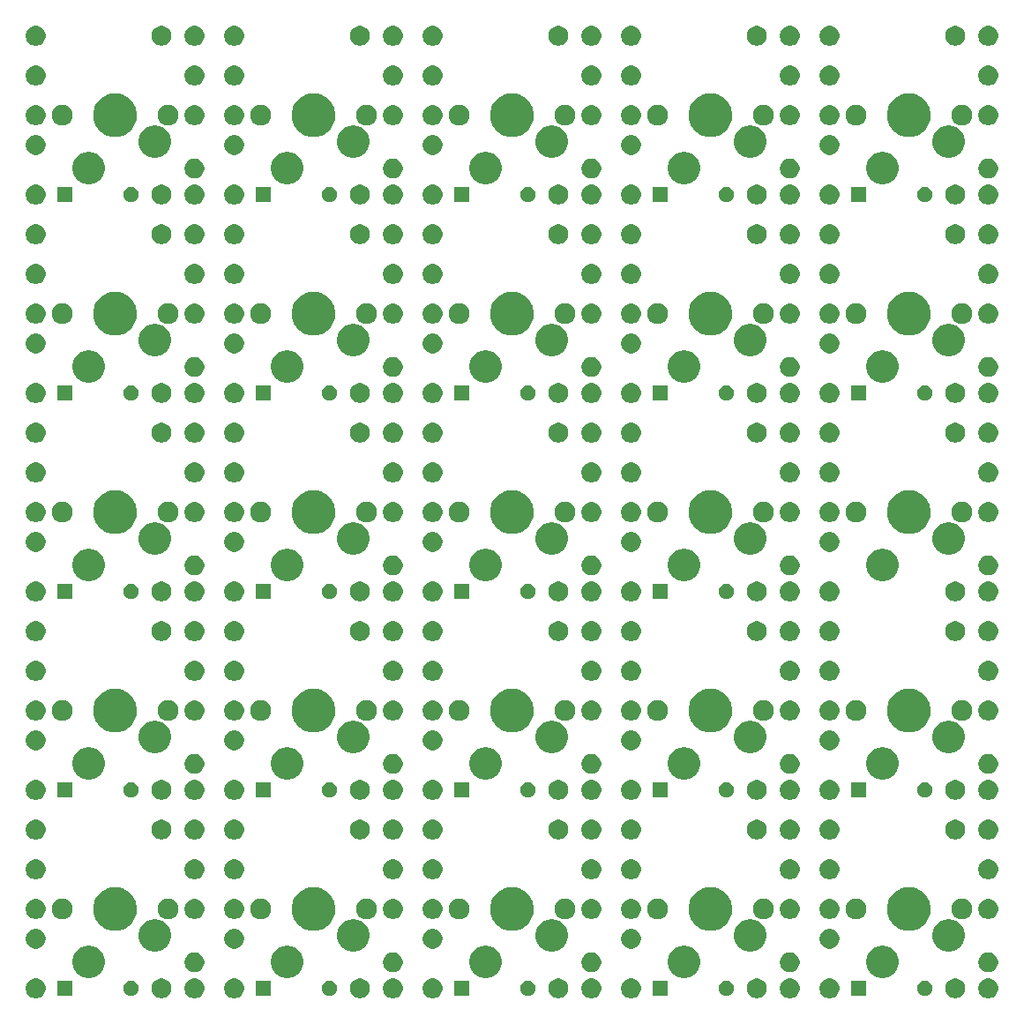
<source format=gts>
G04 #@! TF.GenerationSoftware,KiCad,Pcbnew,5.0.2-bee76a0~70~ubuntu18.04.1*
G04 #@! TF.CreationDate,2020-02-01T05:14:07+09:00*
G04 #@! TF.ProjectId,container,636f6e74-6169-46e6-9572-2e6b69636164,rev?*
G04 #@! TF.SameCoordinates,Original*
G04 #@! TF.FileFunction,Soldermask,Top*
G04 #@! TF.FilePolarity,Negative*
%FSLAX46Y46*%
G04 Gerber Fmt 4.6, Leading zero omitted, Abs format (unit mm)*
G04 Created by KiCad (PCBNEW 5.0.2-bee76a0~70~ubuntu18.04.1) date 2020年02月01日 05時14分07秒*
%MOMM*%
%LPD*%
G01*
G04 APERTURE LIST*
%ADD10C,0.265000*%
G04 APERTURE END LIST*
D10*
G36*
X158519396Y-118592546D02*
X158692466Y-118664234D01*
X158848230Y-118768312D01*
X158980688Y-118900770D01*
X159084766Y-119056534D01*
X159156454Y-119229604D01*
X159193000Y-119413333D01*
X159193000Y-119600667D01*
X159156454Y-119784396D01*
X159084766Y-119957466D01*
X158980688Y-120113230D01*
X158848230Y-120245688D01*
X158692466Y-120349766D01*
X158519396Y-120421454D01*
X158335667Y-120458000D01*
X158148333Y-120458000D01*
X157964604Y-120421454D01*
X157791534Y-120349766D01*
X157635770Y-120245688D01*
X157503312Y-120113230D01*
X157399234Y-119957466D01*
X157327546Y-119784396D01*
X157291000Y-119600667D01*
X157291000Y-119413333D01*
X157327546Y-119229604D01*
X157399234Y-119056534D01*
X157503312Y-118900770D01*
X157635770Y-118768312D01*
X157791534Y-118664234D01*
X157964604Y-118592546D01*
X158148333Y-118556000D01*
X158335667Y-118556000D01*
X158519396Y-118592546D01*
X158519396Y-118592546D01*
G37*
G36*
X136294396Y-118592546D02*
X136467466Y-118664234D01*
X136623230Y-118768312D01*
X136755688Y-118900770D01*
X136859766Y-119056534D01*
X136931454Y-119229604D01*
X136968000Y-119413333D01*
X136968000Y-119600667D01*
X136931454Y-119784396D01*
X136859766Y-119957466D01*
X136755688Y-120113230D01*
X136623230Y-120245688D01*
X136467466Y-120349766D01*
X136294396Y-120421454D01*
X136110667Y-120458000D01*
X135923333Y-120458000D01*
X135739604Y-120421454D01*
X135566534Y-120349766D01*
X135410770Y-120245688D01*
X135278312Y-120113230D01*
X135174234Y-119957466D01*
X135102546Y-119784396D01*
X135066000Y-119600667D01*
X135066000Y-119413333D01*
X135102546Y-119229604D01*
X135174234Y-119056534D01*
X135278312Y-118900770D01*
X135410770Y-118768312D01*
X135566534Y-118664234D01*
X135739604Y-118592546D01*
X135923333Y-118556000D01*
X136110667Y-118556000D01*
X136294396Y-118592546D01*
X136294396Y-118592546D01*
G37*
G36*
X67079396Y-118592546D02*
X67252466Y-118664234D01*
X67408230Y-118768312D01*
X67540688Y-118900770D01*
X67644766Y-119056534D01*
X67716454Y-119229604D01*
X67753000Y-119413333D01*
X67753000Y-119600667D01*
X67716454Y-119784396D01*
X67644766Y-119957466D01*
X67540688Y-120113230D01*
X67408230Y-120245688D01*
X67252466Y-120349766D01*
X67079396Y-120421454D01*
X66895667Y-120458000D01*
X66708333Y-120458000D01*
X66524604Y-120421454D01*
X66351534Y-120349766D01*
X66195770Y-120245688D01*
X66063312Y-120113230D01*
X65959234Y-119957466D01*
X65887546Y-119784396D01*
X65851000Y-119600667D01*
X65851000Y-119413333D01*
X65887546Y-119229604D01*
X65959234Y-119056534D01*
X66063312Y-118900770D01*
X66195770Y-118768312D01*
X66351534Y-118664234D01*
X66524604Y-118592546D01*
X66708333Y-118556000D01*
X66895667Y-118556000D01*
X67079396Y-118592546D01*
X67079396Y-118592546D01*
G37*
G36*
X79144396Y-118592546D02*
X79317466Y-118664234D01*
X79473230Y-118768312D01*
X79605688Y-118900770D01*
X79709766Y-119056534D01*
X79781454Y-119229604D01*
X79818000Y-119413333D01*
X79818000Y-119600667D01*
X79781454Y-119784396D01*
X79709766Y-119957466D01*
X79605688Y-120113230D01*
X79473230Y-120245688D01*
X79317466Y-120349766D01*
X79144396Y-120421454D01*
X78960667Y-120458000D01*
X78773333Y-120458000D01*
X78589604Y-120421454D01*
X78416534Y-120349766D01*
X78260770Y-120245688D01*
X78128312Y-120113230D01*
X78024234Y-119957466D01*
X77952546Y-119784396D01*
X77916000Y-119600667D01*
X77916000Y-119413333D01*
X77952546Y-119229604D01*
X78024234Y-119056534D01*
X78128312Y-118900770D01*
X78260770Y-118768312D01*
X78416534Y-118664234D01*
X78589604Y-118592546D01*
X78773333Y-118556000D01*
X78960667Y-118556000D01*
X79144396Y-118592546D01*
X79144396Y-118592546D01*
G37*
G36*
X86129396Y-118592546D02*
X86302466Y-118664234D01*
X86458230Y-118768312D01*
X86590688Y-118900770D01*
X86694766Y-119056534D01*
X86766454Y-119229604D01*
X86803000Y-119413333D01*
X86803000Y-119600667D01*
X86766454Y-119784396D01*
X86694766Y-119957466D01*
X86590688Y-120113230D01*
X86458230Y-120245688D01*
X86302466Y-120349766D01*
X86129396Y-120421454D01*
X85945667Y-120458000D01*
X85758333Y-120458000D01*
X85574604Y-120421454D01*
X85401534Y-120349766D01*
X85245770Y-120245688D01*
X85113312Y-120113230D01*
X85009234Y-119957466D01*
X84937546Y-119784396D01*
X84901000Y-119600667D01*
X84901000Y-119413333D01*
X84937546Y-119229604D01*
X85009234Y-119056534D01*
X85113312Y-118900770D01*
X85245770Y-118768312D01*
X85401534Y-118664234D01*
X85574604Y-118592546D01*
X85758333Y-118556000D01*
X85945667Y-118556000D01*
X86129396Y-118592546D01*
X86129396Y-118592546D01*
G37*
G36*
X98194396Y-118592546D02*
X98367466Y-118664234D01*
X98523230Y-118768312D01*
X98655688Y-118900770D01*
X98759766Y-119056534D01*
X98831454Y-119229604D01*
X98868000Y-119413333D01*
X98868000Y-119600667D01*
X98831454Y-119784396D01*
X98759766Y-119957466D01*
X98655688Y-120113230D01*
X98523230Y-120245688D01*
X98367466Y-120349766D01*
X98194396Y-120421454D01*
X98010667Y-120458000D01*
X97823333Y-120458000D01*
X97639604Y-120421454D01*
X97466534Y-120349766D01*
X97310770Y-120245688D01*
X97178312Y-120113230D01*
X97074234Y-119957466D01*
X97002546Y-119784396D01*
X96966000Y-119600667D01*
X96966000Y-119413333D01*
X97002546Y-119229604D01*
X97074234Y-119056534D01*
X97178312Y-118900770D01*
X97310770Y-118768312D01*
X97466534Y-118664234D01*
X97639604Y-118592546D01*
X97823333Y-118556000D01*
X98010667Y-118556000D01*
X98194396Y-118592546D01*
X98194396Y-118592546D01*
G37*
G36*
X117244396Y-118592546D02*
X117417466Y-118664234D01*
X117573230Y-118768312D01*
X117705688Y-118900770D01*
X117809766Y-119056534D01*
X117881454Y-119229604D01*
X117918000Y-119413333D01*
X117918000Y-119600667D01*
X117881454Y-119784396D01*
X117809766Y-119957466D01*
X117705688Y-120113230D01*
X117573230Y-120245688D01*
X117417466Y-120349766D01*
X117244396Y-120421454D01*
X117060667Y-120458000D01*
X116873333Y-120458000D01*
X116689604Y-120421454D01*
X116516534Y-120349766D01*
X116360770Y-120245688D01*
X116228312Y-120113230D01*
X116124234Y-119957466D01*
X116052546Y-119784396D01*
X116016000Y-119600667D01*
X116016000Y-119413333D01*
X116052546Y-119229604D01*
X116124234Y-119056534D01*
X116228312Y-118900770D01*
X116360770Y-118768312D01*
X116516534Y-118664234D01*
X116689604Y-118592546D01*
X116873333Y-118556000D01*
X117060667Y-118556000D01*
X117244396Y-118592546D01*
X117244396Y-118592546D01*
G37*
G36*
X105179396Y-118592546D02*
X105352466Y-118664234D01*
X105508230Y-118768312D01*
X105640688Y-118900770D01*
X105744766Y-119056534D01*
X105816454Y-119229604D01*
X105853000Y-119413333D01*
X105853000Y-119600667D01*
X105816454Y-119784396D01*
X105744766Y-119957466D01*
X105640688Y-120113230D01*
X105508230Y-120245688D01*
X105352466Y-120349766D01*
X105179396Y-120421454D01*
X104995667Y-120458000D01*
X104808333Y-120458000D01*
X104624604Y-120421454D01*
X104451534Y-120349766D01*
X104295770Y-120245688D01*
X104163312Y-120113230D01*
X104059234Y-119957466D01*
X103987546Y-119784396D01*
X103951000Y-119600667D01*
X103951000Y-119413333D01*
X103987546Y-119229604D01*
X104059234Y-119056534D01*
X104163312Y-118900770D01*
X104295770Y-118768312D01*
X104451534Y-118664234D01*
X104624604Y-118592546D01*
X104808333Y-118556000D01*
X104995667Y-118556000D01*
X105179396Y-118592546D01*
X105179396Y-118592546D01*
G37*
G36*
X124229396Y-118592546D02*
X124402466Y-118664234D01*
X124558230Y-118768312D01*
X124690688Y-118900770D01*
X124794766Y-119056534D01*
X124866454Y-119229604D01*
X124903000Y-119413333D01*
X124903000Y-119600667D01*
X124866454Y-119784396D01*
X124794766Y-119957466D01*
X124690688Y-120113230D01*
X124558230Y-120245688D01*
X124402466Y-120349766D01*
X124229396Y-120421454D01*
X124045667Y-120458000D01*
X123858333Y-120458000D01*
X123674604Y-120421454D01*
X123501534Y-120349766D01*
X123345770Y-120245688D01*
X123213312Y-120113230D01*
X123109234Y-119957466D01*
X123037546Y-119784396D01*
X123001000Y-119600667D01*
X123001000Y-119413333D01*
X123037546Y-119229604D01*
X123109234Y-119056534D01*
X123213312Y-118900770D01*
X123345770Y-118768312D01*
X123501534Y-118664234D01*
X123674604Y-118592546D01*
X123858333Y-118556000D01*
X124045667Y-118556000D01*
X124229396Y-118592546D01*
X124229396Y-118592546D01*
G37*
G36*
X155344396Y-118592546D02*
X155517466Y-118664234D01*
X155673230Y-118768312D01*
X155805688Y-118900770D01*
X155909766Y-119056534D01*
X155981454Y-119229604D01*
X156018000Y-119413333D01*
X156018000Y-119600667D01*
X155981454Y-119784396D01*
X155909766Y-119957466D01*
X155805688Y-120113230D01*
X155673230Y-120245688D01*
X155517466Y-120349766D01*
X155344396Y-120421454D01*
X155160667Y-120458000D01*
X154973333Y-120458000D01*
X154789604Y-120421454D01*
X154616534Y-120349766D01*
X154460770Y-120245688D01*
X154328312Y-120113230D01*
X154224234Y-119957466D01*
X154152546Y-119784396D01*
X154116000Y-119600667D01*
X154116000Y-119413333D01*
X154152546Y-119229604D01*
X154224234Y-119056534D01*
X154328312Y-118900770D01*
X154460770Y-118768312D01*
X154616534Y-118664234D01*
X154789604Y-118592546D01*
X154973333Y-118556000D01*
X155160667Y-118556000D01*
X155344396Y-118592546D01*
X155344396Y-118592546D01*
G37*
G36*
X143279396Y-118592546D02*
X143452466Y-118664234D01*
X143608230Y-118768312D01*
X143740688Y-118900770D01*
X143844766Y-119056534D01*
X143916454Y-119229604D01*
X143953000Y-119413333D01*
X143953000Y-119600667D01*
X143916454Y-119784396D01*
X143844766Y-119957466D01*
X143740688Y-120113230D01*
X143608230Y-120245688D01*
X143452466Y-120349766D01*
X143279396Y-120421454D01*
X143095667Y-120458000D01*
X142908333Y-120458000D01*
X142724604Y-120421454D01*
X142551534Y-120349766D01*
X142395770Y-120245688D01*
X142263312Y-120113230D01*
X142159234Y-119957466D01*
X142087546Y-119784396D01*
X142051000Y-119600667D01*
X142051000Y-119413333D01*
X142087546Y-119229604D01*
X142159234Y-119056534D01*
X142263312Y-118900770D01*
X142395770Y-118768312D01*
X142551534Y-118664234D01*
X142724604Y-118592546D01*
X142908333Y-118556000D01*
X143095667Y-118556000D01*
X143279396Y-118592546D01*
X143279396Y-118592546D01*
G37*
G36*
X82319396Y-118592546D02*
X82492466Y-118664234D01*
X82648230Y-118768312D01*
X82780688Y-118900770D01*
X82884766Y-119056534D01*
X82956454Y-119229604D01*
X82993000Y-119413333D01*
X82993000Y-119600667D01*
X82956454Y-119784396D01*
X82884766Y-119957466D01*
X82780688Y-120113230D01*
X82648230Y-120245688D01*
X82492466Y-120349766D01*
X82319396Y-120421454D01*
X82135667Y-120458000D01*
X81948333Y-120458000D01*
X81764604Y-120421454D01*
X81591534Y-120349766D01*
X81435770Y-120245688D01*
X81303312Y-120113230D01*
X81199234Y-119957466D01*
X81127546Y-119784396D01*
X81091000Y-119600667D01*
X81091000Y-119413333D01*
X81127546Y-119229604D01*
X81199234Y-119056534D01*
X81303312Y-118900770D01*
X81435770Y-118768312D01*
X81591534Y-118664234D01*
X81764604Y-118592546D01*
X81948333Y-118556000D01*
X82135667Y-118556000D01*
X82319396Y-118592546D01*
X82319396Y-118592546D01*
G37*
G36*
X120419396Y-118592546D02*
X120592466Y-118664234D01*
X120748230Y-118768312D01*
X120880688Y-118900770D01*
X120984766Y-119056534D01*
X121056454Y-119229604D01*
X121093000Y-119413333D01*
X121093000Y-119600667D01*
X121056454Y-119784396D01*
X120984766Y-119957466D01*
X120880688Y-120113230D01*
X120748230Y-120245688D01*
X120592466Y-120349766D01*
X120419396Y-120421454D01*
X120235667Y-120458000D01*
X120048333Y-120458000D01*
X119864604Y-120421454D01*
X119691534Y-120349766D01*
X119535770Y-120245688D01*
X119403312Y-120113230D01*
X119299234Y-119957466D01*
X119227546Y-119784396D01*
X119191000Y-119600667D01*
X119191000Y-119413333D01*
X119227546Y-119229604D01*
X119299234Y-119056534D01*
X119403312Y-118900770D01*
X119535770Y-118768312D01*
X119691534Y-118664234D01*
X119864604Y-118592546D01*
X120048333Y-118556000D01*
X120235667Y-118556000D01*
X120419396Y-118592546D01*
X120419396Y-118592546D01*
G37*
G36*
X139469396Y-118592546D02*
X139642466Y-118664234D01*
X139798230Y-118768312D01*
X139930688Y-118900770D01*
X140034766Y-119056534D01*
X140106454Y-119229604D01*
X140143000Y-119413333D01*
X140143000Y-119600667D01*
X140106454Y-119784396D01*
X140034766Y-119957466D01*
X139930688Y-120113230D01*
X139798230Y-120245688D01*
X139642466Y-120349766D01*
X139469396Y-120421454D01*
X139285667Y-120458000D01*
X139098333Y-120458000D01*
X138914604Y-120421454D01*
X138741534Y-120349766D01*
X138585770Y-120245688D01*
X138453312Y-120113230D01*
X138349234Y-119957466D01*
X138277546Y-119784396D01*
X138241000Y-119600667D01*
X138241000Y-119413333D01*
X138277546Y-119229604D01*
X138349234Y-119056534D01*
X138453312Y-118900770D01*
X138585770Y-118768312D01*
X138741534Y-118664234D01*
X138914604Y-118592546D01*
X139098333Y-118556000D01*
X139285667Y-118556000D01*
X139469396Y-118592546D01*
X139469396Y-118592546D01*
G37*
G36*
X101369396Y-118592546D02*
X101542466Y-118664234D01*
X101698230Y-118768312D01*
X101830688Y-118900770D01*
X101934766Y-119056534D01*
X102006454Y-119229604D01*
X102043000Y-119413333D01*
X102043000Y-119600667D01*
X102006454Y-119784396D01*
X101934766Y-119957466D01*
X101830688Y-120113230D01*
X101698230Y-120245688D01*
X101542466Y-120349766D01*
X101369396Y-120421454D01*
X101185667Y-120458000D01*
X100998333Y-120458000D01*
X100814604Y-120421454D01*
X100641534Y-120349766D01*
X100485770Y-120245688D01*
X100353312Y-120113230D01*
X100249234Y-119957466D01*
X100177546Y-119784396D01*
X100141000Y-119600667D01*
X100141000Y-119413333D01*
X100177546Y-119229604D01*
X100249234Y-119056534D01*
X100353312Y-118900770D01*
X100485770Y-118768312D01*
X100641534Y-118664234D01*
X100814604Y-118592546D01*
X100998333Y-118556000D01*
X101185667Y-118556000D01*
X101369396Y-118592546D01*
X101369396Y-118592546D01*
G37*
G36*
X146547000Y-120258000D02*
X145045000Y-120258000D01*
X145045000Y-118756000D01*
X146547000Y-118756000D01*
X146547000Y-120258000D01*
X146547000Y-120258000D01*
G37*
G36*
X152278004Y-118767544D02*
X152365059Y-118784860D01*
X152501732Y-118841472D01*
X152501733Y-118841473D01*
X152624738Y-118923662D01*
X152729338Y-119028262D01*
X152729340Y-119028265D01*
X152811528Y-119151268D01*
X152868140Y-119287941D01*
X152897000Y-119433033D01*
X152897000Y-119580967D01*
X152868140Y-119726059D01*
X152811528Y-119862732D01*
X152811527Y-119862733D01*
X152729338Y-119985738D01*
X152624738Y-120090338D01*
X152624735Y-120090340D01*
X152501732Y-120172528D01*
X152365059Y-120229140D01*
X152281865Y-120245688D01*
X152219969Y-120258000D01*
X152072031Y-120258000D01*
X152010135Y-120245688D01*
X151926941Y-120229140D01*
X151790268Y-120172528D01*
X151667265Y-120090340D01*
X151667262Y-120090338D01*
X151562662Y-119985738D01*
X151480473Y-119862733D01*
X151480472Y-119862732D01*
X151423860Y-119726059D01*
X151395000Y-119580967D01*
X151395000Y-119433033D01*
X151423860Y-119287941D01*
X151480472Y-119151268D01*
X151562660Y-119028265D01*
X151562662Y-119028262D01*
X151667262Y-118923662D01*
X151790267Y-118841473D01*
X151790268Y-118841472D01*
X151926941Y-118784860D01*
X152013996Y-118767544D01*
X152072031Y-118756000D01*
X152219969Y-118756000D01*
X152278004Y-118767544D01*
X152278004Y-118767544D01*
G37*
G36*
X133228004Y-118767544D02*
X133315059Y-118784860D01*
X133451732Y-118841472D01*
X133451733Y-118841473D01*
X133574738Y-118923662D01*
X133679338Y-119028262D01*
X133679340Y-119028265D01*
X133761528Y-119151268D01*
X133818140Y-119287941D01*
X133847000Y-119433033D01*
X133847000Y-119580967D01*
X133818140Y-119726059D01*
X133761528Y-119862732D01*
X133761527Y-119862733D01*
X133679338Y-119985738D01*
X133574738Y-120090338D01*
X133574735Y-120090340D01*
X133451732Y-120172528D01*
X133315059Y-120229140D01*
X133231865Y-120245688D01*
X133169969Y-120258000D01*
X133022031Y-120258000D01*
X132960135Y-120245688D01*
X132876941Y-120229140D01*
X132740268Y-120172528D01*
X132617265Y-120090340D01*
X132617262Y-120090338D01*
X132512662Y-119985738D01*
X132430473Y-119862733D01*
X132430472Y-119862732D01*
X132373860Y-119726059D01*
X132345000Y-119580967D01*
X132345000Y-119433033D01*
X132373860Y-119287941D01*
X132430472Y-119151268D01*
X132512660Y-119028265D01*
X132512662Y-119028262D01*
X132617262Y-118923662D01*
X132740267Y-118841473D01*
X132740268Y-118841472D01*
X132876941Y-118784860D01*
X132963996Y-118767544D01*
X133022031Y-118756000D01*
X133169969Y-118756000D01*
X133228004Y-118767544D01*
X133228004Y-118767544D01*
G37*
G36*
X127497000Y-120258000D02*
X125995000Y-120258000D01*
X125995000Y-118756000D01*
X127497000Y-118756000D01*
X127497000Y-120258000D01*
X127497000Y-120258000D01*
G37*
G36*
X114178004Y-118767544D02*
X114265059Y-118784860D01*
X114401732Y-118841472D01*
X114401733Y-118841473D01*
X114524738Y-118923662D01*
X114629338Y-119028262D01*
X114629340Y-119028265D01*
X114711528Y-119151268D01*
X114768140Y-119287941D01*
X114797000Y-119433033D01*
X114797000Y-119580967D01*
X114768140Y-119726059D01*
X114711528Y-119862732D01*
X114711527Y-119862733D01*
X114629338Y-119985738D01*
X114524738Y-120090338D01*
X114524735Y-120090340D01*
X114401732Y-120172528D01*
X114265059Y-120229140D01*
X114181865Y-120245688D01*
X114119969Y-120258000D01*
X113972031Y-120258000D01*
X113910135Y-120245688D01*
X113826941Y-120229140D01*
X113690268Y-120172528D01*
X113567265Y-120090340D01*
X113567262Y-120090338D01*
X113462662Y-119985738D01*
X113380473Y-119862733D01*
X113380472Y-119862732D01*
X113323860Y-119726059D01*
X113295000Y-119580967D01*
X113295000Y-119433033D01*
X113323860Y-119287941D01*
X113380472Y-119151268D01*
X113462660Y-119028265D01*
X113462662Y-119028262D01*
X113567262Y-118923662D01*
X113690267Y-118841473D01*
X113690268Y-118841472D01*
X113826941Y-118784860D01*
X113913996Y-118767544D01*
X113972031Y-118756000D01*
X114119969Y-118756000D01*
X114178004Y-118767544D01*
X114178004Y-118767544D01*
G37*
G36*
X95128004Y-118767544D02*
X95215059Y-118784860D01*
X95351732Y-118841472D01*
X95351733Y-118841473D01*
X95474738Y-118923662D01*
X95579338Y-119028262D01*
X95579340Y-119028265D01*
X95661528Y-119151268D01*
X95718140Y-119287941D01*
X95747000Y-119433033D01*
X95747000Y-119580967D01*
X95718140Y-119726059D01*
X95661528Y-119862732D01*
X95661527Y-119862733D01*
X95579338Y-119985738D01*
X95474738Y-120090338D01*
X95474735Y-120090340D01*
X95351732Y-120172528D01*
X95215059Y-120229140D01*
X95131865Y-120245688D01*
X95069969Y-120258000D01*
X94922031Y-120258000D01*
X94860135Y-120245688D01*
X94776941Y-120229140D01*
X94640268Y-120172528D01*
X94517265Y-120090340D01*
X94517262Y-120090338D01*
X94412662Y-119985738D01*
X94330473Y-119862733D01*
X94330472Y-119862732D01*
X94273860Y-119726059D01*
X94245000Y-119580967D01*
X94245000Y-119433033D01*
X94273860Y-119287941D01*
X94330472Y-119151268D01*
X94412660Y-119028265D01*
X94412662Y-119028262D01*
X94517262Y-118923662D01*
X94640267Y-118841473D01*
X94640268Y-118841472D01*
X94776941Y-118784860D01*
X94863996Y-118767544D01*
X94922031Y-118756000D01*
X95069969Y-118756000D01*
X95128004Y-118767544D01*
X95128004Y-118767544D01*
G37*
G36*
X89397000Y-120258000D02*
X87895000Y-120258000D01*
X87895000Y-118756000D01*
X89397000Y-118756000D01*
X89397000Y-120258000D01*
X89397000Y-120258000D01*
G37*
G36*
X70347000Y-120258000D02*
X68845000Y-120258000D01*
X68845000Y-118756000D01*
X70347000Y-118756000D01*
X70347000Y-120258000D01*
X70347000Y-120258000D01*
G37*
G36*
X76078004Y-118767544D02*
X76165059Y-118784860D01*
X76301732Y-118841472D01*
X76301733Y-118841473D01*
X76424738Y-118923662D01*
X76529338Y-119028262D01*
X76529340Y-119028265D01*
X76611528Y-119151268D01*
X76668140Y-119287941D01*
X76697000Y-119433033D01*
X76697000Y-119580967D01*
X76668140Y-119726059D01*
X76611528Y-119862732D01*
X76611527Y-119862733D01*
X76529338Y-119985738D01*
X76424738Y-120090338D01*
X76424735Y-120090340D01*
X76301732Y-120172528D01*
X76165059Y-120229140D01*
X76081865Y-120245688D01*
X76019969Y-120258000D01*
X75872031Y-120258000D01*
X75810135Y-120245688D01*
X75726941Y-120229140D01*
X75590268Y-120172528D01*
X75467265Y-120090340D01*
X75467262Y-120090338D01*
X75362662Y-119985738D01*
X75280473Y-119862733D01*
X75280472Y-119862732D01*
X75223860Y-119726059D01*
X75195000Y-119580967D01*
X75195000Y-119433033D01*
X75223860Y-119287941D01*
X75280472Y-119151268D01*
X75362660Y-119028265D01*
X75362662Y-119028262D01*
X75467262Y-118923662D01*
X75590267Y-118841473D01*
X75590268Y-118841472D01*
X75726941Y-118784860D01*
X75813996Y-118767544D01*
X75872031Y-118756000D01*
X76019969Y-118756000D01*
X76078004Y-118767544D01*
X76078004Y-118767544D01*
G37*
G36*
X108447000Y-120258000D02*
X106945000Y-120258000D01*
X106945000Y-118756000D01*
X108447000Y-118756000D01*
X108447000Y-120258000D01*
X108447000Y-120258000D01*
G37*
G36*
X129384527Y-115455736D02*
X129484410Y-115475604D01*
X129766674Y-115592521D01*
X130020705Y-115762259D01*
X130236741Y-115978295D01*
X130406479Y-116232326D01*
X130523396Y-116514590D01*
X130583000Y-116814240D01*
X130583000Y-117119760D01*
X130523396Y-117419410D01*
X130406479Y-117701674D01*
X130236741Y-117955705D01*
X130020705Y-118171741D01*
X129766674Y-118341479D01*
X129484410Y-118458396D01*
X129384527Y-118478264D01*
X129184762Y-118518000D01*
X128879238Y-118518000D01*
X128679473Y-118478264D01*
X128579590Y-118458396D01*
X128297326Y-118341479D01*
X128043295Y-118171741D01*
X127827259Y-117955705D01*
X127657521Y-117701674D01*
X127540604Y-117419410D01*
X127481000Y-117119760D01*
X127481000Y-116814240D01*
X127540604Y-116514590D01*
X127657521Y-116232326D01*
X127827259Y-115978295D01*
X128043295Y-115762259D01*
X128297326Y-115592521D01*
X128579590Y-115475604D01*
X128679473Y-115455736D01*
X128879238Y-115416000D01*
X129184762Y-115416000D01*
X129384527Y-115455736D01*
X129384527Y-115455736D01*
G37*
G36*
X91284527Y-115455736D02*
X91384410Y-115475604D01*
X91666674Y-115592521D01*
X91920705Y-115762259D01*
X92136741Y-115978295D01*
X92306479Y-116232326D01*
X92423396Y-116514590D01*
X92483000Y-116814240D01*
X92483000Y-117119760D01*
X92423396Y-117419410D01*
X92306479Y-117701674D01*
X92136741Y-117955705D01*
X91920705Y-118171741D01*
X91666674Y-118341479D01*
X91384410Y-118458396D01*
X91284527Y-118478264D01*
X91084762Y-118518000D01*
X90779238Y-118518000D01*
X90579473Y-118478264D01*
X90479590Y-118458396D01*
X90197326Y-118341479D01*
X89943295Y-118171741D01*
X89727259Y-117955705D01*
X89557521Y-117701674D01*
X89440604Y-117419410D01*
X89381000Y-117119760D01*
X89381000Y-116814240D01*
X89440604Y-116514590D01*
X89557521Y-116232326D01*
X89727259Y-115978295D01*
X89943295Y-115762259D01*
X90197326Y-115592521D01*
X90479590Y-115475604D01*
X90579473Y-115455736D01*
X90779238Y-115416000D01*
X91084762Y-115416000D01*
X91284527Y-115455736D01*
X91284527Y-115455736D01*
G37*
G36*
X72234527Y-115455736D02*
X72334410Y-115475604D01*
X72616674Y-115592521D01*
X72870705Y-115762259D01*
X73086741Y-115978295D01*
X73256479Y-116232326D01*
X73373396Y-116514590D01*
X73433000Y-116814240D01*
X73433000Y-117119760D01*
X73373396Y-117419410D01*
X73256479Y-117701674D01*
X73086741Y-117955705D01*
X72870705Y-118171741D01*
X72616674Y-118341479D01*
X72334410Y-118458396D01*
X72234527Y-118478264D01*
X72034762Y-118518000D01*
X71729238Y-118518000D01*
X71529473Y-118478264D01*
X71429590Y-118458396D01*
X71147326Y-118341479D01*
X70893295Y-118171741D01*
X70677259Y-117955705D01*
X70507521Y-117701674D01*
X70390604Y-117419410D01*
X70331000Y-117119760D01*
X70331000Y-116814240D01*
X70390604Y-116514590D01*
X70507521Y-116232326D01*
X70677259Y-115978295D01*
X70893295Y-115762259D01*
X71147326Y-115592521D01*
X71429590Y-115475604D01*
X71529473Y-115455736D01*
X71729238Y-115416000D01*
X72034762Y-115416000D01*
X72234527Y-115455736D01*
X72234527Y-115455736D01*
G37*
G36*
X148434527Y-115455736D02*
X148534410Y-115475604D01*
X148816674Y-115592521D01*
X149070705Y-115762259D01*
X149286741Y-115978295D01*
X149456479Y-116232326D01*
X149573396Y-116514590D01*
X149633000Y-116814240D01*
X149633000Y-117119760D01*
X149573396Y-117419410D01*
X149456479Y-117701674D01*
X149286741Y-117955705D01*
X149070705Y-118171741D01*
X148816674Y-118341479D01*
X148534410Y-118458396D01*
X148434527Y-118478264D01*
X148234762Y-118518000D01*
X147929238Y-118518000D01*
X147729473Y-118478264D01*
X147629590Y-118458396D01*
X147347326Y-118341479D01*
X147093295Y-118171741D01*
X146877259Y-117955705D01*
X146707521Y-117701674D01*
X146590604Y-117419410D01*
X146531000Y-117119760D01*
X146531000Y-116814240D01*
X146590604Y-116514590D01*
X146707521Y-116232326D01*
X146877259Y-115978295D01*
X147093295Y-115762259D01*
X147347326Y-115592521D01*
X147629590Y-115475604D01*
X147729473Y-115455736D01*
X147929238Y-115416000D01*
X148234762Y-115416000D01*
X148434527Y-115455736D01*
X148434527Y-115455736D01*
G37*
G36*
X110334527Y-115455736D02*
X110434410Y-115475604D01*
X110716674Y-115592521D01*
X110970705Y-115762259D01*
X111186741Y-115978295D01*
X111356479Y-116232326D01*
X111473396Y-116514590D01*
X111533000Y-116814240D01*
X111533000Y-117119760D01*
X111473396Y-117419410D01*
X111356479Y-117701674D01*
X111186741Y-117955705D01*
X110970705Y-118171741D01*
X110716674Y-118341479D01*
X110434410Y-118458396D01*
X110334527Y-118478264D01*
X110134762Y-118518000D01*
X109829238Y-118518000D01*
X109629473Y-118478264D01*
X109529590Y-118458396D01*
X109247326Y-118341479D01*
X108993295Y-118171741D01*
X108777259Y-117955705D01*
X108607521Y-117701674D01*
X108490604Y-117419410D01*
X108431000Y-117119760D01*
X108431000Y-116814240D01*
X108490604Y-116514590D01*
X108607521Y-116232326D01*
X108777259Y-115978295D01*
X108993295Y-115762259D01*
X109247326Y-115592521D01*
X109529590Y-115475604D01*
X109629473Y-115455736D01*
X109829238Y-115416000D01*
X110134762Y-115416000D01*
X110334527Y-115455736D01*
X110334527Y-115455736D01*
G37*
G36*
X139459396Y-116082546D02*
X139632466Y-116154234D01*
X139788230Y-116258312D01*
X139920688Y-116390770D01*
X140024766Y-116546534D01*
X140096454Y-116719604D01*
X140133000Y-116903333D01*
X140133000Y-117090667D01*
X140096454Y-117274396D01*
X140024766Y-117447466D01*
X139920688Y-117603230D01*
X139788230Y-117735688D01*
X139632466Y-117839766D01*
X139459396Y-117911454D01*
X139275667Y-117948000D01*
X139088333Y-117948000D01*
X138904604Y-117911454D01*
X138731534Y-117839766D01*
X138575770Y-117735688D01*
X138443312Y-117603230D01*
X138339234Y-117447466D01*
X138267546Y-117274396D01*
X138231000Y-117090667D01*
X138231000Y-116903333D01*
X138267546Y-116719604D01*
X138339234Y-116546534D01*
X138443312Y-116390770D01*
X138575770Y-116258312D01*
X138731534Y-116154234D01*
X138904604Y-116082546D01*
X139088333Y-116046000D01*
X139275667Y-116046000D01*
X139459396Y-116082546D01*
X139459396Y-116082546D01*
G37*
G36*
X82309396Y-116082546D02*
X82482466Y-116154234D01*
X82638230Y-116258312D01*
X82770688Y-116390770D01*
X82874766Y-116546534D01*
X82946454Y-116719604D01*
X82983000Y-116903333D01*
X82983000Y-117090667D01*
X82946454Y-117274396D01*
X82874766Y-117447466D01*
X82770688Y-117603230D01*
X82638230Y-117735688D01*
X82482466Y-117839766D01*
X82309396Y-117911454D01*
X82125667Y-117948000D01*
X81938333Y-117948000D01*
X81754604Y-117911454D01*
X81581534Y-117839766D01*
X81425770Y-117735688D01*
X81293312Y-117603230D01*
X81189234Y-117447466D01*
X81117546Y-117274396D01*
X81081000Y-117090667D01*
X81081000Y-116903333D01*
X81117546Y-116719604D01*
X81189234Y-116546534D01*
X81293312Y-116390770D01*
X81425770Y-116258312D01*
X81581534Y-116154234D01*
X81754604Y-116082546D01*
X81938333Y-116046000D01*
X82125667Y-116046000D01*
X82309396Y-116082546D01*
X82309396Y-116082546D01*
G37*
G36*
X158509396Y-116082546D02*
X158682466Y-116154234D01*
X158838230Y-116258312D01*
X158970688Y-116390770D01*
X159074766Y-116546534D01*
X159146454Y-116719604D01*
X159183000Y-116903333D01*
X159183000Y-117090667D01*
X159146454Y-117274396D01*
X159074766Y-117447466D01*
X158970688Y-117603230D01*
X158838230Y-117735688D01*
X158682466Y-117839766D01*
X158509396Y-117911454D01*
X158325667Y-117948000D01*
X158138333Y-117948000D01*
X157954604Y-117911454D01*
X157781534Y-117839766D01*
X157625770Y-117735688D01*
X157493312Y-117603230D01*
X157389234Y-117447466D01*
X157317546Y-117274396D01*
X157281000Y-117090667D01*
X157281000Y-116903333D01*
X157317546Y-116719604D01*
X157389234Y-116546534D01*
X157493312Y-116390770D01*
X157625770Y-116258312D01*
X157781534Y-116154234D01*
X157954604Y-116082546D01*
X158138333Y-116046000D01*
X158325667Y-116046000D01*
X158509396Y-116082546D01*
X158509396Y-116082546D01*
G37*
G36*
X120409396Y-116082546D02*
X120582466Y-116154234D01*
X120738230Y-116258312D01*
X120870688Y-116390770D01*
X120974766Y-116546534D01*
X121046454Y-116719604D01*
X121083000Y-116903333D01*
X121083000Y-117090667D01*
X121046454Y-117274396D01*
X120974766Y-117447466D01*
X120870688Y-117603230D01*
X120738230Y-117735688D01*
X120582466Y-117839766D01*
X120409396Y-117911454D01*
X120225667Y-117948000D01*
X120038333Y-117948000D01*
X119854604Y-117911454D01*
X119681534Y-117839766D01*
X119525770Y-117735688D01*
X119393312Y-117603230D01*
X119289234Y-117447466D01*
X119217546Y-117274396D01*
X119181000Y-117090667D01*
X119181000Y-116903333D01*
X119217546Y-116719604D01*
X119289234Y-116546534D01*
X119393312Y-116390770D01*
X119525770Y-116258312D01*
X119681534Y-116154234D01*
X119854604Y-116082546D01*
X120038333Y-116046000D01*
X120225667Y-116046000D01*
X120409396Y-116082546D01*
X120409396Y-116082546D01*
G37*
G36*
X101359396Y-116082546D02*
X101532466Y-116154234D01*
X101688230Y-116258312D01*
X101820688Y-116390770D01*
X101924766Y-116546534D01*
X101996454Y-116719604D01*
X102033000Y-116903333D01*
X102033000Y-117090667D01*
X101996454Y-117274396D01*
X101924766Y-117447466D01*
X101820688Y-117603230D01*
X101688230Y-117735688D01*
X101532466Y-117839766D01*
X101359396Y-117911454D01*
X101175667Y-117948000D01*
X100988333Y-117948000D01*
X100804604Y-117911454D01*
X100631534Y-117839766D01*
X100475770Y-117735688D01*
X100343312Y-117603230D01*
X100239234Y-117447466D01*
X100167546Y-117274396D01*
X100131000Y-117090667D01*
X100131000Y-116903333D01*
X100167546Y-116719604D01*
X100239234Y-116546534D01*
X100343312Y-116390770D01*
X100475770Y-116258312D01*
X100631534Y-116154234D01*
X100804604Y-116082546D01*
X100988333Y-116046000D01*
X101175667Y-116046000D01*
X101359396Y-116082546D01*
X101359396Y-116082546D01*
G37*
G36*
X154784527Y-112915736D02*
X154884410Y-112935604D01*
X155166674Y-113052521D01*
X155420705Y-113222259D01*
X155636741Y-113438295D01*
X155806479Y-113692326D01*
X155894254Y-113904235D01*
X155923396Y-113974591D01*
X155983000Y-114274238D01*
X155983000Y-114579762D01*
X155968365Y-114653335D01*
X155923396Y-114879410D01*
X155806479Y-115161674D01*
X155636741Y-115415705D01*
X155420705Y-115631741D01*
X155166674Y-115801479D01*
X154884410Y-115918396D01*
X154784527Y-115938264D01*
X154584762Y-115978000D01*
X154279238Y-115978000D01*
X154079473Y-115938264D01*
X153979590Y-115918396D01*
X153697326Y-115801479D01*
X153443295Y-115631741D01*
X153227259Y-115415705D01*
X153057521Y-115161674D01*
X152940604Y-114879410D01*
X152895635Y-114653335D01*
X152881000Y-114579762D01*
X152881000Y-114274238D01*
X152940604Y-113974591D01*
X152969746Y-113904235D01*
X153057521Y-113692326D01*
X153227259Y-113438295D01*
X153443295Y-113222259D01*
X153697326Y-113052521D01*
X153979590Y-112935604D01*
X154079473Y-112915736D01*
X154279238Y-112876000D01*
X154584762Y-112876000D01*
X154784527Y-112915736D01*
X154784527Y-112915736D01*
G37*
G36*
X97634527Y-112915736D02*
X97734410Y-112935604D01*
X98016674Y-113052521D01*
X98270705Y-113222259D01*
X98486741Y-113438295D01*
X98656479Y-113692326D01*
X98744254Y-113904235D01*
X98773396Y-113974591D01*
X98833000Y-114274238D01*
X98833000Y-114579762D01*
X98818365Y-114653335D01*
X98773396Y-114879410D01*
X98656479Y-115161674D01*
X98486741Y-115415705D01*
X98270705Y-115631741D01*
X98016674Y-115801479D01*
X97734410Y-115918396D01*
X97634527Y-115938264D01*
X97434762Y-115978000D01*
X97129238Y-115978000D01*
X96929473Y-115938264D01*
X96829590Y-115918396D01*
X96547326Y-115801479D01*
X96293295Y-115631741D01*
X96077259Y-115415705D01*
X95907521Y-115161674D01*
X95790604Y-114879410D01*
X95745635Y-114653335D01*
X95731000Y-114579762D01*
X95731000Y-114274238D01*
X95790604Y-113974591D01*
X95819746Y-113904235D01*
X95907521Y-113692326D01*
X96077259Y-113438295D01*
X96293295Y-113222259D01*
X96547326Y-113052521D01*
X96829590Y-112935604D01*
X96929473Y-112915736D01*
X97129238Y-112876000D01*
X97434762Y-112876000D01*
X97634527Y-112915736D01*
X97634527Y-112915736D01*
G37*
G36*
X116684527Y-112915736D02*
X116784410Y-112935604D01*
X117066674Y-113052521D01*
X117320705Y-113222259D01*
X117536741Y-113438295D01*
X117706479Y-113692326D01*
X117794254Y-113904235D01*
X117823396Y-113974591D01*
X117883000Y-114274238D01*
X117883000Y-114579762D01*
X117868365Y-114653335D01*
X117823396Y-114879410D01*
X117706479Y-115161674D01*
X117536741Y-115415705D01*
X117320705Y-115631741D01*
X117066674Y-115801479D01*
X116784410Y-115918396D01*
X116684527Y-115938264D01*
X116484762Y-115978000D01*
X116179238Y-115978000D01*
X115979473Y-115938264D01*
X115879590Y-115918396D01*
X115597326Y-115801479D01*
X115343295Y-115631741D01*
X115127259Y-115415705D01*
X114957521Y-115161674D01*
X114840604Y-114879410D01*
X114795635Y-114653335D01*
X114781000Y-114579762D01*
X114781000Y-114274238D01*
X114840604Y-113974591D01*
X114869746Y-113904235D01*
X114957521Y-113692326D01*
X115127259Y-113438295D01*
X115343295Y-113222259D01*
X115597326Y-113052521D01*
X115879590Y-112935604D01*
X115979473Y-112915736D01*
X116179238Y-112876000D01*
X116484762Y-112876000D01*
X116684527Y-112915736D01*
X116684527Y-112915736D01*
G37*
G36*
X135734527Y-112915736D02*
X135834410Y-112935604D01*
X136116674Y-113052521D01*
X136370705Y-113222259D01*
X136586741Y-113438295D01*
X136756479Y-113692326D01*
X136844254Y-113904235D01*
X136873396Y-113974591D01*
X136933000Y-114274238D01*
X136933000Y-114579762D01*
X136918365Y-114653335D01*
X136873396Y-114879410D01*
X136756479Y-115161674D01*
X136586741Y-115415705D01*
X136370705Y-115631741D01*
X136116674Y-115801479D01*
X135834410Y-115918396D01*
X135734527Y-115938264D01*
X135534762Y-115978000D01*
X135229238Y-115978000D01*
X135029473Y-115938264D01*
X134929590Y-115918396D01*
X134647326Y-115801479D01*
X134393295Y-115631741D01*
X134177259Y-115415705D01*
X134007521Y-115161674D01*
X133890604Y-114879410D01*
X133845635Y-114653335D01*
X133831000Y-114579762D01*
X133831000Y-114274238D01*
X133890604Y-113974591D01*
X133919746Y-113904235D01*
X134007521Y-113692326D01*
X134177259Y-113438295D01*
X134393295Y-113222259D01*
X134647326Y-113052521D01*
X134929590Y-112935604D01*
X135029473Y-112915736D01*
X135229238Y-112876000D01*
X135534762Y-112876000D01*
X135734527Y-112915736D01*
X135734527Y-112915736D01*
G37*
G36*
X78584527Y-112915736D02*
X78684410Y-112935604D01*
X78966674Y-113052521D01*
X79220705Y-113222259D01*
X79436741Y-113438295D01*
X79606479Y-113692326D01*
X79694254Y-113904235D01*
X79723396Y-113974591D01*
X79783000Y-114274238D01*
X79783000Y-114579762D01*
X79768365Y-114653335D01*
X79723396Y-114879410D01*
X79606479Y-115161674D01*
X79436741Y-115415705D01*
X79220705Y-115631741D01*
X78966674Y-115801479D01*
X78684410Y-115918396D01*
X78584527Y-115938264D01*
X78384762Y-115978000D01*
X78079238Y-115978000D01*
X77879473Y-115938264D01*
X77779590Y-115918396D01*
X77497326Y-115801479D01*
X77243295Y-115631741D01*
X77027259Y-115415705D01*
X76857521Y-115161674D01*
X76740604Y-114879410D01*
X76695635Y-114653335D01*
X76681000Y-114579762D01*
X76681000Y-114274238D01*
X76740604Y-113974591D01*
X76769746Y-113904235D01*
X76857521Y-113692326D01*
X77027259Y-113438295D01*
X77243295Y-113222259D01*
X77497326Y-113052521D01*
X77779590Y-112935604D01*
X77879473Y-112915736D01*
X78079238Y-112876000D01*
X78384762Y-112876000D01*
X78584527Y-112915736D01*
X78584527Y-112915736D01*
G37*
G36*
X105179396Y-113832546D02*
X105352466Y-113904234D01*
X105508230Y-114008312D01*
X105640688Y-114140770D01*
X105744766Y-114296534D01*
X105816454Y-114469604D01*
X105853000Y-114653333D01*
X105853000Y-114840667D01*
X105816454Y-115024396D01*
X105744766Y-115197466D01*
X105640688Y-115353230D01*
X105508230Y-115485688D01*
X105352466Y-115589766D01*
X105179396Y-115661454D01*
X104995667Y-115698000D01*
X104808333Y-115698000D01*
X104624604Y-115661454D01*
X104451534Y-115589766D01*
X104295770Y-115485688D01*
X104163312Y-115353230D01*
X104059234Y-115197466D01*
X103987546Y-115024396D01*
X103951000Y-114840667D01*
X103951000Y-114653333D01*
X103987546Y-114469604D01*
X104059234Y-114296534D01*
X104163312Y-114140770D01*
X104295770Y-114008312D01*
X104451534Y-113904234D01*
X104624604Y-113832546D01*
X104808333Y-113796000D01*
X104995667Y-113796000D01*
X105179396Y-113832546D01*
X105179396Y-113832546D01*
G37*
G36*
X67079396Y-113832546D02*
X67252466Y-113904234D01*
X67408230Y-114008312D01*
X67540688Y-114140770D01*
X67644766Y-114296534D01*
X67716454Y-114469604D01*
X67753000Y-114653333D01*
X67753000Y-114840667D01*
X67716454Y-115024396D01*
X67644766Y-115197466D01*
X67540688Y-115353230D01*
X67408230Y-115485688D01*
X67252466Y-115589766D01*
X67079396Y-115661454D01*
X66895667Y-115698000D01*
X66708333Y-115698000D01*
X66524604Y-115661454D01*
X66351534Y-115589766D01*
X66195770Y-115485688D01*
X66063312Y-115353230D01*
X65959234Y-115197466D01*
X65887546Y-115024396D01*
X65851000Y-114840667D01*
X65851000Y-114653333D01*
X65887546Y-114469604D01*
X65959234Y-114296534D01*
X66063312Y-114140770D01*
X66195770Y-114008312D01*
X66351534Y-113904234D01*
X66524604Y-113832546D01*
X66708333Y-113796000D01*
X66895667Y-113796000D01*
X67079396Y-113832546D01*
X67079396Y-113832546D01*
G37*
G36*
X86129396Y-113832546D02*
X86302466Y-113904234D01*
X86458230Y-114008312D01*
X86590688Y-114140770D01*
X86694766Y-114296534D01*
X86766454Y-114469604D01*
X86803000Y-114653333D01*
X86803000Y-114840667D01*
X86766454Y-115024396D01*
X86694766Y-115197466D01*
X86590688Y-115353230D01*
X86458230Y-115485688D01*
X86302466Y-115589766D01*
X86129396Y-115661454D01*
X85945667Y-115698000D01*
X85758333Y-115698000D01*
X85574604Y-115661454D01*
X85401534Y-115589766D01*
X85245770Y-115485688D01*
X85113312Y-115353230D01*
X85009234Y-115197466D01*
X84937546Y-115024396D01*
X84901000Y-114840667D01*
X84901000Y-114653333D01*
X84937546Y-114469604D01*
X85009234Y-114296534D01*
X85113312Y-114140770D01*
X85245770Y-114008312D01*
X85401534Y-113904234D01*
X85574604Y-113832546D01*
X85758333Y-113796000D01*
X85945667Y-113796000D01*
X86129396Y-113832546D01*
X86129396Y-113832546D01*
G37*
G36*
X124229396Y-113832546D02*
X124402466Y-113904234D01*
X124558230Y-114008312D01*
X124690688Y-114140770D01*
X124794766Y-114296534D01*
X124866454Y-114469604D01*
X124903000Y-114653333D01*
X124903000Y-114840667D01*
X124866454Y-115024396D01*
X124794766Y-115197466D01*
X124690688Y-115353230D01*
X124558230Y-115485688D01*
X124402466Y-115589766D01*
X124229396Y-115661454D01*
X124045667Y-115698000D01*
X123858333Y-115698000D01*
X123674604Y-115661454D01*
X123501534Y-115589766D01*
X123345770Y-115485688D01*
X123213312Y-115353230D01*
X123109234Y-115197466D01*
X123037546Y-115024396D01*
X123001000Y-114840667D01*
X123001000Y-114653333D01*
X123037546Y-114469604D01*
X123109234Y-114296534D01*
X123213312Y-114140770D01*
X123345770Y-114008312D01*
X123501534Y-113904234D01*
X123674604Y-113832546D01*
X123858333Y-113796000D01*
X124045667Y-113796000D01*
X124229396Y-113832546D01*
X124229396Y-113832546D01*
G37*
G36*
X143279396Y-113832546D02*
X143452466Y-113904234D01*
X143608230Y-114008312D01*
X143740688Y-114140770D01*
X143844766Y-114296534D01*
X143916454Y-114469604D01*
X143953000Y-114653333D01*
X143953000Y-114840667D01*
X143916454Y-115024396D01*
X143844766Y-115197466D01*
X143740688Y-115353230D01*
X143608230Y-115485688D01*
X143452466Y-115589766D01*
X143279396Y-115661454D01*
X143095667Y-115698000D01*
X142908333Y-115698000D01*
X142724604Y-115661454D01*
X142551534Y-115589766D01*
X142395770Y-115485688D01*
X142263312Y-115353230D01*
X142159234Y-115197466D01*
X142087546Y-115024396D01*
X142051000Y-114840667D01*
X142051000Y-114653333D01*
X142087546Y-114469604D01*
X142159234Y-114296534D01*
X142263312Y-114140770D01*
X142395770Y-114008312D01*
X142551534Y-113904234D01*
X142724604Y-113832546D01*
X142908333Y-113796000D01*
X143095667Y-113796000D01*
X143279396Y-113832546D01*
X143279396Y-113832546D01*
G37*
G36*
X132049536Y-109839827D02*
X132184839Y-109866740D01*
X132343216Y-109932342D01*
X132567196Y-110025117D01*
X132911313Y-110255049D01*
X133203951Y-110547687D01*
X133433883Y-110891804D01*
X133524044Y-111109473D01*
X133592260Y-111274161D01*
X133593575Y-111280773D01*
X133673000Y-111680068D01*
X133673000Y-112093932D01*
X133624558Y-112337466D01*
X133592260Y-112499839D01*
X133581795Y-112525103D01*
X133433883Y-112882196D01*
X133203951Y-113226313D01*
X132911313Y-113518951D01*
X132567196Y-113748883D01*
X132365212Y-113832547D01*
X132184839Y-113907260D01*
X132049536Y-113934173D01*
X131778932Y-113988000D01*
X131365068Y-113988000D01*
X131094464Y-113934173D01*
X130959161Y-113907260D01*
X130778788Y-113832547D01*
X130576804Y-113748883D01*
X130232687Y-113518951D01*
X129940049Y-113226313D01*
X129710117Y-112882196D01*
X129562205Y-112525103D01*
X129551740Y-112499839D01*
X129519442Y-112337466D01*
X129471000Y-112093932D01*
X129471000Y-111680068D01*
X129550425Y-111280773D01*
X129551740Y-111274161D01*
X129619956Y-111109473D01*
X129710117Y-110891804D01*
X129940049Y-110547687D01*
X130232687Y-110255049D01*
X130576804Y-110025117D01*
X130800784Y-109932342D01*
X130959161Y-109866740D01*
X131094464Y-109839827D01*
X131365068Y-109786000D01*
X131778932Y-109786000D01*
X132049536Y-109839827D01*
X132049536Y-109839827D01*
G37*
G36*
X74899536Y-109839827D02*
X75034839Y-109866740D01*
X75193216Y-109932342D01*
X75417196Y-110025117D01*
X75761313Y-110255049D01*
X76053951Y-110547687D01*
X76283883Y-110891804D01*
X76374044Y-111109473D01*
X76442260Y-111274161D01*
X76443575Y-111280773D01*
X76523000Y-111680068D01*
X76523000Y-112093932D01*
X76474558Y-112337466D01*
X76442260Y-112499839D01*
X76431795Y-112525103D01*
X76283883Y-112882196D01*
X76053951Y-113226313D01*
X75761313Y-113518951D01*
X75417196Y-113748883D01*
X75215212Y-113832547D01*
X75034839Y-113907260D01*
X74899536Y-113934173D01*
X74628932Y-113988000D01*
X74215068Y-113988000D01*
X73944464Y-113934173D01*
X73809161Y-113907260D01*
X73628788Y-113832547D01*
X73426804Y-113748883D01*
X73082687Y-113518951D01*
X72790049Y-113226313D01*
X72560117Y-112882196D01*
X72412205Y-112525103D01*
X72401740Y-112499839D01*
X72369442Y-112337466D01*
X72321000Y-112093932D01*
X72321000Y-111680068D01*
X72400425Y-111280773D01*
X72401740Y-111274161D01*
X72469956Y-111109473D01*
X72560117Y-110891804D01*
X72790049Y-110547687D01*
X73082687Y-110255049D01*
X73426804Y-110025117D01*
X73650784Y-109932342D01*
X73809161Y-109866740D01*
X73944464Y-109839827D01*
X74215068Y-109786000D01*
X74628932Y-109786000D01*
X74899536Y-109839827D01*
X74899536Y-109839827D01*
G37*
G36*
X93949536Y-109839827D02*
X94084839Y-109866740D01*
X94243216Y-109932342D01*
X94467196Y-110025117D01*
X94811313Y-110255049D01*
X95103951Y-110547687D01*
X95333883Y-110891804D01*
X95424044Y-111109473D01*
X95492260Y-111274161D01*
X95493575Y-111280773D01*
X95573000Y-111680068D01*
X95573000Y-112093932D01*
X95524558Y-112337466D01*
X95492260Y-112499839D01*
X95481795Y-112525103D01*
X95333883Y-112882196D01*
X95103951Y-113226313D01*
X94811313Y-113518951D01*
X94467196Y-113748883D01*
X94265212Y-113832547D01*
X94084839Y-113907260D01*
X93949536Y-113934173D01*
X93678932Y-113988000D01*
X93265068Y-113988000D01*
X92994464Y-113934173D01*
X92859161Y-113907260D01*
X92678788Y-113832547D01*
X92476804Y-113748883D01*
X92132687Y-113518951D01*
X91840049Y-113226313D01*
X91610117Y-112882196D01*
X91462205Y-112525103D01*
X91451740Y-112499839D01*
X91419442Y-112337466D01*
X91371000Y-112093932D01*
X91371000Y-111680068D01*
X91450425Y-111280773D01*
X91451740Y-111274161D01*
X91519956Y-111109473D01*
X91610117Y-110891804D01*
X91840049Y-110547687D01*
X92132687Y-110255049D01*
X92476804Y-110025117D01*
X92700784Y-109932342D01*
X92859161Y-109866740D01*
X92994464Y-109839827D01*
X93265068Y-109786000D01*
X93678932Y-109786000D01*
X93949536Y-109839827D01*
X93949536Y-109839827D01*
G37*
G36*
X112999536Y-109839827D02*
X113134839Y-109866740D01*
X113293216Y-109932342D01*
X113517196Y-110025117D01*
X113861313Y-110255049D01*
X114153951Y-110547687D01*
X114383883Y-110891804D01*
X114474044Y-111109473D01*
X114542260Y-111274161D01*
X114543575Y-111280773D01*
X114623000Y-111680068D01*
X114623000Y-112093932D01*
X114574558Y-112337466D01*
X114542260Y-112499839D01*
X114531795Y-112525103D01*
X114383883Y-112882196D01*
X114153951Y-113226313D01*
X113861313Y-113518951D01*
X113517196Y-113748883D01*
X113315212Y-113832547D01*
X113134839Y-113907260D01*
X112999536Y-113934173D01*
X112728932Y-113988000D01*
X112315068Y-113988000D01*
X112044464Y-113934173D01*
X111909161Y-113907260D01*
X111728788Y-113832547D01*
X111526804Y-113748883D01*
X111182687Y-113518951D01*
X110890049Y-113226313D01*
X110660117Y-112882196D01*
X110512205Y-112525103D01*
X110501740Y-112499839D01*
X110469442Y-112337466D01*
X110421000Y-112093932D01*
X110421000Y-111680068D01*
X110500425Y-111280773D01*
X110501740Y-111274161D01*
X110569956Y-111109473D01*
X110660117Y-110891804D01*
X110890049Y-110547687D01*
X111182687Y-110255049D01*
X111526804Y-110025117D01*
X111750784Y-109932342D01*
X111909161Y-109866740D01*
X112044464Y-109839827D01*
X112315068Y-109786000D01*
X112728932Y-109786000D01*
X112999536Y-109839827D01*
X112999536Y-109839827D01*
G37*
G36*
X151099536Y-109839827D02*
X151234839Y-109866740D01*
X151393216Y-109932342D01*
X151617196Y-110025117D01*
X151961313Y-110255049D01*
X152253951Y-110547687D01*
X152483883Y-110891804D01*
X152574044Y-111109473D01*
X152642260Y-111274161D01*
X152643575Y-111280773D01*
X152723000Y-111680068D01*
X152723000Y-112093932D01*
X152674558Y-112337466D01*
X152642260Y-112499839D01*
X152631795Y-112525103D01*
X152483883Y-112882196D01*
X152253951Y-113226313D01*
X151961313Y-113518951D01*
X151617196Y-113748883D01*
X151415212Y-113832547D01*
X151234839Y-113907260D01*
X151099536Y-113934173D01*
X150828932Y-113988000D01*
X150415068Y-113988000D01*
X150144464Y-113934173D01*
X150009161Y-113907260D01*
X149828788Y-113832547D01*
X149626804Y-113748883D01*
X149282687Y-113518951D01*
X148990049Y-113226313D01*
X148760117Y-112882196D01*
X148612205Y-112525103D01*
X148601740Y-112499839D01*
X148569442Y-112337466D01*
X148521000Y-112093932D01*
X148521000Y-111680068D01*
X148600425Y-111280773D01*
X148601740Y-111274161D01*
X148669956Y-111109473D01*
X148760117Y-110891804D01*
X148990049Y-110547687D01*
X149282687Y-110255049D01*
X149626804Y-110025117D01*
X149850784Y-109932342D01*
X150009161Y-109866740D01*
X150144464Y-109839827D01*
X150415068Y-109786000D01*
X150828932Y-109786000D01*
X151099536Y-109839827D01*
X151099536Y-109839827D01*
G37*
G36*
X79793981Y-110924468D02*
X79976150Y-110999925D01*
X80140103Y-111109475D01*
X80279525Y-111248897D01*
X80389075Y-111412850D01*
X80464532Y-111595019D01*
X80503000Y-111788410D01*
X80503000Y-111985590D01*
X80464532Y-112178981D01*
X80389075Y-112361150D01*
X80279525Y-112525103D01*
X80140103Y-112664525D01*
X79976150Y-112774075D01*
X79793981Y-112849532D01*
X79600590Y-112888000D01*
X79403410Y-112888000D01*
X79210019Y-112849532D01*
X79027850Y-112774075D01*
X78863897Y-112664525D01*
X78724475Y-112525103D01*
X78614925Y-112361150D01*
X78539468Y-112178981D01*
X78501000Y-111985590D01*
X78501000Y-111788410D01*
X78539468Y-111595019D01*
X78614925Y-111412850D01*
X78724475Y-111248897D01*
X78863897Y-111109475D01*
X79027850Y-110999925D01*
X79210019Y-110924468D01*
X79403410Y-110886000D01*
X79600590Y-110886000D01*
X79793981Y-110924468D01*
X79793981Y-110924468D01*
G37*
G36*
X145833981Y-110924468D02*
X146016150Y-110999925D01*
X146180103Y-111109475D01*
X146319525Y-111248897D01*
X146429075Y-111412850D01*
X146504532Y-111595019D01*
X146543000Y-111788410D01*
X146543000Y-111985590D01*
X146504532Y-112178981D01*
X146429075Y-112361150D01*
X146319525Y-112525103D01*
X146180103Y-112664525D01*
X146016150Y-112774075D01*
X145833981Y-112849532D01*
X145640590Y-112888000D01*
X145443410Y-112888000D01*
X145250019Y-112849532D01*
X145067850Y-112774075D01*
X144903897Y-112664525D01*
X144764475Y-112525103D01*
X144654925Y-112361150D01*
X144579468Y-112178981D01*
X144541000Y-111985590D01*
X144541000Y-111788410D01*
X144579468Y-111595019D01*
X144654925Y-111412850D01*
X144764475Y-111248897D01*
X144903897Y-111109475D01*
X145067850Y-110999925D01*
X145250019Y-110924468D01*
X145443410Y-110886000D01*
X145640590Y-110886000D01*
X145833981Y-110924468D01*
X145833981Y-110924468D01*
G37*
G36*
X155993981Y-110924468D02*
X156176150Y-110999925D01*
X156340103Y-111109475D01*
X156479525Y-111248897D01*
X156589075Y-111412850D01*
X156664532Y-111595019D01*
X156703000Y-111788410D01*
X156703000Y-111985590D01*
X156664532Y-112178981D01*
X156589075Y-112361150D01*
X156479525Y-112525103D01*
X156340103Y-112664525D01*
X156176150Y-112774075D01*
X155993981Y-112849532D01*
X155800590Y-112888000D01*
X155603410Y-112888000D01*
X155410019Y-112849532D01*
X155227850Y-112774075D01*
X155063897Y-112664525D01*
X154924475Y-112525103D01*
X154814925Y-112361150D01*
X154739468Y-112178981D01*
X154701000Y-111985590D01*
X154701000Y-111788410D01*
X154739468Y-111595019D01*
X154814925Y-111412850D01*
X154924475Y-111248897D01*
X155063897Y-111109475D01*
X155227850Y-110999925D01*
X155410019Y-110924468D01*
X155603410Y-110886000D01*
X155800590Y-110886000D01*
X155993981Y-110924468D01*
X155993981Y-110924468D01*
G37*
G36*
X117893981Y-110924468D02*
X118076150Y-110999925D01*
X118240103Y-111109475D01*
X118379525Y-111248897D01*
X118489075Y-111412850D01*
X118564532Y-111595019D01*
X118603000Y-111788410D01*
X118603000Y-111985590D01*
X118564532Y-112178981D01*
X118489075Y-112361150D01*
X118379525Y-112525103D01*
X118240103Y-112664525D01*
X118076150Y-112774075D01*
X117893981Y-112849532D01*
X117700590Y-112888000D01*
X117503410Y-112888000D01*
X117310019Y-112849532D01*
X117127850Y-112774075D01*
X116963897Y-112664525D01*
X116824475Y-112525103D01*
X116714925Y-112361150D01*
X116639468Y-112178981D01*
X116601000Y-111985590D01*
X116601000Y-111788410D01*
X116639468Y-111595019D01*
X116714925Y-111412850D01*
X116824475Y-111248897D01*
X116963897Y-111109475D01*
X117127850Y-110999925D01*
X117310019Y-110924468D01*
X117503410Y-110886000D01*
X117700590Y-110886000D01*
X117893981Y-110924468D01*
X117893981Y-110924468D01*
G37*
G36*
X107733981Y-110924468D02*
X107916150Y-110999925D01*
X108080103Y-111109475D01*
X108219525Y-111248897D01*
X108329075Y-111412850D01*
X108404532Y-111595019D01*
X108443000Y-111788410D01*
X108443000Y-111985590D01*
X108404532Y-112178981D01*
X108329075Y-112361150D01*
X108219525Y-112525103D01*
X108080103Y-112664525D01*
X107916150Y-112774075D01*
X107733981Y-112849532D01*
X107540590Y-112888000D01*
X107343410Y-112888000D01*
X107150019Y-112849532D01*
X106967850Y-112774075D01*
X106803897Y-112664525D01*
X106664475Y-112525103D01*
X106554925Y-112361150D01*
X106479468Y-112178981D01*
X106441000Y-111985590D01*
X106441000Y-111788410D01*
X106479468Y-111595019D01*
X106554925Y-111412850D01*
X106664475Y-111248897D01*
X106803897Y-111109475D01*
X106967850Y-110999925D01*
X107150019Y-110924468D01*
X107343410Y-110886000D01*
X107540590Y-110886000D01*
X107733981Y-110924468D01*
X107733981Y-110924468D01*
G37*
G36*
X69633981Y-110924468D02*
X69816150Y-110999925D01*
X69980103Y-111109475D01*
X70119525Y-111248897D01*
X70229075Y-111412850D01*
X70304532Y-111595019D01*
X70343000Y-111788410D01*
X70343000Y-111985590D01*
X70304532Y-112178981D01*
X70229075Y-112361150D01*
X70119525Y-112525103D01*
X69980103Y-112664525D01*
X69816150Y-112774075D01*
X69633981Y-112849532D01*
X69440590Y-112888000D01*
X69243410Y-112888000D01*
X69050019Y-112849532D01*
X68867850Y-112774075D01*
X68703897Y-112664525D01*
X68564475Y-112525103D01*
X68454925Y-112361150D01*
X68379468Y-112178981D01*
X68341000Y-111985590D01*
X68341000Y-111788410D01*
X68379468Y-111595019D01*
X68454925Y-111412850D01*
X68564475Y-111248897D01*
X68703897Y-111109475D01*
X68867850Y-110999925D01*
X69050019Y-110924468D01*
X69243410Y-110886000D01*
X69440590Y-110886000D01*
X69633981Y-110924468D01*
X69633981Y-110924468D01*
G37*
G36*
X88683981Y-110924468D02*
X88866150Y-110999925D01*
X89030103Y-111109475D01*
X89169525Y-111248897D01*
X89279075Y-111412850D01*
X89354532Y-111595019D01*
X89393000Y-111788410D01*
X89393000Y-111985590D01*
X89354532Y-112178981D01*
X89279075Y-112361150D01*
X89169525Y-112525103D01*
X89030103Y-112664525D01*
X88866150Y-112774075D01*
X88683981Y-112849532D01*
X88490590Y-112888000D01*
X88293410Y-112888000D01*
X88100019Y-112849532D01*
X87917850Y-112774075D01*
X87753897Y-112664525D01*
X87614475Y-112525103D01*
X87504925Y-112361150D01*
X87429468Y-112178981D01*
X87391000Y-111985590D01*
X87391000Y-111788410D01*
X87429468Y-111595019D01*
X87504925Y-111412850D01*
X87614475Y-111248897D01*
X87753897Y-111109475D01*
X87917850Y-110999925D01*
X88100019Y-110924468D01*
X88293410Y-110886000D01*
X88490590Y-110886000D01*
X88683981Y-110924468D01*
X88683981Y-110924468D01*
G37*
G36*
X98843981Y-110924468D02*
X99026150Y-110999925D01*
X99190103Y-111109475D01*
X99329525Y-111248897D01*
X99439075Y-111412850D01*
X99514532Y-111595019D01*
X99553000Y-111788410D01*
X99553000Y-111985590D01*
X99514532Y-112178981D01*
X99439075Y-112361150D01*
X99329525Y-112525103D01*
X99190103Y-112664525D01*
X99026150Y-112774075D01*
X98843981Y-112849532D01*
X98650590Y-112888000D01*
X98453410Y-112888000D01*
X98260019Y-112849532D01*
X98077850Y-112774075D01*
X97913897Y-112664525D01*
X97774475Y-112525103D01*
X97664925Y-112361150D01*
X97589468Y-112178981D01*
X97551000Y-111985590D01*
X97551000Y-111788410D01*
X97589468Y-111595019D01*
X97664925Y-111412850D01*
X97774475Y-111248897D01*
X97913897Y-111109475D01*
X98077850Y-110999925D01*
X98260019Y-110924468D01*
X98453410Y-110886000D01*
X98650590Y-110886000D01*
X98843981Y-110924468D01*
X98843981Y-110924468D01*
G37*
G36*
X136943981Y-110924468D02*
X137126150Y-110999925D01*
X137290103Y-111109475D01*
X137429525Y-111248897D01*
X137539075Y-111412850D01*
X137614532Y-111595019D01*
X137653000Y-111788410D01*
X137653000Y-111985590D01*
X137614532Y-112178981D01*
X137539075Y-112361150D01*
X137429525Y-112525103D01*
X137290103Y-112664525D01*
X137126150Y-112774075D01*
X136943981Y-112849532D01*
X136750590Y-112888000D01*
X136553410Y-112888000D01*
X136360019Y-112849532D01*
X136177850Y-112774075D01*
X136013897Y-112664525D01*
X135874475Y-112525103D01*
X135764925Y-112361150D01*
X135689468Y-112178981D01*
X135651000Y-111985590D01*
X135651000Y-111788410D01*
X135689468Y-111595019D01*
X135764925Y-111412850D01*
X135874475Y-111248897D01*
X136013897Y-111109475D01*
X136177850Y-110999925D01*
X136360019Y-110924468D01*
X136553410Y-110886000D01*
X136750590Y-110886000D01*
X136943981Y-110924468D01*
X136943981Y-110924468D01*
G37*
G36*
X126783981Y-110924468D02*
X126966150Y-110999925D01*
X127130103Y-111109475D01*
X127269525Y-111248897D01*
X127379075Y-111412850D01*
X127454532Y-111595019D01*
X127493000Y-111788410D01*
X127493000Y-111985590D01*
X127454532Y-112178981D01*
X127379075Y-112361150D01*
X127269525Y-112525103D01*
X127130103Y-112664525D01*
X126966150Y-112774075D01*
X126783981Y-112849532D01*
X126590590Y-112888000D01*
X126393410Y-112888000D01*
X126200019Y-112849532D01*
X126017850Y-112774075D01*
X125853897Y-112664525D01*
X125714475Y-112525103D01*
X125604925Y-112361150D01*
X125529468Y-112178981D01*
X125491000Y-111985590D01*
X125491000Y-111788410D01*
X125529468Y-111595019D01*
X125604925Y-111412850D01*
X125714475Y-111248897D01*
X125853897Y-111109475D01*
X126017850Y-110999925D01*
X126200019Y-110924468D01*
X126393410Y-110886000D01*
X126590590Y-110886000D01*
X126783981Y-110924468D01*
X126783981Y-110924468D01*
G37*
G36*
X101369396Y-110972546D02*
X101542466Y-111044234D01*
X101698230Y-111148312D01*
X101830688Y-111280770D01*
X101934766Y-111436534D01*
X102006454Y-111609604D01*
X102043000Y-111793333D01*
X102043000Y-111980667D01*
X102006454Y-112164396D01*
X101934766Y-112337466D01*
X101830688Y-112493230D01*
X101698230Y-112625688D01*
X101542466Y-112729766D01*
X101369396Y-112801454D01*
X101185667Y-112838000D01*
X100998333Y-112838000D01*
X100814604Y-112801454D01*
X100641534Y-112729766D01*
X100485770Y-112625688D01*
X100353312Y-112493230D01*
X100249234Y-112337466D01*
X100177546Y-112164396D01*
X100141000Y-111980667D01*
X100141000Y-111793333D01*
X100177546Y-111609604D01*
X100249234Y-111436534D01*
X100353312Y-111280770D01*
X100485770Y-111148312D01*
X100641534Y-111044234D01*
X100814604Y-110972546D01*
X100998333Y-110936000D01*
X101185667Y-110936000D01*
X101369396Y-110972546D01*
X101369396Y-110972546D01*
G37*
G36*
X120419396Y-110972546D02*
X120592466Y-111044234D01*
X120748230Y-111148312D01*
X120880688Y-111280770D01*
X120984766Y-111436534D01*
X121056454Y-111609604D01*
X121093000Y-111793333D01*
X121093000Y-111980667D01*
X121056454Y-112164396D01*
X120984766Y-112337466D01*
X120880688Y-112493230D01*
X120748230Y-112625688D01*
X120592466Y-112729766D01*
X120419396Y-112801454D01*
X120235667Y-112838000D01*
X120048333Y-112838000D01*
X119864604Y-112801454D01*
X119691534Y-112729766D01*
X119535770Y-112625688D01*
X119403312Y-112493230D01*
X119299234Y-112337466D01*
X119227546Y-112164396D01*
X119191000Y-111980667D01*
X119191000Y-111793333D01*
X119227546Y-111609604D01*
X119299234Y-111436534D01*
X119403312Y-111280770D01*
X119535770Y-111148312D01*
X119691534Y-111044234D01*
X119864604Y-110972546D01*
X120048333Y-110936000D01*
X120235667Y-110936000D01*
X120419396Y-110972546D01*
X120419396Y-110972546D01*
G37*
G36*
X139469396Y-110972546D02*
X139642466Y-111044234D01*
X139798230Y-111148312D01*
X139930688Y-111280770D01*
X140034766Y-111436534D01*
X140106454Y-111609604D01*
X140143000Y-111793333D01*
X140143000Y-111980667D01*
X140106454Y-112164396D01*
X140034766Y-112337466D01*
X139930688Y-112493230D01*
X139798230Y-112625688D01*
X139642466Y-112729766D01*
X139469396Y-112801454D01*
X139285667Y-112838000D01*
X139098333Y-112838000D01*
X138914604Y-112801454D01*
X138741534Y-112729766D01*
X138585770Y-112625688D01*
X138453312Y-112493230D01*
X138349234Y-112337466D01*
X138277546Y-112164396D01*
X138241000Y-111980667D01*
X138241000Y-111793333D01*
X138277546Y-111609604D01*
X138349234Y-111436534D01*
X138453312Y-111280770D01*
X138585770Y-111148312D01*
X138741534Y-111044234D01*
X138914604Y-110972546D01*
X139098333Y-110936000D01*
X139285667Y-110936000D01*
X139469396Y-110972546D01*
X139469396Y-110972546D01*
G37*
G36*
X158519396Y-110972546D02*
X158692466Y-111044234D01*
X158848230Y-111148312D01*
X158980688Y-111280770D01*
X159084766Y-111436534D01*
X159156454Y-111609604D01*
X159193000Y-111793333D01*
X159193000Y-111980667D01*
X159156454Y-112164396D01*
X159084766Y-112337466D01*
X158980688Y-112493230D01*
X158848230Y-112625688D01*
X158692466Y-112729766D01*
X158519396Y-112801454D01*
X158335667Y-112838000D01*
X158148333Y-112838000D01*
X157964604Y-112801454D01*
X157791534Y-112729766D01*
X157635770Y-112625688D01*
X157503312Y-112493230D01*
X157399234Y-112337466D01*
X157327546Y-112164396D01*
X157291000Y-111980667D01*
X157291000Y-111793333D01*
X157327546Y-111609604D01*
X157399234Y-111436534D01*
X157503312Y-111280770D01*
X157635770Y-111148312D01*
X157791534Y-111044234D01*
X157964604Y-110972546D01*
X158148333Y-110936000D01*
X158335667Y-110936000D01*
X158519396Y-110972546D01*
X158519396Y-110972546D01*
G37*
G36*
X143279396Y-110972546D02*
X143452466Y-111044234D01*
X143608230Y-111148312D01*
X143740688Y-111280770D01*
X143844766Y-111436534D01*
X143916454Y-111609604D01*
X143953000Y-111793333D01*
X143953000Y-111980667D01*
X143916454Y-112164396D01*
X143844766Y-112337466D01*
X143740688Y-112493230D01*
X143608230Y-112625688D01*
X143452466Y-112729766D01*
X143279396Y-112801454D01*
X143095667Y-112838000D01*
X142908333Y-112838000D01*
X142724604Y-112801454D01*
X142551534Y-112729766D01*
X142395770Y-112625688D01*
X142263312Y-112493230D01*
X142159234Y-112337466D01*
X142087546Y-112164396D01*
X142051000Y-111980667D01*
X142051000Y-111793333D01*
X142087546Y-111609604D01*
X142159234Y-111436534D01*
X142263312Y-111280770D01*
X142395770Y-111148312D01*
X142551534Y-111044234D01*
X142724604Y-110972546D01*
X142908333Y-110936000D01*
X143095667Y-110936000D01*
X143279396Y-110972546D01*
X143279396Y-110972546D01*
G37*
G36*
X124229396Y-110972546D02*
X124402466Y-111044234D01*
X124558230Y-111148312D01*
X124690688Y-111280770D01*
X124794766Y-111436534D01*
X124866454Y-111609604D01*
X124903000Y-111793333D01*
X124903000Y-111980667D01*
X124866454Y-112164396D01*
X124794766Y-112337466D01*
X124690688Y-112493230D01*
X124558230Y-112625688D01*
X124402466Y-112729766D01*
X124229396Y-112801454D01*
X124045667Y-112838000D01*
X123858333Y-112838000D01*
X123674604Y-112801454D01*
X123501534Y-112729766D01*
X123345770Y-112625688D01*
X123213312Y-112493230D01*
X123109234Y-112337466D01*
X123037546Y-112164396D01*
X123001000Y-111980667D01*
X123001000Y-111793333D01*
X123037546Y-111609604D01*
X123109234Y-111436534D01*
X123213312Y-111280770D01*
X123345770Y-111148312D01*
X123501534Y-111044234D01*
X123674604Y-110972546D01*
X123858333Y-110936000D01*
X124045667Y-110936000D01*
X124229396Y-110972546D01*
X124229396Y-110972546D01*
G37*
G36*
X105179396Y-110972546D02*
X105352466Y-111044234D01*
X105508230Y-111148312D01*
X105640688Y-111280770D01*
X105744766Y-111436534D01*
X105816454Y-111609604D01*
X105853000Y-111793333D01*
X105853000Y-111980667D01*
X105816454Y-112164396D01*
X105744766Y-112337466D01*
X105640688Y-112493230D01*
X105508230Y-112625688D01*
X105352466Y-112729766D01*
X105179396Y-112801454D01*
X104995667Y-112838000D01*
X104808333Y-112838000D01*
X104624604Y-112801454D01*
X104451534Y-112729766D01*
X104295770Y-112625688D01*
X104163312Y-112493230D01*
X104059234Y-112337466D01*
X103987546Y-112164396D01*
X103951000Y-111980667D01*
X103951000Y-111793333D01*
X103987546Y-111609604D01*
X104059234Y-111436534D01*
X104163312Y-111280770D01*
X104295770Y-111148312D01*
X104451534Y-111044234D01*
X104624604Y-110972546D01*
X104808333Y-110936000D01*
X104995667Y-110936000D01*
X105179396Y-110972546D01*
X105179396Y-110972546D01*
G37*
G36*
X82319396Y-110972546D02*
X82492466Y-111044234D01*
X82648230Y-111148312D01*
X82780688Y-111280770D01*
X82884766Y-111436534D01*
X82956454Y-111609604D01*
X82993000Y-111793333D01*
X82993000Y-111980667D01*
X82956454Y-112164396D01*
X82884766Y-112337466D01*
X82780688Y-112493230D01*
X82648230Y-112625688D01*
X82492466Y-112729766D01*
X82319396Y-112801454D01*
X82135667Y-112838000D01*
X81948333Y-112838000D01*
X81764604Y-112801454D01*
X81591534Y-112729766D01*
X81435770Y-112625688D01*
X81303312Y-112493230D01*
X81199234Y-112337466D01*
X81127546Y-112164396D01*
X81091000Y-111980667D01*
X81091000Y-111793333D01*
X81127546Y-111609604D01*
X81199234Y-111436534D01*
X81303312Y-111280770D01*
X81435770Y-111148312D01*
X81591534Y-111044234D01*
X81764604Y-110972546D01*
X81948333Y-110936000D01*
X82135667Y-110936000D01*
X82319396Y-110972546D01*
X82319396Y-110972546D01*
G37*
G36*
X67079396Y-110972546D02*
X67252466Y-111044234D01*
X67408230Y-111148312D01*
X67540688Y-111280770D01*
X67644766Y-111436534D01*
X67716454Y-111609604D01*
X67753000Y-111793333D01*
X67753000Y-111980667D01*
X67716454Y-112164396D01*
X67644766Y-112337466D01*
X67540688Y-112493230D01*
X67408230Y-112625688D01*
X67252466Y-112729766D01*
X67079396Y-112801454D01*
X66895667Y-112838000D01*
X66708333Y-112838000D01*
X66524604Y-112801454D01*
X66351534Y-112729766D01*
X66195770Y-112625688D01*
X66063312Y-112493230D01*
X65959234Y-112337466D01*
X65887546Y-112164396D01*
X65851000Y-111980667D01*
X65851000Y-111793333D01*
X65887546Y-111609604D01*
X65959234Y-111436534D01*
X66063312Y-111280770D01*
X66195770Y-111148312D01*
X66351534Y-111044234D01*
X66524604Y-110972546D01*
X66708333Y-110936000D01*
X66895667Y-110936000D01*
X67079396Y-110972546D01*
X67079396Y-110972546D01*
G37*
G36*
X86129396Y-110972546D02*
X86302466Y-111044234D01*
X86458230Y-111148312D01*
X86590688Y-111280770D01*
X86694766Y-111436534D01*
X86766454Y-111609604D01*
X86803000Y-111793333D01*
X86803000Y-111980667D01*
X86766454Y-112164396D01*
X86694766Y-112337466D01*
X86590688Y-112493230D01*
X86458230Y-112625688D01*
X86302466Y-112729766D01*
X86129396Y-112801454D01*
X85945667Y-112838000D01*
X85758333Y-112838000D01*
X85574604Y-112801454D01*
X85401534Y-112729766D01*
X85245770Y-112625688D01*
X85113312Y-112493230D01*
X85009234Y-112337466D01*
X84937546Y-112164396D01*
X84901000Y-111980667D01*
X84901000Y-111793333D01*
X84937546Y-111609604D01*
X85009234Y-111436534D01*
X85113312Y-111280770D01*
X85245770Y-111148312D01*
X85401534Y-111044234D01*
X85574604Y-110972546D01*
X85758333Y-110936000D01*
X85945667Y-110936000D01*
X86129396Y-110972546D01*
X86129396Y-110972546D01*
G37*
G36*
X86129396Y-107162546D02*
X86302466Y-107234234D01*
X86458230Y-107338312D01*
X86590688Y-107470770D01*
X86694766Y-107626534D01*
X86766454Y-107799604D01*
X86803000Y-107983333D01*
X86803000Y-108170667D01*
X86766454Y-108354396D01*
X86694766Y-108527466D01*
X86590688Y-108683230D01*
X86458230Y-108815688D01*
X86302466Y-108919766D01*
X86129396Y-108991454D01*
X85945667Y-109028000D01*
X85758333Y-109028000D01*
X85574604Y-108991454D01*
X85401534Y-108919766D01*
X85245770Y-108815688D01*
X85113312Y-108683230D01*
X85009234Y-108527466D01*
X84937546Y-108354396D01*
X84901000Y-108170667D01*
X84901000Y-107983333D01*
X84937546Y-107799604D01*
X85009234Y-107626534D01*
X85113312Y-107470770D01*
X85245770Y-107338312D01*
X85401534Y-107234234D01*
X85574604Y-107162546D01*
X85758333Y-107126000D01*
X85945667Y-107126000D01*
X86129396Y-107162546D01*
X86129396Y-107162546D01*
G37*
G36*
X158519396Y-107162546D02*
X158692466Y-107234234D01*
X158848230Y-107338312D01*
X158980688Y-107470770D01*
X159084766Y-107626534D01*
X159156454Y-107799604D01*
X159193000Y-107983333D01*
X159193000Y-108170667D01*
X159156454Y-108354396D01*
X159084766Y-108527466D01*
X158980688Y-108683230D01*
X158848230Y-108815688D01*
X158692466Y-108919766D01*
X158519396Y-108991454D01*
X158335667Y-109028000D01*
X158148333Y-109028000D01*
X157964604Y-108991454D01*
X157791534Y-108919766D01*
X157635770Y-108815688D01*
X157503312Y-108683230D01*
X157399234Y-108527466D01*
X157327546Y-108354396D01*
X157291000Y-108170667D01*
X157291000Y-107983333D01*
X157327546Y-107799604D01*
X157399234Y-107626534D01*
X157503312Y-107470770D01*
X157635770Y-107338312D01*
X157791534Y-107234234D01*
X157964604Y-107162546D01*
X158148333Y-107126000D01*
X158335667Y-107126000D01*
X158519396Y-107162546D01*
X158519396Y-107162546D01*
G37*
G36*
X67079396Y-107162546D02*
X67252466Y-107234234D01*
X67408230Y-107338312D01*
X67540688Y-107470770D01*
X67644766Y-107626534D01*
X67716454Y-107799604D01*
X67753000Y-107983333D01*
X67753000Y-108170667D01*
X67716454Y-108354396D01*
X67644766Y-108527466D01*
X67540688Y-108683230D01*
X67408230Y-108815688D01*
X67252466Y-108919766D01*
X67079396Y-108991454D01*
X66895667Y-109028000D01*
X66708333Y-109028000D01*
X66524604Y-108991454D01*
X66351534Y-108919766D01*
X66195770Y-108815688D01*
X66063312Y-108683230D01*
X65959234Y-108527466D01*
X65887546Y-108354396D01*
X65851000Y-108170667D01*
X65851000Y-107983333D01*
X65887546Y-107799604D01*
X65959234Y-107626534D01*
X66063312Y-107470770D01*
X66195770Y-107338312D01*
X66351534Y-107234234D01*
X66524604Y-107162546D01*
X66708333Y-107126000D01*
X66895667Y-107126000D01*
X67079396Y-107162546D01*
X67079396Y-107162546D01*
G37*
G36*
X82319396Y-107162546D02*
X82492466Y-107234234D01*
X82648230Y-107338312D01*
X82780688Y-107470770D01*
X82884766Y-107626534D01*
X82956454Y-107799604D01*
X82993000Y-107983333D01*
X82993000Y-108170667D01*
X82956454Y-108354396D01*
X82884766Y-108527466D01*
X82780688Y-108683230D01*
X82648230Y-108815688D01*
X82492466Y-108919766D01*
X82319396Y-108991454D01*
X82135667Y-109028000D01*
X81948333Y-109028000D01*
X81764604Y-108991454D01*
X81591534Y-108919766D01*
X81435770Y-108815688D01*
X81303312Y-108683230D01*
X81199234Y-108527466D01*
X81127546Y-108354396D01*
X81091000Y-108170667D01*
X81091000Y-107983333D01*
X81127546Y-107799604D01*
X81199234Y-107626534D01*
X81303312Y-107470770D01*
X81435770Y-107338312D01*
X81591534Y-107234234D01*
X81764604Y-107162546D01*
X81948333Y-107126000D01*
X82135667Y-107126000D01*
X82319396Y-107162546D01*
X82319396Y-107162546D01*
G37*
G36*
X101369396Y-107162546D02*
X101542466Y-107234234D01*
X101698230Y-107338312D01*
X101830688Y-107470770D01*
X101934766Y-107626534D01*
X102006454Y-107799604D01*
X102043000Y-107983333D01*
X102043000Y-108170667D01*
X102006454Y-108354396D01*
X101934766Y-108527466D01*
X101830688Y-108683230D01*
X101698230Y-108815688D01*
X101542466Y-108919766D01*
X101369396Y-108991454D01*
X101185667Y-109028000D01*
X100998333Y-109028000D01*
X100814604Y-108991454D01*
X100641534Y-108919766D01*
X100485770Y-108815688D01*
X100353312Y-108683230D01*
X100249234Y-108527466D01*
X100177546Y-108354396D01*
X100141000Y-108170667D01*
X100141000Y-107983333D01*
X100177546Y-107799604D01*
X100249234Y-107626534D01*
X100353312Y-107470770D01*
X100485770Y-107338312D01*
X100641534Y-107234234D01*
X100814604Y-107162546D01*
X100998333Y-107126000D01*
X101185667Y-107126000D01*
X101369396Y-107162546D01*
X101369396Y-107162546D01*
G37*
G36*
X105179396Y-107162546D02*
X105352466Y-107234234D01*
X105508230Y-107338312D01*
X105640688Y-107470770D01*
X105744766Y-107626534D01*
X105816454Y-107799604D01*
X105853000Y-107983333D01*
X105853000Y-108170667D01*
X105816454Y-108354396D01*
X105744766Y-108527466D01*
X105640688Y-108683230D01*
X105508230Y-108815688D01*
X105352466Y-108919766D01*
X105179396Y-108991454D01*
X104995667Y-109028000D01*
X104808333Y-109028000D01*
X104624604Y-108991454D01*
X104451534Y-108919766D01*
X104295770Y-108815688D01*
X104163312Y-108683230D01*
X104059234Y-108527466D01*
X103987546Y-108354396D01*
X103951000Y-108170667D01*
X103951000Y-107983333D01*
X103987546Y-107799604D01*
X104059234Y-107626534D01*
X104163312Y-107470770D01*
X104295770Y-107338312D01*
X104451534Y-107234234D01*
X104624604Y-107162546D01*
X104808333Y-107126000D01*
X104995667Y-107126000D01*
X105179396Y-107162546D01*
X105179396Y-107162546D01*
G37*
G36*
X124229396Y-107162546D02*
X124402466Y-107234234D01*
X124558230Y-107338312D01*
X124690688Y-107470770D01*
X124794766Y-107626534D01*
X124866454Y-107799604D01*
X124903000Y-107983333D01*
X124903000Y-108170667D01*
X124866454Y-108354396D01*
X124794766Y-108527466D01*
X124690688Y-108683230D01*
X124558230Y-108815688D01*
X124402466Y-108919766D01*
X124229396Y-108991454D01*
X124045667Y-109028000D01*
X123858333Y-109028000D01*
X123674604Y-108991454D01*
X123501534Y-108919766D01*
X123345770Y-108815688D01*
X123213312Y-108683230D01*
X123109234Y-108527466D01*
X123037546Y-108354396D01*
X123001000Y-108170667D01*
X123001000Y-107983333D01*
X123037546Y-107799604D01*
X123109234Y-107626534D01*
X123213312Y-107470770D01*
X123345770Y-107338312D01*
X123501534Y-107234234D01*
X123674604Y-107162546D01*
X123858333Y-107126000D01*
X124045667Y-107126000D01*
X124229396Y-107162546D01*
X124229396Y-107162546D01*
G37*
G36*
X139469396Y-107162546D02*
X139642466Y-107234234D01*
X139798230Y-107338312D01*
X139930688Y-107470770D01*
X140034766Y-107626534D01*
X140106454Y-107799604D01*
X140143000Y-107983333D01*
X140143000Y-108170667D01*
X140106454Y-108354396D01*
X140034766Y-108527466D01*
X139930688Y-108683230D01*
X139798230Y-108815688D01*
X139642466Y-108919766D01*
X139469396Y-108991454D01*
X139285667Y-109028000D01*
X139098333Y-109028000D01*
X138914604Y-108991454D01*
X138741534Y-108919766D01*
X138585770Y-108815688D01*
X138453312Y-108683230D01*
X138349234Y-108527466D01*
X138277546Y-108354396D01*
X138241000Y-108170667D01*
X138241000Y-107983333D01*
X138277546Y-107799604D01*
X138349234Y-107626534D01*
X138453312Y-107470770D01*
X138585770Y-107338312D01*
X138741534Y-107234234D01*
X138914604Y-107162546D01*
X139098333Y-107126000D01*
X139285667Y-107126000D01*
X139469396Y-107162546D01*
X139469396Y-107162546D01*
G37*
G36*
X120419396Y-107162546D02*
X120592466Y-107234234D01*
X120748230Y-107338312D01*
X120880688Y-107470770D01*
X120984766Y-107626534D01*
X121056454Y-107799604D01*
X121093000Y-107983333D01*
X121093000Y-108170667D01*
X121056454Y-108354396D01*
X120984766Y-108527466D01*
X120880688Y-108683230D01*
X120748230Y-108815688D01*
X120592466Y-108919766D01*
X120419396Y-108991454D01*
X120235667Y-109028000D01*
X120048333Y-109028000D01*
X119864604Y-108991454D01*
X119691534Y-108919766D01*
X119535770Y-108815688D01*
X119403312Y-108683230D01*
X119299234Y-108527466D01*
X119227546Y-108354396D01*
X119191000Y-108170667D01*
X119191000Y-107983333D01*
X119227546Y-107799604D01*
X119299234Y-107626534D01*
X119403312Y-107470770D01*
X119535770Y-107338312D01*
X119691534Y-107234234D01*
X119864604Y-107162546D01*
X120048333Y-107126000D01*
X120235667Y-107126000D01*
X120419396Y-107162546D01*
X120419396Y-107162546D01*
G37*
G36*
X143279396Y-107162546D02*
X143452466Y-107234234D01*
X143608230Y-107338312D01*
X143740688Y-107470770D01*
X143844766Y-107626534D01*
X143916454Y-107799604D01*
X143953000Y-107983333D01*
X143953000Y-108170667D01*
X143916454Y-108354396D01*
X143844766Y-108527466D01*
X143740688Y-108683230D01*
X143608230Y-108815688D01*
X143452466Y-108919766D01*
X143279396Y-108991454D01*
X143095667Y-109028000D01*
X142908333Y-109028000D01*
X142724604Y-108991454D01*
X142551534Y-108919766D01*
X142395770Y-108815688D01*
X142263312Y-108683230D01*
X142159234Y-108527466D01*
X142087546Y-108354396D01*
X142051000Y-108170667D01*
X142051000Y-107983333D01*
X142087546Y-107799604D01*
X142159234Y-107626534D01*
X142263312Y-107470770D01*
X142395770Y-107338312D01*
X142551534Y-107234234D01*
X142724604Y-107162546D01*
X142908333Y-107126000D01*
X143095667Y-107126000D01*
X143279396Y-107162546D01*
X143279396Y-107162546D01*
G37*
G36*
X124229396Y-103352546D02*
X124402466Y-103424234D01*
X124558230Y-103528312D01*
X124690688Y-103660770D01*
X124794766Y-103816534D01*
X124866454Y-103989604D01*
X124903000Y-104173333D01*
X124903000Y-104360667D01*
X124866454Y-104544396D01*
X124794766Y-104717466D01*
X124690688Y-104873230D01*
X124558230Y-105005688D01*
X124402466Y-105109766D01*
X124229396Y-105181454D01*
X124045667Y-105218000D01*
X123858333Y-105218000D01*
X123674604Y-105181454D01*
X123501534Y-105109766D01*
X123345770Y-105005688D01*
X123213312Y-104873230D01*
X123109234Y-104717466D01*
X123037546Y-104544396D01*
X123001000Y-104360667D01*
X123001000Y-104173333D01*
X123037546Y-103989604D01*
X123109234Y-103816534D01*
X123213312Y-103660770D01*
X123345770Y-103528312D01*
X123501534Y-103424234D01*
X123674604Y-103352546D01*
X123858333Y-103316000D01*
X124045667Y-103316000D01*
X124229396Y-103352546D01*
X124229396Y-103352546D01*
G37*
G36*
X105179396Y-103352546D02*
X105352466Y-103424234D01*
X105508230Y-103528312D01*
X105640688Y-103660770D01*
X105744766Y-103816534D01*
X105816454Y-103989604D01*
X105853000Y-104173333D01*
X105853000Y-104360667D01*
X105816454Y-104544396D01*
X105744766Y-104717466D01*
X105640688Y-104873230D01*
X105508230Y-105005688D01*
X105352466Y-105109766D01*
X105179396Y-105181454D01*
X104995667Y-105218000D01*
X104808333Y-105218000D01*
X104624604Y-105181454D01*
X104451534Y-105109766D01*
X104295770Y-105005688D01*
X104163312Y-104873230D01*
X104059234Y-104717466D01*
X103987546Y-104544396D01*
X103951000Y-104360667D01*
X103951000Y-104173333D01*
X103987546Y-103989604D01*
X104059234Y-103816534D01*
X104163312Y-103660770D01*
X104295770Y-103528312D01*
X104451534Y-103424234D01*
X104624604Y-103352546D01*
X104808333Y-103316000D01*
X104995667Y-103316000D01*
X105179396Y-103352546D01*
X105179396Y-103352546D01*
G37*
G36*
X117244396Y-103352546D02*
X117417466Y-103424234D01*
X117573230Y-103528312D01*
X117705688Y-103660770D01*
X117809766Y-103816534D01*
X117881454Y-103989604D01*
X117918000Y-104173333D01*
X117918000Y-104360667D01*
X117881454Y-104544396D01*
X117809766Y-104717466D01*
X117705688Y-104873230D01*
X117573230Y-105005688D01*
X117417466Y-105109766D01*
X117244396Y-105181454D01*
X117060667Y-105218000D01*
X116873333Y-105218000D01*
X116689604Y-105181454D01*
X116516534Y-105109766D01*
X116360770Y-105005688D01*
X116228312Y-104873230D01*
X116124234Y-104717466D01*
X116052546Y-104544396D01*
X116016000Y-104360667D01*
X116016000Y-104173333D01*
X116052546Y-103989604D01*
X116124234Y-103816534D01*
X116228312Y-103660770D01*
X116360770Y-103528312D01*
X116516534Y-103424234D01*
X116689604Y-103352546D01*
X116873333Y-103316000D01*
X117060667Y-103316000D01*
X117244396Y-103352546D01*
X117244396Y-103352546D01*
G37*
G36*
X158519396Y-103352546D02*
X158692466Y-103424234D01*
X158848230Y-103528312D01*
X158980688Y-103660770D01*
X159084766Y-103816534D01*
X159156454Y-103989604D01*
X159193000Y-104173333D01*
X159193000Y-104360667D01*
X159156454Y-104544396D01*
X159084766Y-104717466D01*
X158980688Y-104873230D01*
X158848230Y-105005688D01*
X158692466Y-105109766D01*
X158519396Y-105181454D01*
X158335667Y-105218000D01*
X158148333Y-105218000D01*
X157964604Y-105181454D01*
X157791534Y-105109766D01*
X157635770Y-105005688D01*
X157503312Y-104873230D01*
X157399234Y-104717466D01*
X157327546Y-104544396D01*
X157291000Y-104360667D01*
X157291000Y-104173333D01*
X157327546Y-103989604D01*
X157399234Y-103816534D01*
X157503312Y-103660770D01*
X157635770Y-103528312D01*
X157791534Y-103424234D01*
X157964604Y-103352546D01*
X158148333Y-103316000D01*
X158335667Y-103316000D01*
X158519396Y-103352546D01*
X158519396Y-103352546D01*
G37*
G36*
X86129396Y-103352546D02*
X86302466Y-103424234D01*
X86458230Y-103528312D01*
X86590688Y-103660770D01*
X86694766Y-103816534D01*
X86766454Y-103989604D01*
X86803000Y-104173333D01*
X86803000Y-104360667D01*
X86766454Y-104544396D01*
X86694766Y-104717466D01*
X86590688Y-104873230D01*
X86458230Y-105005688D01*
X86302466Y-105109766D01*
X86129396Y-105181454D01*
X85945667Y-105218000D01*
X85758333Y-105218000D01*
X85574604Y-105181454D01*
X85401534Y-105109766D01*
X85245770Y-105005688D01*
X85113312Y-104873230D01*
X85009234Y-104717466D01*
X84937546Y-104544396D01*
X84901000Y-104360667D01*
X84901000Y-104173333D01*
X84937546Y-103989604D01*
X85009234Y-103816534D01*
X85113312Y-103660770D01*
X85245770Y-103528312D01*
X85401534Y-103424234D01*
X85574604Y-103352546D01*
X85758333Y-103316000D01*
X85945667Y-103316000D01*
X86129396Y-103352546D01*
X86129396Y-103352546D01*
G37*
G36*
X155344396Y-103352546D02*
X155517466Y-103424234D01*
X155673230Y-103528312D01*
X155805688Y-103660770D01*
X155909766Y-103816534D01*
X155981454Y-103989604D01*
X156018000Y-104173333D01*
X156018000Y-104360667D01*
X155981454Y-104544396D01*
X155909766Y-104717466D01*
X155805688Y-104873230D01*
X155673230Y-105005688D01*
X155517466Y-105109766D01*
X155344396Y-105181454D01*
X155160667Y-105218000D01*
X154973333Y-105218000D01*
X154789604Y-105181454D01*
X154616534Y-105109766D01*
X154460770Y-105005688D01*
X154328312Y-104873230D01*
X154224234Y-104717466D01*
X154152546Y-104544396D01*
X154116000Y-104360667D01*
X154116000Y-104173333D01*
X154152546Y-103989604D01*
X154224234Y-103816534D01*
X154328312Y-103660770D01*
X154460770Y-103528312D01*
X154616534Y-103424234D01*
X154789604Y-103352546D01*
X154973333Y-103316000D01*
X155160667Y-103316000D01*
X155344396Y-103352546D01*
X155344396Y-103352546D01*
G37*
G36*
X101369396Y-103352546D02*
X101542466Y-103424234D01*
X101698230Y-103528312D01*
X101830688Y-103660770D01*
X101934766Y-103816534D01*
X102006454Y-103989604D01*
X102043000Y-104173333D01*
X102043000Y-104360667D01*
X102006454Y-104544396D01*
X101934766Y-104717466D01*
X101830688Y-104873230D01*
X101698230Y-105005688D01*
X101542466Y-105109766D01*
X101369396Y-105181454D01*
X101185667Y-105218000D01*
X100998333Y-105218000D01*
X100814604Y-105181454D01*
X100641534Y-105109766D01*
X100485770Y-105005688D01*
X100353312Y-104873230D01*
X100249234Y-104717466D01*
X100177546Y-104544396D01*
X100141000Y-104360667D01*
X100141000Y-104173333D01*
X100177546Y-103989604D01*
X100249234Y-103816534D01*
X100353312Y-103660770D01*
X100485770Y-103528312D01*
X100641534Y-103424234D01*
X100814604Y-103352546D01*
X100998333Y-103316000D01*
X101185667Y-103316000D01*
X101369396Y-103352546D01*
X101369396Y-103352546D01*
G37*
G36*
X98194396Y-103352546D02*
X98367466Y-103424234D01*
X98523230Y-103528312D01*
X98655688Y-103660770D01*
X98759766Y-103816534D01*
X98831454Y-103989604D01*
X98868000Y-104173333D01*
X98868000Y-104360667D01*
X98831454Y-104544396D01*
X98759766Y-104717466D01*
X98655688Y-104873230D01*
X98523230Y-105005688D01*
X98367466Y-105109766D01*
X98194396Y-105181454D01*
X98010667Y-105218000D01*
X97823333Y-105218000D01*
X97639604Y-105181454D01*
X97466534Y-105109766D01*
X97310770Y-105005688D01*
X97178312Y-104873230D01*
X97074234Y-104717466D01*
X97002546Y-104544396D01*
X96966000Y-104360667D01*
X96966000Y-104173333D01*
X97002546Y-103989604D01*
X97074234Y-103816534D01*
X97178312Y-103660770D01*
X97310770Y-103528312D01*
X97466534Y-103424234D01*
X97639604Y-103352546D01*
X97823333Y-103316000D01*
X98010667Y-103316000D01*
X98194396Y-103352546D01*
X98194396Y-103352546D01*
G37*
G36*
X120419396Y-103352546D02*
X120592466Y-103424234D01*
X120748230Y-103528312D01*
X120880688Y-103660770D01*
X120984766Y-103816534D01*
X121056454Y-103989604D01*
X121093000Y-104173333D01*
X121093000Y-104360667D01*
X121056454Y-104544396D01*
X120984766Y-104717466D01*
X120880688Y-104873230D01*
X120748230Y-105005688D01*
X120592466Y-105109766D01*
X120419396Y-105181454D01*
X120235667Y-105218000D01*
X120048333Y-105218000D01*
X119864604Y-105181454D01*
X119691534Y-105109766D01*
X119535770Y-105005688D01*
X119403312Y-104873230D01*
X119299234Y-104717466D01*
X119227546Y-104544396D01*
X119191000Y-104360667D01*
X119191000Y-104173333D01*
X119227546Y-103989604D01*
X119299234Y-103816534D01*
X119403312Y-103660770D01*
X119535770Y-103528312D01*
X119691534Y-103424234D01*
X119864604Y-103352546D01*
X120048333Y-103316000D01*
X120235667Y-103316000D01*
X120419396Y-103352546D01*
X120419396Y-103352546D01*
G37*
G36*
X143279396Y-103352546D02*
X143452466Y-103424234D01*
X143608230Y-103528312D01*
X143740688Y-103660770D01*
X143844766Y-103816534D01*
X143916454Y-103989604D01*
X143953000Y-104173333D01*
X143953000Y-104360667D01*
X143916454Y-104544396D01*
X143844766Y-104717466D01*
X143740688Y-104873230D01*
X143608230Y-105005688D01*
X143452466Y-105109766D01*
X143279396Y-105181454D01*
X143095667Y-105218000D01*
X142908333Y-105218000D01*
X142724604Y-105181454D01*
X142551534Y-105109766D01*
X142395770Y-105005688D01*
X142263312Y-104873230D01*
X142159234Y-104717466D01*
X142087546Y-104544396D01*
X142051000Y-104360667D01*
X142051000Y-104173333D01*
X142087546Y-103989604D01*
X142159234Y-103816534D01*
X142263312Y-103660770D01*
X142395770Y-103528312D01*
X142551534Y-103424234D01*
X142724604Y-103352546D01*
X142908333Y-103316000D01*
X143095667Y-103316000D01*
X143279396Y-103352546D01*
X143279396Y-103352546D01*
G37*
G36*
X139469396Y-103352546D02*
X139642466Y-103424234D01*
X139798230Y-103528312D01*
X139930688Y-103660770D01*
X140034766Y-103816534D01*
X140106454Y-103989604D01*
X140143000Y-104173333D01*
X140143000Y-104360667D01*
X140106454Y-104544396D01*
X140034766Y-104717466D01*
X139930688Y-104873230D01*
X139798230Y-105005688D01*
X139642466Y-105109766D01*
X139469396Y-105181454D01*
X139285667Y-105218000D01*
X139098333Y-105218000D01*
X138914604Y-105181454D01*
X138741534Y-105109766D01*
X138585770Y-105005688D01*
X138453312Y-104873230D01*
X138349234Y-104717466D01*
X138277546Y-104544396D01*
X138241000Y-104360667D01*
X138241000Y-104173333D01*
X138277546Y-103989604D01*
X138349234Y-103816534D01*
X138453312Y-103660770D01*
X138585770Y-103528312D01*
X138741534Y-103424234D01*
X138914604Y-103352546D01*
X139098333Y-103316000D01*
X139285667Y-103316000D01*
X139469396Y-103352546D01*
X139469396Y-103352546D01*
G37*
G36*
X79144396Y-103352546D02*
X79317466Y-103424234D01*
X79473230Y-103528312D01*
X79605688Y-103660770D01*
X79709766Y-103816534D01*
X79781454Y-103989604D01*
X79818000Y-104173333D01*
X79818000Y-104360667D01*
X79781454Y-104544396D01*
X79709766Y-104717466D01*
X79605688Y-104873230D01*
X79473230Y-105005688D01*
X79317466Y-105109766D01*
X79144396Y-105181454D01*
X78960667Y-105218000D01*
X78773333Y-105218000D01*
X78589604Y-105181454D01*
X78416534Y-105109766D01*
X78260770Y-105005688D01*
X78128312Y-104873230D01*
X78024234Y-104717466D01*
X77952546Y-104544396D01*
X77916000Y-104360667D01*
X77916000Y-104173333D01*
X77952546Y-103989604D01*
X78024234Y-103816534D01*
X78128312Y-103660770D01*
X78260770Y-103528312D01*
X78416534Y-103424234D01*
X78589604Y-103352546D01*
X78773333Y-103316000D01*
X78960667Y-103316000D01*
X79144396Y-103352546D01*
X79144396Y-103352546D01*
G37*
G36*
X136294396Y-103352546D02*
X136467466Y-103424234D01*
X136623230Y-103528312D01*
X136755688Y-103660770D01*
X136859766Y-103816534D01*
X136931454Y-103989604D01*
X136968000Y-104173333D01*
X136968000Y-104360667D01*
X136931454Y-104544396D01*
X136859766Y-104717466D01*
X136755688Y-104873230D01*
X136623230Y-105005688D01*
X136467466Y-105109766D01*
X136294396Y-105181454D01*
X136110667Y-105218000D01*
X135923333Y-105218000D01*
X135739604Y-105181454D01*
X135566534Y-105109766D01*
X135410770Y-105005688D01*
X135278312Y-104873230D01*
X135174234Y-104717466D01*
X135102546Y-104544396D01*
X135066000Y-104360667D01*
X135066000Y-104173333D01*
X135102546Y-103989604D01*
X135174234Y-103816534D01*
X135278312Y-103660770D01*
X135410770Y-103528312D01*
X135566534Y-103424234D01*
X135739604Y-103352546D01*
X135923333Y-103316000D01*
X136110667Y-103316000D01*
X136294396Y-103352546D01*
X136294396Y-103352546D01*
G37*
G36*
X67079396Y-103352546D02*
X67252466Y-103424234D01*
X67408230Y-103528312D01*
X67540688Y-103660770D01*
X67644766Y-103816534D01*
X67716454Y-103989604D01*
X67753000Y-104173333D01*
X67753000Y-104360667D01*
X67716454Y-104544396D01*
X67644766Y-104717466D01*
X67540688Y-104873230D01*
X67408230Y-105005688D01*
X67252466Y-105109766D01*
X67079396Y-105181454D01*
X66895667Y-105218000D01*
X66708333Y-105218000D01*
X66524604Y-105181454D01*
X66351534Y-105109766D01*
X66195770Y-105005688D01*
X66063312Y-104873230D01*
X65959234Y-104717466D01*
X65887546Y-104544396D01*
X65851000Y-104360667D01*
X65851000Y-104173333D01*
X65887546Y-103989604D01*
X65959234Y-103816534D01*
X66063312Y-103660770D01*
X66195770Y-103528312D01*
X66351534Y-103424234D01*
X66524604Y-103352546D01*
X66708333Y-103316000D01*
X66895667Y-103316000D01*
X67079396Y-103352546D01*
X67079396Y-103352546D01*
G37*
G36*
X82319396Y-103352546D02*
X82492466Y-103424234D01*
X82648230Y-103528312D01*
X82780688Y-103660770D01*
X82884766Y-103816534D01*
X82956454Y-103989604D01*
X82993000Y-104173333D01*
X82993000Y-104360667D01*
X82956454Y-104544396D01*
X82884766Y-104717466D01*
X82780688Y-104873230D01*
X82648230Y-105005688D01*
X82492466Y-105109766D01*
X82319396Y-105181454D01*
X82135667Y-105218000D01*
X81948333Y-105218000D01*
X81764604Y-105181454D01*
X81591534Y-105109766D01*
X81435770Y-105005688D01*
X81303312Y-104873230D01*
X81199234Y-104717466D01*
X81127546Y-104544396D01*
X81091000Y-104360667D01*
X81091000Y-104173333D01*
X81127546Y-103989604D01*
X81199234Y-103816534D01*
X81303312Y-103660770D01*
X81435770Y-103528312D01*
X81591534Y-103424234D01*
X81764604Y-103352546D01*
X81948333Y-103316000D01*
X82135667Y-103316000D01*
X82319396Y-103352546D01*
X82319396Y-103352546D01*
G37*
G36*
X117244396Y-99542546D02*
X117417466Y-99614234D01*
X117573230Y-99718312D01*
X117705688Y-99850770D01*
X117809766Y-100006534D01*
X117881454Y-100179604D01*
X117918000Y-100363333D01*
X117918000Y-100550667D01*
X117881454Y-100734396D01*
X117809766Y-100907466D01*
X117705688Y-101063230D01*
X117573230Y-101195688D01*
X117417466Y-101299766D01*
X117244396Y-101371454D01*
X117060667Y-101408000D01*
X116873333Y-101408000D01*
X116689604Y-101371454D01*
X116516534Y-101299766D01*
X116360770Y-101195688D01*
X116228312Y-101063230D01*
X116124234Y-100907466D01*
X116052546Y-100734396D01*
X116016000Y-100550667D01*
X116016000Y-100363333D01*
X116052546Y-100179604D01*
X116124234Y-100006534D01*
X116228312Y-99850770D01*
X116360770Y-99718312D01*
X116516534Y-99614234D01*
X116689604Y-99542546D01*
X116873333Y-99506000D01*
X117060667Y-99506000D01*
X117244396Y-99542546D01*
X117244396Y-99542546D01*
G37*
G36*
X155344396Y-99542546D02*
X155517466Y-99614234D01*
X155673230Y-99718312D01*
X155805688Y-99850770D01*
X155909766Y-100006534D01*
X155981454Y-100179604D01*
X156018000Y-100363333D01*
X156018000Y-100550667D01*
X155981454Y-100734396D01*
X155909766Y-100907466D01*
X155805688Y-101063230D01*
X155673230Y-101195688D01*
X155517466Y-101299766D01*
X155344396Y-101371454D01*
X155160667Y-101408000D01*
X154973333Y-101408000D01*
X154789604Y-101371454D01*
X154616534Y-101299766D01*
X154460770Y-101195688D01*
X154328312Y-101063230D01*
X154224234Y-100907466D01*
X154152546Y-100734396D01*
X154116000Y-100550667D01*
X154116000Y-100363333D01*
X154152546Y-100179604D01*
X154224234Y-100006534D01*
X154328312Y-99850770D01*
X154460770Y-99718312D01*
X154616534Y-99614234D01*
X154789604Y-99542546D01*
X154973333Y-99506000D01*
X155160667Y-99506000D01*
X155344396Y-99542546D01*
X155344396Y-99542546D01*
G37*
G36*
X124229396Y-99542546D02*
X124402466Y-99614234D01*
X124558230Y-99718312D01*
X124690688Y-99850770D01*
X124794766Y-100006534D01*
X124866454Y-100179604D01*
X124903000Y-100363333D01*
X124903000Y-100550667D01*
X124866454Y-100734396D01*
X124794766Y-100907466D01*
X124690688Y-101063230D01*
X124558230Y-101195688D01*
X124402466Y-101299766D01*
X124229396Y-101371454D01*
X124045667Y-101408000D01*
X123858333Y-101408000D01*
X123674604Y-101371454D01*
X123501534Y-101299766D01*
X123345770Y-101195688D01*
X123213312Y-101063230D01*
X123109234Y-100907466D01*
X123037546Y-100734396D01*
X123001000Y-100550667D01*
X123001000Y-100363333D01*
X123037546Y-100179604D01*
X123109234Y-100006534D01*
X123213312Y-99850770D01*
X123345770Y-99718312D01*
X123501534Y-99614234D01*
X123674604Y-99542546D01*
X123858333Y-99506000D01*
X124045667Y-99506000D01*
X124229396Y-99542546D01*
X124229396Y-99542546D01*
G37*
G36*
X139469396Y-99542546D02*
X139642466Y-99614234D01*
X139798230Y-99718312D01*
X139930688Y-99850770D01*
X140034766Y-100006534D01*
X140106454Y-100179604D01*
X140143000Y-100363333D01*
X140143000Y-100550667D01*
X140106454Y-100734396D01*
X140034766Y-100907466D01*
X139930688Y-101063230D01*
X139798230Y-101195688D01*
X139642466Y-101299766D01*
X139469396Y-101371454D01*
X139285667Y-101408000D01*
X139098333Y-101408000D01*
X138914604Y-101371454D01*
X138741534Y-101299766D01*
X138585770Y-101195688D01*
X138453312Y-101063230D01*
X138349234Y-100907466D01*
X138277546Y-100734396D01*
X138241000Y-100550667D01*
X138241000Y-100363333D01*
X138277546Y-100179604D01*
X138349234Y-100006534D01*
X138453312Y-99850770D01*
X138585770Y-99718312D01*
X138741534Y-99614234D01*
X138914604Y-99542546D01*
X139098333Y-99506000D01*
X139285667Y-99506000D01*
X139469396Y-99542546D01*
X139469396Y-99542546D01*
G37*
G36*
X158519396Y-99542546D02*
X158692466Y-99614234D01*
X158848230Y-99718312D01*
X158980688Y-99850770D01*
X159084766Y-100006534D01*
X159156454Y-100179604D01*
X159193000Y-100363333D01*
X159193000Y-100550667D01*
X159156454Y-100734396D01*
X159084766Y-100907466D01*
X158980688Y-101063230D01*
X158848230Y-101195688D01*
X158692466Y-101299766D01*
X158519396Y-101371454D01*
X158335667Y-101408000D01*
X158148333Y-101408000D01*
X157964604Y-101371454D01*
X157791534Y-101299766D01*
X157635770Y-101195688D01*
X157503312Y-101063230D01*
X157399234Y-100907466D01*
X157327546Y-100734396D01*
X157291000Y-100550667D01*
X157291000Y-100363333D01*
X157327546Y-100179604D01*
X157399234Y-100006534D01*
X157503312Y-99850770D01*
X157635770Y-99718312D01*
X157791534Y-99614234D01*
X157964604Y-99542546D01*
X158148333Y-99506000D01*
X158335667Y-99506000D01*
X158519396Y-99542546D01*
X158519396Y-99542546D01*
G37*
G36*
X105179396Y-99542546D02*
X105352466Y-99614234D01*
X105508230Y-99718312D01*
X105640688Y-99850770D01*
X105744766Y-100006534D01*
X105816454Y-100179604D01*
X105853000Y-100363333D01*
X105853000Y-100550667D01*
X105816454Y-100734396D01*
X105744766Y-100907466D01*
X105640688Y-101063230D01*
X105508230Y-101195688D01*
X105352466Y-101299766D01*
X105179396Y-101371454D01*
X104995667Y-101408000D01*
X104808333Y-101408000D01*
X104624604Y-101371454D01*
X104451534Y-101299766D01*
X104295770Y-101195688D01*
X104163312Y-101063230D01*
X104059234Y-100907466D01*
X103987546Y-100734396D01*
X103951000Y-100550667D01*
X103951000Y-100363333D01*
X103987546Y-100179604D01*
X104059234Y-100006534D01*
X104163312Y-99850770D01*
X104295770Y-99718312D01*
X104451534Y-99614234D01*
X104624604Y-99542546D01*
X104808333Y-99506000D01*
X104995667Y-99506000D01*
X105179396Y-99542546D01*
X105179396Y-99542546D01*
G37*
G36*
X101369396Y-99542546D02*
X101542466Y-99614234D01*
X101698230Y-99718312D01*
X101830688Y-99850770D01*
X101934766Y-100006534D01*
X102006454Y-100179604D01*
X102043000Y-100363333D01*
X102043000Y-100550667D01*
X102006454Y-100734396D01*
X101934766Y-100907466D01*
X101830688Y-101063230D01*
X101698230Y-101195688D01*
X101542466Y-101299766D01*
X101369396Y-101371454D01*
X101185667Y-101408000D01*
X100998333Y-101408000D01*
X100814604Y-101371454D01*
X100641534Y-101299766D01*
X100485770Y-101195688D01*
X100353312Y-101063230D01*
X100249234Y-100907466D01*
X100177546Y-100734396D01*
X100141000Y-100550667D01*
X100141000Y-100363333D01*
X100177546Y-100179604D01*
X100249234Y-100006534D01*
X100353312Y-99850770D01*
X100485770Y-99718312D01*
X100641534Y-99614234D01*
X100814604Y-99542546D01*
X100998333Y-99506000D01*
X101185667Y-99506000D01*
X101369396Y-99542546D01*
X101369396Y-99542546D01*
G37*
G36*
X86129396Y-99542546D02*
X86302466Y-99614234D01*
X86458230Y-99718312D01*
X86590688Y-99850770D01*
X86694766Y-100006534D01*
X86766454Y-100179604D01*
X86803000Y-100363333D01*
X86803000Y-100550667D01*
X86766454Y-100734396D01*
X86694766Y-100907466D01*
X86590688Y-101063230D01*
X86458230Y-101195688D01*
X86302466Y-101299766D01*
X86129396Y-101371454D01*
X85945667Y-101408000D01*
X85758333Y-101408000D01*
X85574604Y-101371454D01*
X85401534Y-101299766D01*
X85245770Y-101195688D01*
X85113312Y-101063230D01*
X85009234Y-100907466D01*
X84937546Y-100734396D01*
X84901000Y-100550667D01*
X84901000Y-100363333D01*
X84937546Y-100179604D01*
X85009234Y-100006534D01*
X85113312Y-99850770D01*
X85245770Y-99718312D01*
X85401534Y-99614234D01*
X85574604Y-99542546D01*
X85758333Y-99506000D01*
X85945667Y-99506000D01*
X86129396Y-99542546D01*
X86129396Y-99542546D01*
G37*
G36*
X82319396Y-99542546D02*
X82492466Y-99614234D01*
X82648230Y-99718312D01*
X82780688Y-99850770D01*
X82884766Y-100006534D01*
X82956454Y-100179604D01*
X82993000Y-100363333D01*
X82993000Y-100550667D01*
X82956454Y-100734396D01*
X82884766Y-100907466D01*
X82780688Y-101063230D01*
X82648230Y-101195688D01*
X82492466Y-101299766D01*
X82319396Y-101371454D01*
X82135667Y-101408000D01*
X81948333Y-101408000D01*
X81764604Y-101371454D01*
X81591534Y-101299766D01*
X81435770Y-101195688D01*
X81303312Y-101063230D01*
X81199234Y-100907466D01*
X81127546Y-100734396D01*
X81091000Y-100550667D01*
X81091000Y-100363333D01*
X81127546Y-100179604D01*
X81199234Y-100006534D01*
X81303312Y-99850770D01*
X81435770Y-99718312D01*
X81591534Y-99614234D01*
X81764604Y-99542546D01*
X81948333Y-99506000D01*
X82135667Y-99506000D01*
X82319396Y-99542546D01*
X82319396Y-99542546D01*
G37*
G36*
X79144396Y-99542546D02*
X79317466Y-99614234D01*
X79473230Y-99718312D01*
X79605688Y-99850770D01*
X79709766Y-100006534D01*
X79781454Y-100179604D01*
X79818000Y-100363333D01*
X79818000Y-100550667D01*
X79781454Y-100734396D01*
X79709766Y-100907466D01*
X79605688Y-101063230D01*
X79473230Y-101195688D01*
X79317466Y-101299766D01*
X79144396Y-101371454D01*
X78960667Y-101408000D01*
X78773333Y-101408000D01*
X78589604Y-101371454D01*
X78416534Y-101299766D01*
X78260770Y-101195688D01*
X78128312Y-101063230D01*
X78024234Y-100907466D01*
X77952546Y-100734396D01*
X77916000Y-100550667D01*
X77916000Y-100363333D01*
X77952546Y-100179604D01*
X78024234Y-100006534D01*
X78128312Y-99850770D01*
X78260770Y-99718312D01*
X78416534Y-99614234D01*
X78589604Y-99542546D01*
X78773333Y-99506000D01*
X78960667Y-99506000D01*
X79144396Y-99542546D01*
X79144396Y-99542546D01*
G37*
G36*
X67079396Y-99542546D02*
X67252466Y-99614234D01*
X67408230Y-99718312D01*
X67540688Y-99850770D01*
X67644766Y-100006534D01*
X67716454Y-100179604D01*
X67753000Y-100363333D01*
X67753000Y-100550667D01*
X67716454Y-100734396D01*
X67644766Y-100907466D01*
X67540688Y-101063230D01*
X67408230Y-101195688D01*
X67252466Y-101299766D01*
X67079396Y-101371454D01*
X66895667Y-101408000D01*
X66708333Y-101408000D01*
X66524604Y-101371454D01*
X66351534Y-101299766D01*
X66195770Y-101195688D01*
X66063312Y-101063230D01*
X65959234Y-100907466D01*
X65887546Y-100734396D01*
X65851000Y-100550667D01*
X65851000Y-100363333D01*
X65887546Y-100179604D01*
X65959234Y-100006534D01*
X66063312Y-99850770D01*
X66195770Y-99718312D01*
X66351534Y-99614234D01*
X66524604Y-99542546D01*
X66708333Y-99506000D01*
X66895667Y-99506000D01*
X67079396Y-99542546D01*
X67079396Y-99542546D01*
G37*
G36*
X143279396Y-99542546D02*
X143452466Y-99614234D01*
X143608230Y-99718312D01*
X143740688Y-99850770D01*
X143844766Y-100006534D01*
X143916454Y-100179604D01*
X143953000Y-100363333D01*
X143953000Y-100550667D01*
X143916454Y-100734396D01*
X143844766Y-100907466D01*
X143740688Y-101063230D01*
X143608230Y-101195688D01*
X143452466Y-101299766D01*
X143279396Y-101371454D01*
X143095667Y-101408000D01*
X142908333Y-101408000D01*
X142724604Y-101371454D01*
X142551534Y-101299766D01*
X142395770Y-101195688D01*
X142263312Y-101063230D01*
X142159234Y-100907466D01*
X142087546Y-100734396D01*
X142051000Y-100550667D01*
X142051000Y-100363333D01*
X142087546Y-100179604D01*
X142159234Y-100006534D01*
X142263312Y-99850770D01*
X142395770Y-99718312D01*
X142551534Y-99614234D01*
X142724604Y-99542546D01*
X142908333Y-99506000D01*
X143095667Y-99506000D01*
X143279396Y-99542546D01*
X143279396Y-99542546D01*
G37*
G36*
X120419396Y-99542546D02*
X120592466Y-99614234D01*
X120748230Y-99718312D01*
X120880688Y-99850770D01*
X120984766Y-100006534D01*
X121056454Y-100179604D01*
X121093000Y-100363333D01*
X121093000Y-100550667D01*
X121056454Y-100734396D01*
X120984766Y-100907466D01*
X120880688Y-101063230D01*
X120748230Y-101195688D01*
X120592466Y-101299766D01*
X120419396Y-101371454D01*
X120235667Y-101408000D01*
X120048333Y-101408000D01*
X119864604Y-101371454D01*
X119691534Y-101299766D01*
X119535770Y-101195688D01*
X119403312Y-101063230D01*
X119299234Y-100907466D01*
X119227546Y-100734396D01*
X119191000Y-100550667D01*
X119191000Y-100363333D01*
X119227546Y-100179604D01*
X119299234Y-100006534D01*
X119403312Y-99850770D01*
X119535770Y-99718312D01*
X119691534Y-99614234D01*
X119864604Y-99542546D01*
X120048333Y-99506000D01*
X120235667Y-99506000D01*
X120419396Y-99542546D01*
X120419396Y-99542546D01*
G37*
G36*
X136294396Y-99542546D02*
X136467466Y-99614234D01*
X136623230Y-99718312D01*
X136755688Y-99850770D01*
X136859766Y-100006534D01*
X136931454Y-100179604D01*
X136968000Y-100363333D01*
X136968000Y-100550667D01*
X136931454Y-100734396D01*
X136859766Y-100907466D01*
X136755688Y-101063230D01*
X136623230Y-101195688D01*
X136467466Y-101299766D01*
X136294396Y-101371454D01*
X136110667Y-101408000D01*
X135923333Y-101408000D01*
X135739604Y-101371454D01*
X135566534Y-101299766D01*
X135410770Y-101195688D01*
X135278312Y-101063230D01*
X135174234Y-100907466D01*
X135102546Y-100734396D01*
X135066000Y-100550667D01*
X135066000Y-100363333D01*
X135102546Y-100179604D01*
X135174234Y-100006534D01*
X135278312Y-99850770D01*
X135410770Y-99718312D01*
X135566534Y-99614234D01*
X135739604Y-99542546D01*
X135923333Y-99506000D01*
X136110667Y-99506000D01*
X136294396Y-99542546D01*
X136294396Y-99542546D01*
G37*
G36*
X98194396Y-99542546D02*
X98367466Y-99614234D01*
X98523230Y-99718312D01*
X98655688Y-99850770D01*
X98759766Y-100006534D01*
X98831454Y-100179604D01*
X98868000Y-100363333D01*
X98868000Y-100550667D01*
X98831454Y-100734396D01*
X98759766Y-100907466D01*
X98655688Y-101063230D01*
X98523230Y-101195688D01*
X98367466Y-101299766D01*
X98194396Y-101371454D01*
X98010667Y-101408000D01*
X97823333Y-101408000D01*
X97639604Y-101371454D01*
X97466534Y-101299766D01*
X97310770Y-101195688D01*
X97178312Y-101063230D01*
X97074234Y-100907466D01*
X97002546Y-100734396D01*
X96966000Y-100550667D01*
X96966000Y-100363333D01*
X97002546Y-100179604D01*
X97074234Y-100006534D01*
X97178312Y-99850770D01*
X97310770Y-99718312D01*
X97466534Y-99614234D01*
X97639604Y-99542546D01*
X97823333Y-99506000D01*
X98010667Y-99506000D01*
X98194396Y-99542546D01*
X98194396Y-99542546D01*
G37*
G36*
X108447000Y-101208000D02*
X106945000Y-101208000D01*
X106945000Y-99706000D01*
X108447000Y-99706000D01*
X108447000Y-101208000D01*
X108447000Y-101208000D01*
G37*
G36*
X152278004Y-99717544D02*
X152365059Y-99734860D01*
X152501732Y-99791472D01*
X152501733Y-99791473D01*
X152624738Y-99873662D01*
X152729338Y-99978262D01*
X152729340Y-99978265D01*
X152811528Y-100101268D01*
X152868140Y-100237941D01*
X152897000Y-100383033D01*
X152897000Y-100530967D01*
X152868140Y-100676059D01*
X152811528Y-100812732D01*
X152811527Y-100812733D01*
X152729338Y-100935738D01*
X152624738Y-101040338D01*
X152624735Y-101040340D01*
X152501732Y-101122528D01*
X152365059Y-101179140D01*
X152281865Y-101195688D01*
X152219969Y-101208000D01*
X152072031Y-101208000D01*
X152010135Y-101195688D01*
X151926941Y-101179140D01*
X151790268Y-101122528D01*
X151667265Y-101040340D01*
X151667262Y-101040338D01*
X151562662Y-100935738D01*
X151480473Y-100812733D01*
X151480472Y-100812732D01*
X151423860Y-100676059D01*
X151395000Y-100530967D01*
X151395000Y-100383033D01*
X151423860Y-100237941D01*
X151480472Y-100101268D01*
X151562660Y-99978265D01*
X151562662Y-99978262D01*
X151667262Y-99873662D01*
X151790267Y-99791473D01*
X151790268Y-99791472D01*
X151926941Y-99734860D01*
X152013996Y-99717544D01*
X152072031Y-99706000D01*
X152219969Y-99706000D01*
X152278004Y-99717544D01*
X152278004Y-99717544D01*
G37*
G36*
X146547000Y-101208000D02*
X145045000Y-101208000D01*
X145045000Y-99706000D01*
X146547000Y-99706000D01*
X146547000Y-101208000D01*
X146547000Y-101208000D01*
G37*
G36*
X70347000Y-101208000D02*
X68845000Y-101208000D01*
X68845000Y-99706000D01*
X70347000Y-99706000D01*
X70347000Y-101208000D01*
X70347000Y-101208000D01*
G37*
G36*
X76078004Y-99717544D02*
X76165059Y-99734860D01*
X76301732Y-99791472D01*
X76301733Y-99791473D01*
X76424738Y-99873662D01*
X76529338Y-99978262D01*
X76529340Y-99978265D01*
X76611528Y-100101268D01*
X76668140Y-100237941D01*
X76697000Y-100383033D01*
X76697000Y-100530967D01*
X76668140Y-100676059D01*
X76611528Y-100812732D01*
X76611527Y-100812733D01*
X76529338Y-100935738D01*
X76424738Y-101040338D01*
X76424735Y-101040340D01*
X76301732Y-101122528D01*
X76165059Y-101179140D01*
X76081865Y-101195688D01*
X76019969Y-101208000D01*
X75872031Y-101208000D01*
X75810135Y-101195688D01*
X75726941Y-101179140D01*
X75590268Y-101122528D01*
X75467265Y-101040340D01*
X75467262Y-101040338D01*
X75362662Y-100935738D01*
X75280473Y-100812733D01*
X75280472Y-100812732D01*
X75223860Y-100676059D01*
X75195000Y-100530967D01*
X75195000Y-100383033D01*
X75223860Y-100237941D01*
X75280472Y-100101268D01*
X75362660Y-99978265D01*
X75362662Y-99978262D01*
X75467262Y-99873662D01*
X75590267Y-99791473D01*
X75590268Y-99791472D01*
X75726941Y-99734860D01*
X75813996Y-99717544D01*
X75872031Y-99706000D01*
X76019969Y-99706000D01*
X76078004Y-99717544D01*
X76078004Y-99717544D01*
G37*
G36*
X95128004Y-99717544D02*
X95215059Y-99734860D01*
X95351732Y-99791472D01*
X95351733Y-99791473D01*
X95474738Y-99873662D01*
X95579338Y-99978262D01*
X95579340Y-99978265D01*
X95661528Y-100101268D01*
X95718140Y-100237941D01*
X95747000Y-100383033D01*
X95747000Y-100530967D01*
X95718140Y-100676059D01*
X95661528Y-100812732D01*
X95661527Y-100812733D01*
X95579338Y-100935738D01*
X95474738Y-101040338D01*
X95474735Y-101040340D01*
X95351732Y-101122528D01*
X95215059Y-101179140D01*
X95131865Y-101195688D01*
X95069969Y-101208000D01*
X94922031Y-101208000D01*
X94860135Y-101195688D01*
X94776941Y-101179140D01*
X94640268Y-101122528D01*
X94517265Y-101040340D01*
X94517262Y-101040338D01*
X94412662Y-100935738D01*
X94330473Y-100812733D01*
X94330472Y-100812732D01*
X94273860Y-100676059D01*
X94245000Y-100530967D01*
X94245000Y-100383033D01*
X94273860Y-100237941D01*
X94330472Y-100101268D01*
X94412660Y-99978265D01*
X94412662Y-99978262D01*
X94517262Y-99873662D01*
X94640267Y-99791473D01*
X94640268Y-99791472D01*
X94776941Y-99734860D01*
X94863996Y-99717544D01*
X94922031Y-99706000D01*
X95069969Y-99706000D01*
X95128004Y-99717544D01*
X95128004Y-99717544D01*
G37*
G36*
X127497000Y-101208000D02*
X125995000Y-101208000D01*
X125995000Y-99706000D01*
X127497000Y-99706000D01*
X127497000Y-101208000D01*
X127497000Y-101208000D01*
G37*
G36*
X114178004Y-99717544D02*
X114265059Y-99734860D01*
X114401732Y-99791472D01*
X114401733Y-99791473D01*
X114524738Y-99873662D01*
X114629338Y-99978262D01*
X114629340Y-99978265D01*
X114711528Y-100101268D01*
X114768140Y-100237941D01*
X114797000Y-100383033D01*
X114797000Y-100530967D01*
X114768140Y-100676059D01*
X114711528Y-100812732D01*
X114711527Y-100812733D01*
X114629338Y-100935738D01*
X114524738Y-101040338D01*
X114524735Y-101040340D01*
X114401732Y-101122528D01*
X114265059Y-101179140D01*
X114181865Y-101195688D01*
X114119969Y-101208000D01*
X113972031Y-101208000D01*
X113910135Y-101195688D01*
X113826941Y-101179140D01*
X113690268Y-101122528D01*
X113567265Y-101040340D01*
X113567262Y-101040338D01*
X113462662Y-100935738D01*
X113380473Y-100812733D01*
X113380472Y-100812732D01*
X113323860Y-100676059D01*
X113295000Y-100530967D01*
X113295000Y-100383033D01*
X113323860Y-100237941D01*
X113380472Y-100101268D01*
X113462660Y-99978265D01*
X113462662Y-99978262D01*
X113567262Y-99873662D01*
X113690267Y-99791473D01*
X113690268Y-99791472D01*
X113826941Y-99734860D01*
X113913996Y-99717544D01*
X113972031Y-99706000D01*
X114119969Y-99706000D01*
X114178004Y-99717544D01*
X114178004Y-99717544D01*
G37*
G36*
X133228004Y-99717544D02*
X133315059Y-99734860D01*
X133451732Y-99791472D01*
X133451733Y-99791473D01*
X133574738Y-99873662D01*
X133679338Y-99978262D01*
X133679340Y-99978265D01*
X133761528Y-100101268D01*
X133818140Y-100237941D01*
X133847000Y-100383033D01*
X133847000Y-100530967D01*
X133818140Y-100676059D01*
X133761528Y-100812732D01*
X133761527Y-100812733D01*
X133679338Y-100935738D01*
X133574738Y-101040338D01*
X133574735Y-101040340D01*
X133451732Y-101122528D01*
X133315059Y-101179140D01*
X133231865Y-101195688D01*
X133169969Y-101208000D01*
X133022031Y-101208000D01*
X132960135Y-101195688D01*
X132876941Y-101179140D01*
X132740268Y-101122528D01*
X132617265Y-101040340D01*
X132617262Y-101040338D01*
X132512662Y-100935738D01*
X132430473Y-100812733D01*
X132430472Y-100812732D01*
X132373860Y-100676059D01*
X132345000Y-100530967D01*
X132345000Y-100383033D01*
X132373860Y-100237941D01*
X132430472Y-100101268D01*
X132512660Y-99978265D01*
X132512662Y-99978262D01*
X132617262Y-99873662D01*
X132740267Y-99791473D01*
X132740268Y-99791472D01*
X132876941Y-99734860D01*
X132963996Y-99717544D01*
X133022031Y-99706000D01*
X133169969Y-99706000D01*
X133228004Y-99717544D01*
X133228004Y-99717544D01*
G37*
G36*
X89397000Y-101208000D02*
X87895000Y-101208000D01*
X87895000Y-99706000D01*
X89397000Y-99706000D01*
X89397000Y-101208000D01*
X89397000Y-101208000D01*
G37*
G36*
X110334527Y-96405736D02*
X110434410Y-96425604D01*
X110716674Y-96542521D01*
X110970705Y-96712259D01*
X111186741Y-96928295D01*
X111356479Y-97182326D01*
X111473396Y-97464590D01*
X111533000Y-97764240D01*
X111533000Y-98069760D01*
X111473396Y-98369410D01*
X111356479Y-98651674D01*
X111186741Y-98905705D01*
X110970705Y-99121741D01*
X110716674Y-99291479D01*
X110434410Y-99408396D01*
X110334527Y-99428264D01*
X110134762Y-99468000D01*
X109829238Y-99468000D01*
X109629473Y-99428264D01*
X109529590Y-99408396D01*
X109247326Y-99291479D01*
X108993295Y-99121741D01*
X108777259Y-98905705D01*
X108607521Y-98651674D01*
X108490604Y-98369410D01*
X108431000Y-98069760D01*
X108431000Y-97764240D01*
X108490604Y-97464590D01*
X108607521Y-97182326D01*
X108777259Y-96928295D01*
X108993295Y-96712259D01*
X109247326Y-96542521D01*
X109529590Y-96425604D01*
X109629473Y-96405736D01*
X109829238Y-96366000D01*
X110134762Y-96366000D01*
X110334527Y-96405736D01*
X110334527Y-96405736D01*
G37*
G36*
X148434527Y-96405736D02*
X148534410Y-96425604D01*
X148816674Y-96542521D01*
X149070705Y-96712259D01*
X149286741Y-96928295D01*
X149456479Y-97182326D01*
X149573396Y-97464590D01*
X149633000Y-97764240D01*
X149633000Y-98069760D01*
X149573396Y-98369410D01*
X149456479Y-98651674D01*
X149286741Y-98905705D01*
X149070705Y-99121741D01*
X148816674Y-99291479D01*
X148534410Y-99408396D01*
X148434527Y-99428264D01*
X148234762Y-99468000D01*
X147929238Y-99468000D01*
X147729473Y-99428264D01*
X147629590Y-99408396D01*
X147347326Y-99291479D01*
X147093295Y-99121741D01*
X146877259Y-98905705D01*
X146707521Y-98651674D01*
X146590604Y-98369410D01*
X146531000Y-98069760D01*
X146531000Y-97764240D01*
X146590604Y-97464590D01*
X146707521Y-97182326D01*
X146877259Y-96928295D01*
X147093295Y-96712259D01*
X147347326Y-96542521D01*
X147629590Y-96425604D01*
X147729473Y-96405736D01*
X147929238Y-96366000D01*
X148234762Y-96366000D01*
X148434527Y-96405736D01*
X148434527Y-96405736D01*
G37*
G36*
X91284527Y-96405736D02*
X91384410Y-96425604D01*
X91666674Y-96542521D01*
X91920705Y-96712259D01*
X92136741Y-96928295D01*
X92306479Y-97182326D01*
X92423396Y-97464590D01*
X92483000Y-97764240D01*
X92483000Y-98069760D01*
X92423396Y-98369410D01*
X92306479Y-98651674D01*
X92136741Y-98905705D01*
X91920705Y-99121741D01*
X91666674Y-99291479D01*
X91384410Y-99408396D01*
X91284527Y-99428264D01*
X91084762Y-99468000D01*
X90779238Y-99468000D01*
X90579473Y-99428264D01*
X90479590Y-99408396D01*
X90197326Y-99291479D01*
X89943295Y-99121741D01*
X89727259Y-98905705D01*
X89557521Y-98651674D01*
X89440604Y-98369410D01*
X89381000Y-98069760D01*
X89381000Y-97764240D01*
X89440604Y-97464590D01*
X89557521Y-97182326D01*
X89727259Y-96928295D01*
X89943295Y-96712259D01*
X90197326Y-96542521D01*
X90479590Y-96425604D01*
X90579473Y-96405736D01*
X90779238Y-96366000D01*
X91084762Y-96366000D01*
X91284527Y-96405736D01*
X91284527Y-96405736D01*
G37*
G36*
X129384527Y-96405736D02*
X129484410Y-96425604D01*
X129766674Y-96542521D01*
X130020705Y-96712259D01*
X130236741Y-96928295D01*
X130406479Y-97182326D01*
X130523396Y-97464590D01*
X130583000Y-97764240D01*
X130583000Y-98069760D01*
X130523396Y-98369410D01*
X130406479Y-98651674D01*
X130236741Y-98905705D01*
X130020705Y-99121741D01*
X129766674Y-99291479D01*
X129484410Y-99408396D01*
X129384527Y-99428264D01*
X129184762Y-99468000D01*
X128879238Y-99468000D01*
X128679473Y-99428264D01*
X128579590Y-99408396D01*
X128297326Y-99291479D01*
X128043295Y-99121741D01*
X127827259Y-98905705D01*
X127657521Y-98651674D01*
X127540604Y-98369410D01*
X127481000Y-98069760D01*
X127481000Y-97764240D01*
X127540604Y-97464590D01*
X127657521Y-97182326D01*
X127827259Y-96928295D01*
X128043295Y-96712259D01*
X128297326Y-96542521D01*
X128579590Y-96425604D01*
X128679473Y-96405736D01*
X128879238Y-96366000D01*
X129184762Y-96366000D01*
X129384527Y-96405736D01*
X129384527Y-96405736D01*
G37*
G36*
X72234527Y-96405736D02*
X72334410Y-96425604D01*
X72616674Y-96542521D01*
X72870705Y-96712259D01*
X73086741Y-96928295D01*
X73256479Y-97182326D01*
X73373396Y-97464590D01*
X73433000Y-97764240D01*
X73433000Y-98069760D01*
X73373396Y-98369410D01*
X73256479Y-98651674D01*
X73086741Y-98905705D01*
X72870705Y-99121741D01*
X72616674Y-99291479D01*
X72334410Y-99408396D01*
X72234527Y-99428264D01*
X72034762Y-99468000D01*
X71729238Y-99468000D01*
X71529473Y-99428264D01*
X71429590Y-99408396D01*
X71147326Y-99291479D01*
X70893295Y-99121741D01*
X70677259Y-98905705D01*
X70507521Y-98651674D01*
X70390604Y-98369410D01*
X70331000Y-98069760D01*
X70331000Y-97764240D01*
X70390604Y-97464590D01*
X70507521Y-97182326D01*
X70677259Y-96928295D01*
X70893295Y-96712259D01*
X71147326Y-96542521D01*
X71429590Y-96425604D01*
X71529473Y-96405736D01*
X71729238Y-96366000D01*
X72034762Y-96366000D01*
X72234527Y-96405736D01*
X72234527Y-96405736D01*
G37*
G36*
X120409396Y-97032546D02*
X120582466Y-97104234D01*
X120738230Y-97208312D01*
X120870688Y-97340770D01*
X120974766Y-97496534D01*
X121046454Y-97669604D01*
X121083000Y-97853333D01*
X121083000Y-98040667D01*
X121046454Y-98224396D01*
X120974766Y-98397466D01*
X120870688Y-98553230D01*
X120738230Y-98685688D01*
X120582466Y-98789766D01*
X120409396Y-98861454D01*
X120225667Y-98898000D01*
X120038333Y-98898000D01*
X119854604Y-98861454D01*
X119681534Y-98789766D01*
X119525770Y-98685688D01*
X119393312Y-98553230D01*
X119289234Y-98397466D01*
X119217546Y-98224396D01*
X119181000Y-98040667D01*
X119181000Y-97853333D01*
X119217546Y-97669604D01*
X119289234Y-97496534D01*
X119393312Y-97340770D01*
X119525770Y-97208312D01*
X119681534Y-97104234D01*
X119854604Y-97032546D01*
X120038333Y-96996000D01*
X120225667Y-96996000D01*
X120409396Y-97032546D01*
X120409396Y-97032546D01*
G37*
G36*
X101359396Y-97032546D02*
X101532466Y-97104234D01*
X101688230Y-97208312D01*
X101820688Y-97340770D01*
X101924766Y-97496534D01*
X101996454Y-97669604D01*
X102033000Y-97853333D01*
X102033000Y-98040667D01*
X101996454Y-98224396D01*
X101924766Y-98397466D01*
X101820688Y-98553230D01*
X101688230Y-98685688D01*
X101532466Y-98789766D01*
X101359396Y-98861454D01*
X101175667Y-98898000D01*
X100988333Y-98898000D01*
X100804604Y-98861454D01*
X100631534Y-98789766D01*
X100475770Y-98685688D01*
X100343312Y-98553230D01*
X100239234Y-98397466D01*
X100167546Y-98224396D01*
X100131000Y-98040667D01*
X100131000Y-97853333D01*
X100167546Y-97669604D01*
X100239234Y-97496534D01*
X100343312Y-97340770D01*
X100475770Y-97208312D01*
X100631534Y-97104234D01*
X100804604Y-97032546D01*
X100988333Y-96996000D01*
X101175667Y-96996000D01*
X101359396Y-97032546D01*
X101359396Y-97032546D01*
G37*
G36*
X139459396Y-97032546D02*
X139632466Y-97104234D01*
X139788230Y-97208312D01*
X139920688Y-97340770D01*
X140024766Y-97496534D01*
X140096454Y-97669604D01*
X140133000Y-97853333D01*
X140133000Y-98040667D01*
X140096454Y-98224396D01*
X140024766Y-98397466D01*
X139920688Y-98553230D01*
X139788230Y-98685688D01*
X139632466Y-98789766D01*
X139459396Y-98861454D01*
X139275667Y-98898000D01*
X139088333Y-98898000D01*
X138904604Y-98861454D01*
X138731534Y-98789766D01*
X138575770Y-98685688D01*
X138443312Y-98553230D01*
X138339234Y-98397466D01*
X138267546Y-98224396D01*
X138231000Y-98040667D01*
X138231000Y-97853333D01*
X138267546Y-97669604D01*
X138339234Y-97496534D01*
X138443312Y-97340770D01*
X138575770Y-97208312D01*
X138731534Y-97104234D01*
X138904604Y-97032546D01*
X139088333Y-96996000D01*
X139275667Y-96996000D01*
X139459396Y-97032546D01*
X139459396Y-97032546D01*
G37*
G36*
X158509396Y-97032546D02*
X158682466Y-97104234D01*
X158838230Y-97208312D01*
X158970688Y-97340770D01*
X159074766Y-97496534D01*
X159146454Y-97669604D01*
X159183000Y-97853333D01*
X159183000Y-98040667D01*
X159146454Y-98224396D01*
X159074766Y-98397466D01*
X158970688Y-98553230D01*
X158838230Y-98685688D01*
X158682466Y-98789766D01*
X158509396Y-98861454D01*
X158325667Y-98898000D01*
X158138333Y-98898000D01*
X157954604Y-98861454D01*
X157781534Y-98789766D01*
X157625770Y-98685688D01*
X157493312Y-98553230D01*
X157389234Y-98397466D01*
X157317546Y-98224396D01*
X157281000Y-98040667D01*
X157281000Y-97853333D01*
X157317546Y-97669604D01*
X157389234Y-97496534D01*
X157493312Y-97340770D01*
X157625770Y-97208312D01*
X157781534Y-97104234D01*
X157954604Y-97032546D01*
X158138333Y-96996000D01*
X158325667Y-96996000D01*
X158509396Y-97032546D01*
X158509396Y-97032546D01*
G37*
G36*
X82309396Y-97032546D02*
X82482466Y-97104234D01*
X82638230Y-97208312D01*
X82770688Y-97340770D01*
X82874766Y-97496534D01*
X82946454Y-97669604D01*
X82983000Y-97853333D01*
X82983000Y-98040667D01*
X82946454Y-98224396D01*
X82874766Y-98397466D01*
X82770688Y-98553230D01*
X82638230Y-98685688D01*
X82482466Y-98789766D01*
X82309396Y-98861454D01*
X82125667Y-98898000D01*
X81938333Y-98898000D01*
X81754604Y-98861454D01*
X81581534Y-98789766D01*
X81425770Y-98685688D01*
X81293312Y-98553230D01*
X81189234Y-98397466D01*
X81117546Y-98224396D01*
X81081000Y-98040667D01*
X81081000Y-97853333D01*
X81117546Y-97669604D01*
X81189234Y-97496534D01*
X81293312Y-97340770D01*
X81425770Y-97208312D01*
X81581534Y-97104234D01*
X81754604Y-97032546D01*
X81938333Y-96996000D01*
X82125667Y-96996000D01*
X82309396Y-97032546D01*
X82309396Y-97032546D01*
G37*
G36*
X116684527Y-93865736D02*
X116784410Y-93885604D01*
X117066674Y-94002521D01*
X117320705Y-94172259D01*
X117536741Y-94388295D01*
X117706479Y-94642326D01*
X117794254Y-94854235D01*
X117823396Y-94924591D01*
X117883000Y-95224238D01*
X117883000Y-95529762D01*
X117868365Y-95603335D01*
X117823396Y-95829410D01*
X117706479Y-96111674D01*
X117536741Y-96365705D01*
X117320705Y-96581741D01*
X117066674Y-96751479D01*
X116784410Y-96868396D01*
X116684527Y-96888264D01*
X116484762Y-96928000D01*
X116179238Y-96928000D01*
X115979473Y-96888264D01*
X115879590Y-96868396D01*
X115597326Y-96751479D01*
X115343295Y-96581741D01*
X115127259Y-96365705D01*
X114957521Y-96111674D01*
X114840604Y-95829410D01*
X114795635Y-95603335D01*
X114781000Y-95529762D01*
X114781000Y-95224238D01*
X114840604Y-94924591D01*
X114869746Y-94854235D01*
X114957521Y-94642326D01*
X115127259Y-94388295D01*
X115343295Y-94172259D01*
X115597326Y-94002521D01*
X115879590Y-93885604D01*
X115979473Y-93865736D01*
X116179238Y-93826000D01*
X116484762Y-93826000D01*
X116684527Y-93865736D01*
X116684527Y-93865736D01*
G37*
G36*
X97634527Y-93865736D02*
X97734410Y-93885604D01*
X98016674Y-94002521D01*
X98270705Y-94172259D01*
X98486741Y-94388295D01*
X98656479Y-94642326D01*
X98744254Y-94854235D01*
X98773396Y-94924591D01*
X98833000Y-95224238D01*
X98833000Y-95529762D01*
X98818365Y-95603335D01*
X98773396Y-95829410D01*
X98656479Y-96111674D01*
X98486741Y-96365705D01*
X98270705Y-96581741D01*
X98016674Y-96751479D01*
X97734410Y-96868396D01*
X97634527Y-96888264D01*
X97434762Y-96928000D01*
X97129238Y-96928000D01*
X96929473Y-96888264D01*
X96829590Y-96868396D01*
X96547326Y-96751479D01*
X96293295Y-96581741D01*
X96077259Y-96365705D01*
X95907521Y-96111674D01*
X95790604Y-95829410D01*
X95745635Y-95603335D01*
X95731000Y-95529762D01*
X95731000Y-95224238D01*
X95790604Y-94924591D01*
X95819746Y-94854235D01*
X95907521Y-94642326D01*
X96077259Y-94388295D01*
X96293295Y-94172259D01*
X96547326Y-94002521D01*
X96829590Y-93885604D01*
X96929473Y-93865736D01*
X97129238Y-93826000D01*
X97434762Y-93826000D01*
X97634527Y-93865736D01*
X97634527Y-93865736D01*
G37*
G36*
X135734527Y-93865736D02*
X135834410Y-93885604D01*
X136116674Y-94002521D01*
X136370705Y-94172259D01*
X136586741Y-94388295D01*
X136756479Y-94642326D01*
X136844254Y-94854235D01*
X136873396Y-94924591D01*
X136933000Y-95224238D01*
X136933000Y-95529762D01*
X136918365Y-95603335D01*
X136873396Y-95829410D01*
X136756479Y-96111674D01*
X136586741Y-96365705D01*
X136370705Y-96581741D01*
X136116674Y-96751479D01*
X135834410Y-96868396D01*
X135734527Y-96888264D01*
X135534762Y-96928000D01*
X135229238Y-96928000D01*
X135029473Y-96888264D01*
X134929590Y-96868396D01*
X134647326Y-96751479D01*
X134393295Y-96581741D01*
X134177259Y-96365705D01*
X134007521Y-96111674D01*
X133890604Y-95829410D01*
X133845635Y-95603335D01*
X133831000Y-95529762D01*
X133831000Y-95224238D01*
X133890604Y-94924591D01*
X133919746Y-94854235D01*
X134007521Y-94642326D01*
X134177259Y-94388295D01*
X134393295Y-94172259D01*
X134647326Y-94002521D01*
X134929590Y-93885604D01*
X135029473Y-93865736D01*
X135229238Y-93826000D01*
X135534762Y-93826000D01*
X135734527Y-93865736D01*
X135734527Y-93865736D01*
G37*
G36*
X154784527Y-93865736D02*
X154884410Y-93885604D01*
X155166674Y-94002521D01*
X155420705Y-94172259D01*
X155636741Y-94388295D01*
X155806479Y-94642326D01*
X155894254Y-94854235D01*
X155923396Y-94924591D01*
X155983000Y-95224238D01*
X155983000Y-95529762D01*
X155968365Y-95603335D01*
X155923396Y-95829410D01*
X155806479Y-96111674D01*
X155636741Y-96365705D01*
X155420705Y-96581741D01*
X155166674Y-96751479D01*
X154884410Y-96868396D01*
X154784527Y-96888264D01*
X154584762Y-96928000D01*
X154279238Y-96928000D01*
X154079473Y-96888264D01*
X153979590Y-96868396D01*
X153697326Y-96751479D01*
X153443295Y-96581741D01*
X153227259Y-96365705D01*
X153057521Y-96111674D01*
X152940604Y-95829410D01*
X152895635Y-95603335D01*
X152881000Y-95529762D01*
X152881000Y-95224238D01*
X152940604Y-94924591D01*
X152969746Y-94854235D01*
X153057521Y-94642326D01*
X153227259Y-94388295D01*
X153443295Y-94172259D01*
X153697326Y-94002521D01*
X153979590Y-93885604D01*
X154079473Y-93865736D01*
X154279238Y-93826000D01*
X154584762Y-93826000D01*
X154784527Y-93865736D01*
X154784527Y-93865736D01*
G37*
G36*
X78584527Y-93865736D02*
X78684410Y-93885604D01*
X78966674Y-94002521D01*
X79220705Y-94172259D01*
X79436741Y-94388295D01*
X79606479Y-94642326D01*
X79694254Y-94854235D01*
X79723396Y-94924591D01*
X79783000Y-95224238D01*
X79783000Y-95529762D01*
X79768365Y-95603335D01*
X79723396Y-95829410D01*
X79606479Y-96111674D01*
X79436741Y-96365705D01*
X79220705Y-96581741D01*
X78966674Y-96751479D01*
X78684410Y-96868396D01*
X78584527Y-96888264D01*
X78384762Y-96928000D01*
X78079238Y-96928000D01*
X77879473Y-96888264D01*
X77779590Y-96868396D01*
X77497326Y-96751479D01*
X77243295Y-96581741D01*
X77027259Y-96365705D01*
X76857521Y-96111674D01*
X76740604Y-95829410D01*
X76695635Y-95603335D01*
X76681000Y-95529762D01*
X76681000Y-95224238D01*
X76740604Y-94924591D01*
X76769746Y-94854235D01*
X76857521Y-94642326D01*
X77027259Y-94388295D01*
X77243295Y-94172259D01*
X77497326Y-94002521D01*
X77779590Y-93885604D01*
X77879473Y-93865736D01*
X78079238Y-93826000D01*
X78384762Y-93826000D01*
X78584527Y-93865736D01*
X78584527Y-93865736D01*
G37*
G36*
X67079396Y-94782546D02*
X67252466Y-94854234D01*
X67408230Y-94958312D01*
X67540688Y-95090770D01*
X67644766Y-95246534D01*
X67716454Y-95419604D01*
X67753000Y-95603333D01*
X67753000Y-95790667D01*
X67716454Y-95974396D01*
X67644766Y-96147466D01*
X67540688Y-96303230D01*
X67408230Y-96435688D01*
X67252466Y-96539766D01*
X67079396Y-96611454D01*
X66895667Y-96648000D01*
X66708333Y-96648000D01*
X66524604Y-96611454D01*
X66351534Y-96539766D01*
X66195770Y-96435688D01*
X66063312Y-96303230D01*
X65959234Y-96147466D01*
X65887546Y-95974396D01*
X65851000Y-95790667D01*
X65851000Y-95603333D01*
X65887546Y-95419604D01*
X65959234Y-95246534D01*
X66063312Y-95090770D01*
X66195770Y-94958312D01*
X66351534Y-94854234D01*
X66524604Y-94782546D01*
X66708333Y-94746000D01*
X66895667Y-94746000D01*
X67079396Y-94782546D01*
X67079396Y-94782546D01*
G37*
G36*
X105179396Y-94782546D02*
X105352466Y-94854234D01*
X105508230Y-94958312D01*
X105640688Y-95090770D01*
X105744766Y-95246534D01*
X105816454Y-95419604D01*
X105853000Y-95603333D01*
X105853000Y-95790667D01*
X105816454Y-95974396D01*
X105744766Y-96147466D01*
X105640688Y-96303230D01*
X105508230Y-96435688D01*
X105352466Y-96539766D01*
X105179396Y-96611454D01*
X104995667Y-96648000D01*
X104808333Y-96648000D01*
X104624604Y-96611454D01*
X104451534Y-96539766D01*
X104295770Y-96435688D01*
X104163312Y-96303230D01*
X104059234Y-96147466D01*
X103987546Y-95974396D01*
X103951000Y-95790667D01*
X103951000Y-95603333D01*
X103987546Y-95419604D01*
X104059234Y-95246534D01*
X104163312Y-95090770D01*
X104295770Y-94958312D01*
X104451534Y-94854234D01*
X104624604Y-94782546D01*
X104808333Y-94746000D01*
X104995667Y-94746000D01*
X105179396Y-94782546D01*
X105179396Y-94782546D01*
G37*
G36*
X86129396Y-94782546D02*
X86302466Y-94854234D01*
X86458230Y-94958312D01*
X86590688Y-95090770D01*
X86694766Y-95246534D01*
X86766454Y-95419604D01*
X86803000Y-95603333D01*
X86803000Y-95790667D01*
X86766454Y-95974396D01*
X86694766Y-96147466D01*
X86590688Y-96303230D01*
X86458230Y-96435688D01*
X86302466Y-96539766D01*
X86129396Y-96611454D01*
X85945667Y-96648000D01*
X85758333Y-96648000D01*
X85574604Y-96611454D01*
X85401534Y-96539766D01*
X85245770Y-96435688D01*
X85113312Y-96303230D01*
X85009234Y-96147466D01*
X84937546Y-95974396D01*
X84901000Y-95790667D01*
X84901000Y-95603333D01*
X84937546Y-95419604D01*
X85009234Y-95246534D01*
X85113312Y-95090770D01*
X85245770Y-94958312D01*
X85401534Y-94854234D01*
X85574604Y-94782546D01*
X85758333Y-94746000D01*
X85945667Y-94746000D01*
X86129396Y-94782546D01*
X86129396Y-94782546D01*
G37*
G36*
X143279396Y-94782546D02*
X143452466Y-94854234D01*
X143608230Y-94958312D01*
X143740688Y-95090770D01*
X143844766Y-95246534D01*
X143916454Y-95419604D01*
X143953000Y-95603333D01*
X143953000Y-95790667D01*
X143916454Y-95974396D01*
X143844766Y-96147466D01*
X143740688Y-96303230D01*
X143608230Y-96435688D01*
X143452466Y-96539766D01*
X143279396Y-96611454D01*
X143095667Y-96648000D01*
X142908333Y-96648000D01*
X142724604Y-96611454D01*
X142551534Y-96539766D01*
X142395770Y-96435688D01*
X142263312Y-96303230D01*
X142159234Y-96147466D01*
X142087546Y-95974396D01*
X142051000Y-95790667D01*
X142051000Y-95603333D01*
X142087546Y-95419604D01*
X142159234Y-95246534D01*
X142263312Y-95090770D01*
X142395770Y-94958312D01*
X142551534Y-94854234D01*
X142724604Y-94782546D01*
X142908333Y-94746000D01*
X143095667Y-94746000D01*
X143279396Y-94782546D01*
X143279396Y-94782546D01*
G37*
G36*
X124229396Y-94782546D02*
X124402466Y-94854234D01*
X124558230Y-94958312D01*
X124690688Y-95090770D01*
X124794766Y-95246534D01*
X124866454Y-95419604D01*
X124903000Y-95603333D01*
X124903000Y-95790667D01*
X124866454Y-95974396D01*
X124794766Y-96147466D01*
X124690688Y-96303230D01*
X124558230Y-96435688D01*
X124402466Y-96539766D01*
X124229396Y-96611454D01*
X124045667Y-96648000D01*
X123858333Y-96648000D01*
X123674604Y-96611454D01*
X123501534Y-96539766D01*
X123345770Y-96435688D01*
X123213312Y-96303230D01*
X123109234Y-96147466D01*
X123037546Y-95974396D01*
X123001000Y-95790667D01*
X123001000Y-95603333D01*
X123037546Y-95419604D01*
X123109234Y-95246534D01*
X123213312Y-95090770D01*
X123345770Y-94958312D01*
X123501534Y-94854234D01*
X123674604Y-94782546D01*
X123858333Y-94746000D01*
X124045667Y-94746000D01*
X124229396Y-94782546D01*
X124229396Y-94782546D01*
G37*
G36*
X151099536Y-90789827D02*
X151234839Y-90816740D01*
X151393216Y-90882342D01*
X151617196Y-90975117D01*
X151961313Y-91205049D01*
X152253951Y-91497687D01*
X152483883Y-91841804D01*
X152574044Y-92059473D01*
X152642260Y-92224161D01*
X152643575Y-92230773D01*
X152723000Y-92630068D01*
X152723000Y-93043932D01*
X152674558Y-93287466D01*
X152642260Y-93449839D01*
X152631795Y-93475103D01*
X152483883Y-93832196D01*
X152253951Y-94176313D01*
X151961313Y-94468951D01*
X151617196Y-94698883D01*
X151415212Y-94782547D01*
X151234839Y-94857260D01*
X151099536Y-94884173D01*
X150828932Y-94938000D01*
X150415068Y-94938000D01*
X150144464Y-94884173D01*
X150009161Y-94857260D01*
X149828788Y-94782547D01*
X149626804Y-94698883D01*
X149282687Y-94468951D01*
X148990049Y-94176313D01*
X148760117Y-93832196D01*
X148612205Y-93475103D01*
X148601740Y-93449839D01*
X148569442Y-93287466D01*
X148521000Y-93043932D01*
X148521000Y-92630068D01*
X148600425Y-92230773D01*
X148601740Y-92224161D01*
X148669956Y-92059473D01*
X148760117Y-91841804D01*
X148990049Y-91497687D01*
X149282687Y-91205049D01*
X149626804Y-90975117D01*
X149850784Y-90882342D01*
X150009161Y-90816740D01*
X150144464Y-90789827D01*
X150415068Y-90736000D01*
X150828932Y-90736000D01*
X151099536Y-90789827D01*
X151099536Y-90789827D01*
G37*
G36*
X132049536Y-90789827D02*
X132184839Y-90816740D01*
X132343216Y-90882342D01*
X132567196Y-90975117D01*
X132911313Y-91205049D01*
X133203951Y-91497687D01*
X133433883Y-91841804D01*
X133524044Y-92059473D01*
X133592260Y-92224161D01*
X133593575Y-92230773D01*
X133673000Y-92630068D01*
X133673000Y-93043932D01*
X133624558Y-93287466D01*
X133592260Y-93449839D01*
X133581795Y-93475103D01*
X133433883Y-93832196D01*
X133203951Y-94176313D01*
X132911313Y-94468951D01*
X132567196Y-94698883D01*
X132365212Y-94782547D01*
X132184839Y-94857260D01*
X132049536Y-94884173D01*
X131778932Y-94938000D01*
X131365068Y-94938000D01*
X131094464Y-94884173D01*
X130959161Y-94857260D01*
X130778788Y-94782547D01*
X130576804Y-94698883D01*
X130232687Y-94468951D01*
X129940049Y-94176313D01*
X129710117Y-93832196D01*
X129562205Y-93475103D01*
X129551740Y-93449839D01*
X129519442Y-93287466D01*
X129471000Y-93043932D01*
X129471000Y-92630068D01*
X129550425Y-92230773D01*
X129551740Y-92224161D01*
X129619956Y-92059473D01*
X129710117Y-91841804D01*
X129940049Y-91497687D01*
X130232687Y-91205049D01*
X130576804Y-90975117D01*
X130800784Y-90882342D01*
X130959161Y-90816740D01*
X131094464Y-90789827D01*
X131365068Y-90736000D01*
X131778932Y-90736000D01*
X132049536Y-90789827D01*
X132049536Y-90789827D01*
G37*
G36*
X112999536Y-90789827D02*
X113134839Y-90816740D01*
X113293216Y-90882342D01*
X113517196Y-90975117D01*
X113861313Y-91205049D01*
X114153951Y-91497687D01*
X114383883Y-91841804D01*
X114474044Y-92059473D01*
X114542260Y-92224161D01*
X114543575Y-92230773D01*
X114623000Y-92630068D01*
X114623000Y-93043932D01*
X114574558Y-93287466D01*
X114542260Y-93449839D01*
X114531795Y-93475103D01*
X114383883Y-93832196D01*
X114153951Y-94176313D01*
X113861313Y-94468951D01*
X113517196Y-94698883D01*
X113315212Y-94782547D01*
X113134839Y-94857260D01*
X112999536Y-94884173D01*
X112728932Y-94938000D01*
X112315068Y-94938000D01*
X112044464Y-94884173D01*
X111909161Y-94857260D01*
X111728788Y-94782547D01*
X111526804Y-94698883D01*
X111182687Y-94468951D01*
X110890049Y-94176313D01*
X110660117Y-93832196D01*
X110512205Y-93475103D01*
X110501740Y-93449839D01*
X110469442Y-93287466D01*
X110421000Y-93043932D01*
X110421000Y-92630068D01*
X110500425Y-92230773D01*
X110501740Y-92224161D01*
X110569956Y-92059473D01*
X110660117Y-91841804D01*
X110890049Y-91497687D01*
X111182687Y-91205049D01*
X111526804Y-90975117D01*
X111750784Y-90882342D01*
X111909161Y-90816740D01*
X112044464Y-90789827D01*
X112315068Y-90736000D01*
X112728932Y-90736000D01*
X112999536Y-90789827D01*
X112999536Y-90789827D01*
G37*
G36*
X93949536Y-90789827D02*
X94084839Y-90816740D01*
X94243216Y-90882342D01*
X94467196Y-90975117D01*
X94811313Y-91205049D01*
X95103951Y-91497687D01*
X95333883Y-91841804D01*
X95424044Y-92059473D01*
X95492260Y-92224161D01*
X95493575Y-92230773D01*
X95573000Y-92630068D01*
X95573000Y-93043932D01*
X95524558Y-93287466D01*
X95492260Y-93449839D01*
X95481795Y-93475103D01*
X95333883Y-93832196D01*
X95103951Y-94176313D01*
X94811313Y-94468951D01*
X94467196Y-94698883D01*
X94265212Y-94782547D01*
X94084839Y-94857260D01*
X93949536Y-94884173D01*
X93678932Y-94938000D01*
X93265068Y-94938000D01*
X92994464Y-94884173D01*
X92859161Y-94857260D01*
X92678788Y-94782547D01*
X92476804Y-94698883D01*
X92132687Y-94468951D01*
X91840049Y-94176313D01*
X91610117Y-93832196D01*
X91462205Y-93475103D01*
X91451740Y-93449839D01*
X91419442Y-93287466D01*
X91371000Y-93043932D01*
X91371000Y-92630068D01*
X91450425Y-92230773D01*
X91451740Y-92224161D01*
X91519956Y-92059473D01*
X91610117Y-91841804D01*
X91840049Y-91497687D01*
X92132687Y-91205049D01*
X92476804Y-90975117D01*
X92700784Y-90882342D01*
X92859161Y-90816740D01*
X92994464Y-90789827D01*
X93265068Y-90736000D01*
X93678932Y-90736000D01*
X93949536Y-90789827D01*
X93949536Y-90789827D01*
G37*
G36*
X74899536Y-90789827D02*
X75034839Y-90816740D01*
X75193216Y-90882342D01*
X75417196Y-90975117D01*
X75761313Y-91205049D01*
X76053951Y-91497687D01*
X76283883Y-91841804D01*
X76374044Y-92059473D01*
X76442260Y-92224161D01*
X76443575Y-92230773D01*
X76523000Y-92630068D01*
X76523000Y-93043932D01*
X76474558Y-93287466D01*
X76442260Y-93449839D01*
X76431795Y-93475103D01*
X76283883Y-93832196D01*
X76053951Y-94176313D01*
X75761313Y-94468951D01*
X75417196Y-94698883D01*
X75215212Y-94782547D01*
X75034839Y-94857260D01*
X74899536Y-94884173D01*
X74628932Y-94938000D01*
X74215068Y-94938000D01*
X73944464Y-94884173D01*
X73809161Y-94857260D01*
X73628788Y-94782547D01*
X73426804Y-94698883D01*
X73082687Y-94468951D01*
X72790049Y-94176313D01*
X72560117Y-93832196D01*
X72412205Y-93475103D01*
X72401740Y-93449839D01*
X72369442Y-93287466D01*
X72321000Y-93043932D01*
X72321000Y-92630068D01*
X72400425Y-92230773D01*
X72401740Y-92224161D01*
X72469956Y-92059473D01*
X72560117Y-91841804D01*
X72790049Y-91497687D01*
X73082687Y-91205049D01*
X73426804Y-90975117D01*
X73650784Y-90882342D01*
X73809161Y-90816740D01*
X73944464Y-90789827D01*
X74215068Y-90736000D01*
X74628932Y-90736000D01*
X74899536Y-90789827D01*
X74899536Y-90789827D01*
G37*
G36*
X136943981Y-91874468D02*
X137126150Y-91949925D01*
X137290103Y-92059475D01*
X137429525Y-92198897D01*
X137539075Y-92362850D01*
X137614532Y-92545019D01*
X137653000Y-92738410D01*
X137653000Y-92935590D01*
X137614532Y-93128981D01*
X137539075Y-93311150D01*
X137429525Y-93475103D01*
X137290103Y-93614525D01*
X137126150Y-93724075D01*
X136943981Y-93799532D01*
X136750590Y-93838000D01*
X136553410Y-93838000D01*
X136360019Y-93799532D01*
X136177850Y-93724075D01*
X136013897Y-93614525D01*
X135874475Y-93475103D01*
X135764925Y-93311150D01*
X135689468Y-93128981D01*
X135651000Y-92935590D01*
X135651000Y-92738410D01*
X135689468Y-92545019D01*
X135764925Y-92362850D01*
X135874475Y-92198897D01*
X136013897Y-92059475D01*
X136177850Y-91949925D01*
X136360019Y-91874468D01*
X136553410Y-91836000D01*
X136750590Y-91836000D01*
X136943981Y-91874468D01*
X136943981Y-91874468D01*
G37*
G36*
X145833981Y-91874468D02*
X146016150Y-91949925D01*
X146180103Y-92059475D01*
X146319525Y-92198897D01*
X146429075Y-92362850D01*
X146504532Y-92545019D01*
X146543000Y-92738410D01*
X146543000Y-92935590D01*
X146504532Y-93128981D01*
X146429075Y-93311150D01*
X146319525Y-93475103D01*
X146180103Y-93614525D01*
X146016150Y-93724075D01*
X145833981Y-93799532D01*
X145640590Y-93838000D01*
X145443410Y-93838000D01*
X145250019Y-93799532D01*
X145067850Y-93724075D01*
X144903897Y-93614525D01*
X144764475Y-93475103D01*
X144654925Y-93311150D01*
X144579468Y-93128981D01*
X144541000Y-92935590D01*
X144541000Y-92738410D01*
X144579468Y-92545019D01*
X144654925Y-92362850D01*
X144764475Y-92198897D01*
X144903897Y-92059475D01*
X145067850Y-91949925D01*
X145250019Y-91874468D01*
X145443410Y-91836000D01*
X145640590Y-91836000D01*
X145833981Y-91874468D01*
X145833981Y-91874468D01*
G37*
G36*
X79793981Y-91874468D02*
X79976150Y-91949925D01*
X80140103Y-92059475D01*
X80279525Y-92198897D01*
X80389075Y-92362850D01*
X80464532Y-92545019D01*
X80503000Y-92738410D01*
X80503000Y-92935590D01*
X80464532Y-93128981D01*
X80389075Y-93311150D01*
X80279525Y-93475103D01*
X80140103Y-93614525D01*
X79976150Y-93724075D01*
X79793981Y-93799532D01*
X79600590Y-93838000D01*
X79403410Y-93838000D01*
X79210019Y-93799532D01*
X79027850Y-93724075D01*
X78863897Y-93614525D01*
X78724475Y-93475103D01*
X78614925Y-93311150D01*
X78539468Y-93128981D01*
X78501000Y-92935590D01*
X78501000Y-92738410D01*
X78539468Y-92545019D01*
X78614925Y-92362850D01*
X78724475Y-92198897D01*
X78863897Y-92059475D01*
X79027850Y-91949925D01*
X79210019Y-91874468D01*
X79403410Y-91836000D01*
X79600590Y-91836000D01*
X79793981Y-91874468D01*
X79793981Y-91874468D01*
G37*
G36*
X88683981Y-91874468D02*
X88866150Y-91949925D01*
X89030103Y-92059475D01*
X89169525Y-92198897D01*
X89279075Y-92362850D01*
X89354532Y-92545019D01*
X89393000Y-92738410D01*
X89393000Y-92935590D01*
X89354532Y-93128981D01*
X89279075Y-93311150D01*
X89169525Y-93475103D01*
X89030103Y-93614525D01*
X88866150Y-93724075D01*
X88683981Y-93799532D01*
X88490590Y-93838000D01*
X88293410Y-93838000D01*
X88100019Y-93799532D01*
X87917850Y-93724075D01*
X87753897Y-93614525D01*
X87614475Y-93475103D01*
X87504925Y-93311150D01*
X87429468Y-93128981D01*
X87391000Y-92935590D01*
X87391000Y-92738410D01*
X87429468Y-92545019D01*
X87504925Y-92362850D01*
X87614475Y-92198897D01*
X87753897Y-92059475D01*
X87917850Y-91949925D01*
X88100019Y-91874468D01*
X88293410Y-91836000D01*
X88490590Y-91836000D01*
X88683981Y-91874468D01*
X88683981Y-91874468D01*
G37*
G36*
X69633981Y-91874468D02*
X69816150Y-91949925D01*
X69980103Y-92059475D01*
X70119525Y-92198897D01*
X70229075Y-92362850D01*
X70304532Y-92545019D01*
X70343000Y-92738410D01*
X70343000Y-92935590D01*
X70304532Y-93128981D01*
X70229075Y-93311150D01*
X70119525Y-93475103D01*
X69980103Y-93614525D01*
X69816150Y-93724075D01*
X69633981Y-93799532D01*
X69440590Y-93838000D01*
X69243410Y-93838000D01*
X69050019Y-93799532D01*
X68867850Y-93724075D01*
X68703897Y-93614525D01*
X68564475Y-93475103D01*
X68454925Y-93311150D01*
X68379468Y-93128981D01*
X68341000Y-92935590D01*
X68341000Y-92738410D01*
X68379468Y-92545019D01*
X68454925Y-92362850D01*
X68564475Y-92198897D01*
X68703897Y-92059475D01*
X68867850Y-91949925D01*
X69050019Y-91874468D01*
X69243410Y-91836000D01*
X69440590Y-91836000D01*
X69633981Y-91874468D01*
X69633981Y-91874468D01*
G37*
G36*
X107733981Y-91874468D02*
X107916150Y-91949925D01*
X108080103Y-92059475D01*
X108219525Y-92198897D01*
X108329075Y-92362850D01*
X108404532Y-92545019D01*
X108443000Y-92738410D01*
X108443000Y-92935590D01*
X108404532Y-93128981D01*
X108329075Y-93311150D01*
X108219525Y-93475103D01*
X108080103Y-93614525D01*
X107916150Y-93724075D01*
X107733981Y-93799532D01*
X107540590Y-93838000D01*
X107343410Y-93838000D01*
X107150019Y-93799532D01*
X106967850Y-93724075D01*
X106803897Y-93614525D01*
X106664475Y-93475103D01*
X106554925Y-93311150D01*
X106479468Y-93128981D01*
X106441000Y-92935590D01*
X106441000Y-92738410D01*
X106479468Y-92545019D01*
X106554925Y-92362850D01*
X106664475Y-92198897D01*
X106803897Y-92059475D01*
X106967850Y-91949925D01*
X107150019Y-91874468D01*
X107343410Y-91836000D01*
X107540590Y-91836000D01*
X107733981Y-91874468D01*
X107733981Y-91874468D01*
G37*
G36*
X126783981Y-91874468D02*
X126966150Y-91949925D01*
X127130103Y-92059475D01*
X127269525Y-92198897D01*
X127379075Y-92362850D01*
X127454532Y-92545019D01*
X127493000Y-92738410D01*
X127493000Y-92935590D01*
X127454532Y-93128981D01*
X127379075Y-93311150D01*
X127269525Y-93475103D01*
X127130103Y-93614525D01*
X126966150Y-93724075D01*
X126783981Y-93799532D01*
X126590590Y-93838000D01*
X126393410Y-93838000D01*
X126200019Y-93799532D01*
X126017850Y-93724075D01*
X125853897Y-93614525D01*
X125714475Y-93475103D01*
X125604925Y-93311150D01*
X125529468Y-93128981D01*
X125491000Y-92935590D01*
X125491000Y-92738410D01*
X125529468Y-92545019D01*
X125604925Y-92362850D01*
X125714475Y-92198897D01*
X125853897Y-92059475D01*
X126017850Y-91949925D01*
X126200019Y-91874468D01*
X126393410Y-91836000D01*
X126590590Y-91836000D01*
X126783981Y-91874468D01*
X126783981Y-91874468D01*
G37*
G36*
X117893981Y-91874468D02*
X118076150Y-91949925D01*
X118240103Y-92059475D01*
X118379525Y-92198897D01*
X118489075Y-92362850D01*
X118564532Y-92545019D01*
X118603000Y-92738410D01*
X118603000Y-92935590D01*
X118564532Y-93128981D01*
X118489075Y-93311150D01*
X118379525Y-93475103D01*
X118240103Y-93614525D01*
X118076150Y-93724075D01*
X117893981Y-93799532D01*
X117700590Y-93838000D01*
X117503410Y-93838000D01*
X117310019Y-93799532D01*
X117127850Y-93724075D01*
X116963897Y-93614525D01*
X116824475Y-93475103D01*
X116714925Y-93311150D01*
X116639468Y-93128981D01*
X116601000Y-92935590D01*
X116601000Y-92738410D01*
X116639468Y-92545019D01*
X116714925Y-92362850D01*
X116824475Y-92198897D01*
X116963897Y-92059475D01*
X117127850Y-91949925D01*
X117310019Y-91874468D01*
X117503410Y-91836000D01*
X117700590Y-91836000D01*
X117893981Y-91874468D01*
X117893981Y-91874468D01*
G37*
G36*
X155993981Y-91874468D02*
X156176150Y-91949925D01*
X156340103Y-92059475D01*
X156479525Y-92198897D01*
X156589075Y-92362850D01*
X156664532Y-92545019D01*
X156703000Y-92738410D01*
X156703000Y-92935590D01*
X156664532Y-93128981D01*
X156589075Y-93311150D01*
X156479525Y-93475103D01*
X156340103Y-93614525D01*
X156176150Y-93724075D01*
X155993981Y-93799532D01*
X155800590Y-93838000D01*
X155603410Y-93838000D01*
X155410019Y-93799532D01*
X155227850Y-93724075D01*
X155063897Y-93614525D01*
X154924475Y-93475103D01*
X154814925Y-93311150D01*
X154739468Y-93128981D01*
X154701000Y-92935590D01*
X154701000Y-92738410D01*
X154739468Y-92545019D01*
X154814925Y-92362850D01*
X154924475Y-92198897D01*
X155063897Y-92059475D01*
X155227850Y-91949925D01*
X155410019Y-91874468D01*
X155603410Y-91836000D01*
X155800590Y-91836000D01*
X155993981Y-91874468D01*
X155993981Y-91874468D01*
G37*
G36*
X98843981Y-91874468D02*
X99026150Y-91949925D01*
X99190103Y-92059475D01*
X99329525Y-92198897D01*
X99439075Y-92362850D01*
X99514532Y-92545019D01*
X99553000Y-92738410D01*
X99553000Y-92935590D01*
X99514532Y-93128981D01*
X99439075Y-93311150D01*
X99329525Y-93475103D01*
X99190103Y-93614525D01*
X99026150Y-93724075D01*
X98843981Y-93799532D01*
X98650590Y-93838000D01*
X98453410Y-93838000D01*
X98260019Y-93799532D01*
X98077850Y-93724075D01*
X97913897Y-93614525D01*
X97774475Y-93475103D01*
X97664925Y-93311150D01*
X97589468Y-93128981D01*
X97551000Y-92935590D01*
X97551000Y-92738410D01*
X97589468Y-92545019D01*
X97664925Y-92362850D01*
X97774475Y-92198897D01*
X97913897Y-92059475D01*
X98077850Y-91949925D01*
X98260019Y-91874468D01*
X98453410Y-91836000D01*
X98650590Y-91836000D01*
X98843981Y-91874468D01*
X98843981Y-91874468D01*
G37*
G36*
X120419396Y-91922546D02*
X120592466Y-91994234D01*
X120748230Y-92098312D01*
X120880688Y-92230770D01*
X120984766Y-92386534D01*
X121056454Y-92559604D01*
X121093000Y-92743333D01*
X121093000Y-92930667D01*
X121056454Y-93114396D01*
X120984766Y-93287466D01*
X120880688Y-93443230D01*
X120748230Y-93575688D01*
X120592466Y-93679766D01*
X120419396Y-93751454D01*
X120235667Y-93788000D01*
X120048333Y-93788000D01*
X119864604Y-93751454D01*
X119691534Y-93679766D01*
X119535770Y-93575688D01*
X119403312Y-93443230D01*
X119299234Y-93287466D01*
X119227546Y-93114396D01*
X119191000Y-92930667D01*
X119191000Y-92743333D01*
X119227546Y-92559604D01*
X119299234Y-92386534D01*
X119403312Y-92230770D01*
X119535770Y-92098312D01*
X119691534Y-91994234D01*
X119864604Y-91922546D01*
X120048333Y-91886000D01*
X120235667Y-91886000D01*
X120419396Y-91922546D01*
X120419396Y-91922546D01*
G37*
G36*
X124229396Y-91922546D02*
X124402466Y-91994234D01*
X124558230Y-92098312D01*
X124690688Y-92230770D01*
X124794766Y-92386534D01*
X124866454Y-92559604D01*
X124903000Y-92743333D01*
X124903000Y-92930667D01*
X124866454Y-93114396D01*
X124794766Y-93287466D01*
X124690688Y-93443230D01*
X124558230Y-93575688D01*
X124402466Y-93679766D01*
X124229396Y-93751454D01*
X124045667Y-93788000D01*
X123858333Y-93788000D01*
X123674604Y-93751454D01*
X123501534Y-93679766D01*
X123345770Y-93575688D01*
X123213312Y-93443230D01*
X123109234Y-93287466D01*
X123037546Y-93114396D01*
X123001000Y-92930667D01*
X123001000Y-92743333D01*
X123037546Y-92559604D01*
X123109234Y-92386534D01*
X123213312Y-92230770D01*
X123345770Y-92098312D01*
X123501534Y-91994234D01*
X123674604Y-91922546D01*
X123858333Y-91886000D01*
X124045667Y-91886000D01*
X124229396Y-91922546D01*
X124229396Y-91922546D01*
G37*
G36*
X143279396Y-91922546D02*
X143452466Y-91994234D01*
X143608230Y-92098312D01*
X143740688Y-92230770D01*
X143844766Y-92386534D01*
X143916454Y-92559604D01*
X143953000Y-92743333D01*
X143953000Y-92930667D01*
X143916454Y-93114396D01*
X143844766Y-93287466D01*
X143740688Y-93443230D01*
X143608230Y-93575688D01*
X143452466Y-93679766D01*
X143279396Y-93751454D01*
X143095667Y-93788000D01*
X142908333Y-93788000D01*
X142724604Y-93751454D01*
X142551534Y-93679766D01*
X142395770Y-93575688D01*
X142263312Y-93443230D01*
X142159234Y-93287466D01*
X142087546Y-93114396D01*
X142051000Y-92930667D01*
X142051000Y-92743333D01*
X142087546Y-92559604D01*
X142159234Y-92386534D01*
X142263312Y-92230770D01*
X142395770Y-92098312D01*
X142551534Y-91994234D01*
X142724604Y-91922546D01*
X142908333Y-91886000D01*
X143095667Y-91886000D01*
X143279396Y-91922546D01*
X143279396Y-91922546D01*
G37*
G36*
X139469396Y-91922546D02*
X139642466Y-91994234D01*
X139798230Y-92098312D01*
X139930688Y-92230770D01*
X140034766Y-92386534D01*
X140106454Y-92559604D01*
X140143000Y-92743333D01*
X140143000Y-92930667D01*
X140106454Y-93114396D01*
X140034766Y-93287466D01*
X139930688Y-93443230D01*
X139798230Y-93575688D01*
X139642466Y-93679766D01*
X139469396Y-93751454D01*
X139285667Y-93788000D01*
X139098333Y-93788000D01*
X138914604Y-93751454D01*
X138741534Y-93679766D01*
X138585770Y-93575688D01*
X138453312Y-93443230D01*
X138349234Y-93287466D01*
X138277546Y-93114396D01*
X138241000Y-92930667D01*
X138241000Y-92743333D01*
X138277546Y-92559604D01*
X138349234Y-92386534D01*
X138453312Y-92230770D01*
X138585770Y-92098312D01*
X138741534Y-91994234D01*
X138914604Y-91922546D01*
X139098333Y-91886000D01*
X139285667Y-91886000D01*
X139469396Y-91922546D01*
X139469396Y-91922546D01*
G37*
G36*
X158519396Y-91922546D02*
X158692466Y-91994234D01*
X158848230Y-92098312D01*
X158980688Y-92230770D01*
X159084766Y-92386534D01*
X159156454Y-92559604D01*
X159193000Y-92743333D01*
X159193000Y-92930667D01*
X159156454Y-93114396D01*
X159084766Y-93287466D01*
X158980688Y-93443230D01*
X158848230Y-93575688D01*
X158692466Y-93679766D01*
X158519396Y-93751454D01*
X158335667Y-93788000D01*
X158148333Y-93788000D01*
X157964604Y-93751454D01*
X157791534Y-93679766D01*
X157635770Y-93575688D01*
X157503312Y-93443230D01*
X157399234Y-93287466D01*
X157327546Y-93114396D01*
X157291000Y-92930667D01*
X157291000Y-92743333D01*
X157327546Y-92559604D01*
X157399234Y-92386534D01*
X157503312Y-92230770D01*
X157635770Y-92098312D01*
X157791534Y-91994234D01*
X157964604Y-91922546D01*
X158148333Y-91886000D01*
X158335667Y-91886000D01*
X158519396Y-91922546D01*
X158519396Y-91922546D01*
G37*
G36*
X105179396Y-91922546D02*
X105352466Y-91994234D01*
X105508230Y-92098312D01*
X105640688Y-92230770D01*
X105744766Y-92386534D01*
X105816454Y-92559604D01*
X105853000Y-92743333D01*
X105853000Y-92930667D01*
X105816454Y-93114396D01*
X105744766Y-93287466D01*
X105640688Y-93443230D01*
X105508230Y-93575688D01*
X105352466Y-93679766D01*
X105179396Y-93751454D01*
X104995667Y-93788000D01*
X104808333Y-93788000D01*
X104624604Y-93751454D01*
X104451534Y-93679766D01*
X104295770Y-93575688D01*
X104163312Y-93443230D01*
X104059234Y-93287466D01*
X103987546Y-93114396D01*
X103951000Y-92930667D01*
X103951000Y-92743333D01*
X103987546Y-92559604D01*
X104059234Y-92386534D01*
X104163312Y-92230770D01*
X104295770Y-92098312D01*
X104451534Y-91994234D01*
X104624604Y-91922546D01*
X104808333Y-91886000D01*
X104995667Y-91886000D01*
X105179396Y-91922546D01*
X105179396Y-91922546D01*
G37*
G36*
X101369396Y-91922546D02*
X101542466Y-91994234D01*
X101698230Y-92098312D01*
X101830688Y-92230770D01*
X101934766Y-92386534D01*
X102006454Y-92559604D01*
X102043000Y-92743333D01*
X102043000Y-92930667D01*
X102006454Y-93114396D01*
X101934766Y-93287466D01*
X101830688Y-93443230D01*
X101698230Y-93575688D01*
X101542466Y-93679766D01*
X101369396Y-93751454D01*
X101185667Y-93788000D01*
X100998333Y-93788000D01*
X100814604Y-93751454D01*
X100641534Y-93679766D01*
X100485770Y-93575688D01*
X100353312Y-93443230D01*
X100249234Y-93287466D01*
X100177546Y-93114396D01*
X100141000Y-92930667D01*
X100141000Y-92743333D01*
X100177546Y-92559604D01*
X100249234Y-92386534D01*
X100353312Y-92230770D01*
X100485770Y-92098312D01*
X100641534Y-91994234D01*
X100814604Y-91922546D01*
X100998333Y-91886000D01*
X101185667Y-91886000D01*
X101369396Y-91922546D01*
X101369396Y-91922546D01*
G37*
G36*
X86129396Y-91922546D02*
X86302466Y-91994234D01*
X86458230Y-92098312D01*
X86590688Y-92230770D01*
X86694766Y-92386534D01*
X86766454Y-92559604D01*
X86803000Y-92743333D01*
X86803000Y-92930667D01*
X86766454Y-93114396D01*
X86694766Y-93287466D01*
X86590688Y-93443230D01*
X86458230Y-93575688D01*
X86302466Y-93679766D01*
X86129396Y-93751454D01*
X85945667Y-93788000D01*
X85758333Y-93788000D01*
X85574604Y-93751454D01*
X85401534Y-93679766D01*
X85245770Y-93575688D01*
X85113312Y-93443230D01*
X85009234Y-93287466D01*
X84937546Y-93114396D01*
X84901000Y-92930667D01*
X84901000Y-92743333D01*
X84937546Y-92559604D01*
X85009234Y-92386534D01*
X85113312Y-92230770D01*
X85245770Y-92098312D01*
X85401534Y-91994234D01*
X85574604Y-91922546D01*
X85758333Y-91886000D01*
X85945667Y-91886000D01*
X86129396Y-91922546D01*
X86129396Y-91922546D01*
G37*
G36*
X67079396Y-91922546D02*
X67252466Y-91994234D01*
X67408230Y-92098312D01*
X67540688Y-92230770D01*
X67644766Y-92386534D01*
X67716454Y-92559604D01*
X67753000Y-92743333D01*
X67753000Y-92930667D01*
X67716454Y-93114396D01*
X67644766Y-93287466D01*
X67540688Y-93443230D01*
X67408230Y-93575688D01*
X67252466Y-93679766D01*
X67079396Y-93751454D01*
X66895667Y-93788000D01*
X66708333Y-93788000D01*
X66524604Y-93751454D01*
X66351534Y-93679766D01*
X66195770Y-93575688D01*
X66063312Y-93443230D01*
X65959234Y-93287466D01*
X65887546Y-93114396D01*
X65851000Y-92930667D01*
X65851000Y-92743333D01*
X65887546Y-92559604D01*
X65959234Y-92386534D01*
X66063312Y-92230770D01*
X66195770Y-92098312D01*
X66351534Y-91994234D01*
X66524604Y-91922546D01*
X66708333Y-91886000D01*
X66895667Y-91886000D01*
X67079396Y-91922546D01*
X67079396Y-91922546D01*
G37*
G36*
X82319396Y-91922546D02*
X82492466Y-91994234D01*
X82648230Y-92098312D01*
X82780688Y-92230770D01*
X82884766Y-92386534D01*
X82956454Y-92559604D01*
X82993000Y-92743333D01*
X82993000Y-92930667D01*
X82956454Y-93114396D01*
X82884766Y-93287466D01*
X82780688Y-93443230D01*
X82648230Y-93575688D01*
X82492466Y-93679766D01*
X82319396Y-93751454D01*
X82135667Y-93788000D01*
X81948333Y-93788000D01*
X81764604Y-93751454D01*
X81591534Y-93679766D01*
X81435770Y-93575688D01*
X81303312Y-93443230D01*
X81199234Y-93287466D01*
X81127546Y-93114396D01*
X81091000Y-92930667D01*
X81091000Y-92743333D01*
X81127546Y-92559604D01*
X81199234Y-92386534D01*
X81303312Y-92230770D01*
X81435770Y-92098312D01*
X81591534Y-91994234D01*
X81764604Y-91922546D01*
X81948333Y-91886000D01*
X82135667Y-91886000D01*
X82319396Y-91922546D01*
X82319396Y-91922546D01*
G37*
G36*
X82319396Y-88112546D02*
X82492466Y-88184234D01*
X82648230Y-88288312D01*
X82780688Y-88420770D01*
X82884766Y-88576534D01*
X82956454Y-88749604D01*
X82993000Y-88933333D01*
X82993000Y-89120667D01*
X82956454Y-89304396D01*
X82884766Y-89477466D01*
X82780688Y-89633230D01*
X82648230Y-89765688D01*
X82492466Y-89869766D01*
X82319396Y-89941454D01*
X82135667Y-89978000D01*
X81948333Y-89978000D01*
X81764604Y-89941454D01*
X81591534Y-89869766D01*
X81435770Y-89765688D01*
X81303312Y-89633230D01*
X81199234Y-89477466D01*
X81127546Y-89304396D01*
X81091000Y-89120667D01*
X81091000Y-88933333D01*
X81127546Y-88749604D01*
X81199234Y-88576534D01*
X81303312Y-88420770D01*
X81435770Y-88288312D01*
X81591534Y-88184234D01*
X81764604Y-88112546D01*
X81948333Y-88076000D01*
X82135667Y-88076000D01*
X82319396Y-88112546D01*
X82319396Y-88112546D01*
G37*
G36*
X143279396Y-88112546D02*
X143452466Y-88184234D01*
X143608230Y-88288312D01*
X143740688Y-88420770D01*
X143844766Y-88576534D01*
X143916454Y-88749604D01*
X143953000Y-88933333D01*
X143953000Y-89120667D01*
X143916454Y-89304396D01*
X143844766Y-89477466D01*
X143740688Y-89633230D01*
X143608230Y-89765688D01*
X143452466Y-89869766D01*
X143279396Y-89941454D01*
X143095667Y-89978000D01*
X142908333Y-89978000D01*
X142724604Y-89941454D01*
X142551534Y-89869766D01*
X142395770Y-89765688D01*
X142263312Y-89633230D01*
X142159234Y-89477466D01*
X142087546Y-89304396D01*
X142051000Y-89120667D01*
X142051000Y-88933333D01*
X142087546Y-88749604D01*
X142159234Y-88576534D01*
X142263312Y-88420770D01*
X142395770Y-88288312D01*
X142551534Y-88184234D01*
X142724604Y-88112546D01*
X142908333Y-88076000D01*
X143095667Y-88076000D01*
X143279396Y-88112546D01*
X143279396Y-88112546D01*
G37*
G36*
X124229396Y-88112546D02*
X124402466Y-88184234D01*
X124558230Y-88288312D01*
X124690688Y-88420770D01*
X124794766Y-88576534D01*
X124866454Y-88749604D01*
X124903000Y-88933333D01*
X124903000Y-89120667D01*
X124866454Y-89304396D01*
X124794766Y-89477466D01*
X124690688Y-89633230D01*
X124558230Y-89765688D01*
X124402466Y-89869766D01*
X124229396Y-89941454D01*
X124045667Y-89978000D01*
X123858333Y-89978000D01*
X123674604Y-89941454D01*
X123501534Y-89869766D01*
X123345770Y-89765688D01*
X123213312Y-89633230D01*
X123109234Y-89477466D01*
X123037546Y-89304396D01*
X123001000Y-89120667D01*
X123001000Y-88933333D01*
X123037546Y-88749604D01*
X123109234Y-88576534D01*
X123213312Y-88420770D01*
X123345770Y-88288312D01*
X123501534Y-88184234D01*
X123674604Y-88112546D01*
X123858333Y-88076000D01*
X124045667Y-88076000D01*
X124229396Y-88112546D01*
X124229396Y-88112546D01*
G37*
G36*
X139469396Y-88112546D02*
X139642466Y-88184234D01*
X139798230Y-88288312D01*
X139930688Y-88420770D01*
X140034766Y-88576534D01*
X140106454Y-88749604D01*
X140143000Y-88933333D01*
X140143000Y-89120667D01*
X140106454Y-89304396D01*
X140034766Y-89477466D01*
X139930688Y-89633230D01*
X139798230Y-89765688D01*
X139642466Y-89869766D01*
X139469396Y-89941454D01*
X139285667Y-89978000D01*
X139098333Y-89978000D01*
X138914604Y-89941454D01*
X138741534Y-89869766D01*
X138585770Y-89765688D01*
X138453312Y-89633230D01*
X138349234Y-89477466D01*
X138277546Y-89304396D01*
X138241000Y-89120667D01*
X138241000Y-88933333D01*
X138277546Y-88749604D01*
X138349234Y-88576534D01*
X138453312Y-88420770D01*
X138585770Y-88288312D01*
X138741534Y-88184234D01*
X138914604Y-88112546D01*
X139098333Y-88076000D01*
X139285667Y-88076000D01*
X139469396Y-88112546D01*
X139469396Y-88112546D01*
G37*
G36*
X120419396Y-88112546D02*
X120592466Y-88184234D01*
X120748230Y-88288312D01*
X120880688Y-88420770D01*
X120984766Y-88576534D01*
X121056454Y-88749604D01*
X121093000Y-88933333D01*
X121093000Y-89120667D01*
X121056454Y-89304396D01*
X120984766Y-89477466D01*
X120880688Y-89633230D01*
X120748230Y-89765688D01*
X120592466Y-89869766D01*
X120419396Y-89941454D01*
X120235667Y-89978000D01*
X120048333Y-89978000D01*
X119864604Y-89941454D01*
X119691534Y-89869766D01*
X119535770Y-89765688D01*
X119403312Y-89633230D01*
X119299234Y-89477466D01*
X119227546Y-89304396D01*
X119191000Y-89120667D01*
X119191000Y-88933333D01*
X119227546Y-88749604D01*
X119299234Y-88576534D01*
X119403312Y-88420770D01*
X119535770Y-88288312D01*
X119691534Y-88184234D01*
X119864604Y-88112546D01*
X120048333Y-88076000D01*
X120235667Y-88076000D01*
X120419396Y-88112546D01*
X120419396Y-88112546D01*
G37*
G36*
X105179396Y-88112546D02*
X105352466Y-88184234D01*
X105508230Y-88288312D01*
X105640688Y-88420770D01*
X105744766Y-88576534D01*
X105816454Y-88749604D01*
X105853000Y-88933333D01*
X105853000Y-89120667D01*
X105816454Y-89304396D01*
X105744766Y-89477466D01*
X105640688Y-89633230D01*
X105508230Y-89765688D01*
X105352466Y-89869766D01*
X105179396Y-89941454D01*
X104995667Y-89978000D01*
X104808333Y-89978000D01*
X104624604Y-89941454D01*
X104451534Y-89869766D01*
X104295770Y-89765688D01*
X104163312Y-89633230D01*
X104059234Y-89477466D01*
X103987546Y-89304396D01*
X103951000Y-89120667D01*
X103951000Y-88933333D01*
X103987546Y-88749604D01*
X104059234Y-88576534D01*
X104163312Y-88420770D01*
X104295770Y-88288312D01*
X104451534Y-88184234D01*
X104624604Y-88112546D01*
X104808333Y-88076000D01*
X104995667Y-88076000D01*
X105179396Y-88112546D01*
X105179396Y-88112546D01*
G37*
G36*
X101369396Y-88112546D02*
X101542466Y-88184234D01*
X101698230Y-88288312D01*
X101830688Y-88420770D01*
X101934766Y-88576534D01*
X102006454Y-88749604D01*
X102043000Y-88933333D01*
X102043000Y-89120667D01*
X102006454Y-89304396D01*
X101934766Y-89477466D01*
X101830688Y-89633230D01*
X101698230Y-89765688D01*
X101542466Y-89869766D01*
X101369396Y-89941454D01*
X101185667Y-89978000D01*
X100998333Y-89978000D01*
X100814604Y-89941454D01*
X100641534Y-89869766D01*
X100485770Y-89765688D01*
X100353312Y-89633230D01*
X100249234Y-89477466D01*
X100177546Y-89304396D01*
X100141000Y-89120667D01*
X100141000Y-88933333D01*
X100177546Y-88749604D01*
X100249234Y-88576534D01*
X100353312Y-88420770D01*
X100485770Y-88288312D01*
X100641534Y-88184234D01*
X100814604Y-88112546D01*
X100998333Y-88076000D01*
X101185667Y-88076000D01*
X101369396Y-88112546D01*
X101369396Y-88112546D01*
G37*
G36*
X158519396Y-88112546D02*
X158692466Y-88184234D01*
X158848230Y-88288312D01*
X158980688Y-88420770D01*
X159084766Y-88576534D01*
X159156454Y-88749604D01*
X159193000Y-88933333D01*
X159193000Y-89120667D01*
X159156454Y-89304396D01*
X159084766Y-89477466D01*
X158980688Y-89633230D01*
X158848230Y-89765688D01*
X158692466Y-89869766D01*
X158519396Y-89941454D01*
X158335667Y-89978000D01*
X158148333Y-89978000D01*
X157964604Y-89941454D01*
X157791534Y-89869766D01*
X157635770Y-89765688D01*
X157503312Y-89633230D01*
X157399234Y-89477466D01*
X157327546Y-89304396D01*
X157291000Y-89120667D01*
X157291000Y-88933333D01*
X157327546Y-88749604D01*
X157399234Y-88576534D01*
X157503312Y-88420770D01*
X157635770Y-88288312D01*
X157791534Y-88184234D01*
X157964604Y-88112546D01*
X158148333Y-88076000D01*
X158335667Y-88076000D01*
X158519396Y-88112546D01*
X158519396Y-88112546D01*
G37*
G36*
X86129396Y-88112546D02*
X86302466Y-88184234D01*
X86458230Y-88288312D01*
X86590688Y-88420770D01*
X86694766Y-88576534D01*
X86766454Y-88749604D01*
X86803000Y-88933333D01*
X86803000Y-89120667D01*
X86766454Y-89304396D01*
X86694766Y-89477466D01*
X86590688Y-89633230D01*
X86458230Y-89765688D01*
X86302466Y-89869766D01*
X86129396Y-89941454D01*
X85945667Y-89978000D01*
X85758333Y-89978000D01*
X85574604Y-89941454D01*
X85401534Y-89869766D01*
X85245770Y-89765688D01*
X85113312Y-89633230D01*
X85009234Y-89477466D01*
X84937546Y-89304396D01*
X84901000Y-89120667D01*
X84901000Y-88933333D01*
X84937546Y-88749604D01*
X85009234Y-88576534D01*
X85113312Y-88420770D01*
X85245770Y-88288312D01*
X85401534Y-88184234D01*
X85574604Y-88112546D01*
X85758333Y-88076000D01*
X85945667Y-88076000D01*
X86129396Y-88112546D01*
X86129396Y-88112546D01*
G37*
G36*
X67079396Y-88112546D02*
X67252466Y-88184234D01*
X67408230Y-88288312D01*
X67540688Y-88420770D01*
X67644766Y-88576534D01*
X67716454Y-88749604D01*
X67753000Y-88933333D01*
X67753000Y-89120667D01*
X67716454Y-89304396D01*
X67644766Y-89477466D01*
X67540688Y-89633230D01*
X67408230Y-89765688D01*
X67252466Y-89869766D01*
X67079396Y-89941454D01*
X66895667Y-89978000D01*
X66708333Y-89978000D01*
X66524604Y-89941454D01*
X66351534Y-89869766D01*
X66195770Y-89765688D01*
X66063312Y-89633230D01*
X65959234Y-89477466D01*
X65887546Y-89304396D01*
X65851000Y-89120667D01*
X65851000Y-88933333D01*
X65887546Y-88749604D01*
X65959234Y-88576534D01*
X66063312Y-88420770D01*
X66195770Y-88288312D01*
X66351534Y-88184234D01*
X66524604Y-88112546D01*
X66708333Y-88076000D01*
X66895667Y-88076000D01*
X67079396Y-88112546D01*
X67079396Y-88112546D01*
G37*
G36*
X67079396Y-84302546D02*
X67252466Y-84374234D01*
X67408230Y-84478312D01*
X67540688Y-84610770D01*
X67644766Y-84766534D01*
X67716454Y-84939604D01*
X67753000Y-85123333D01*
X67753000Y-85310667D01*
X67716454Y-85494396D01*
X67644766Y-85667466D01*
X67540688Y-85823230D01*
X67408230Y-85955688D01*
X67252466Y-86059766D01*
X67079396Y-86131454D01*
X66895667Y-86168000D01*
X66708333Y-86168000D01*
X66524604Y-86131454D01*
X66351534Y-86059766D01*
X66195770Y-85955688D01*
X66063312Y-85823230D01*
X65959234Y-85667466D01*
X65887546Y-85494396D01*
X65851000Y-85310667D01*
X65851000Y-85123333D01*
X65887546Y-84939604D01*
X65959234Y-84766534D01*
X66063312Y-84610770D01*
X66195770Y-84478312D01*
X66351534Y-84374234D01*
X66524604Y-84302546D01*
X66708333Y-84266000D01*
X66895667Y-84266000D01*
X67079396Y-84302546D01*
X67079396Y-84302546D01*
G37*
G36*
X79144396Y-84302546D02*
X79317466Y-84374234D01*
X79473230Y-84478312D01*
X79605688Y-84610770D01*
X79709766Y-84766534D01*
X79781454Y-84939604D01*
X79818000Y-85123333D01*
X79818000Y-85310667D01*
X79781454Y-85494396D01*
X79709766Y-85667466D01*
X79605688Y-85823230D01*
X79473230Y-85955688D01*
X79317466Y-86059766D01*
X79144396Y-86131454D01*
X78960667Y-86168000D01*
X78773333Y-86168000D01*
X78589604Y-86131454D01*
X78416534Y-86059766D01*
X78260770Y-85955688D01*
X78128312Y-85823230D01*
X78024234Y-85667466D01*
X77952546Y-85494396D01*
X77916000Y-85310667D01*
X77916000Y-85123333D01*
X77952546Y-84939604D01*
X78024234Y-84766534D01*
X78128312Y-84610770D01*
X78260770Y-84478312D01*
X78416534Y-84374234D01*
X78589604Y-84302546D01*
X78773333Y-84266000D01*
X78960667Y-84266000D01*
X79144396Y-84302546D01*
X79144396Y-84302546D01*
G37*
G36*
X82319396Y-84302546D02*
X82492466Y-84374234D01*
X82648230Y-84478312D01*
X82780688Y-84610770D01*
X82884766Y-84766534D01*
X82956454Y-84939604D01*
X82993000Y-85123333D01*
X82993000Y-85310667D01*
X82956454Y-85494396D01*
X82884766Y-85667466D01*
X82780688Y-85823230D01*
X82648230Y-85955688D01*
X82492466Y-86059766D01*
X82319396Y-86131454D01*
X82135667Y-86168000D01*
X81948333Y-86168000D01*
X81764604Y-86131454D01*
X81591534Y-86059766D01*
X81435770Y-85955688D01*
X81303312Y-85823230D01*
X81199234Y-85667466D01*
X81127546Y-85494396D01*
X81091000Y-85310667D01*
X81091000Y-85123333D01*
X81127546Y-84939604D01*
X81199234Y-84766534D01*
X81303312Y-84610770D01*
X81435770Y-84478312D01*
X81591534Y-84374234D01*
X81764604Y-84302546D01*
X81948333Y-84266000D01*
X82135667Y-84266000D01*
X82319396Y-84302546D01*
X82319396Y-84302546D01*
G37*
G36*
X101369396Y-84302546D02*
X101542466Y-84374234D01*
X101698230Y-84478312D01*
X101830688Y-84610770D01*
X101934766Y-84766534D01*
X102006454Y-84939604D01*
X102043000Y-85123333D01*
X102043000Y-85310667D01*
X102006454Y-85494396D01*
X101934766Y-85667466D01*
X101830688Y-85823230D01*
X101698230Y-85955688D01*
X101542466Y-86059766D01*
X101369396Y-86131454D01*
X101185667Y-86168000D01*
X100998333Y-86168000D01*
X100814604Y-86131454D01*
X100641534Y-86059766D01*
X100485770Y-85955688D01*
X100353312Y-85823230D01*
X100249234Y-85667466D01*
X100177546Y-85494396D01*
X100141000Y-85310667D01*
X100141000Y-85123333D01*
X100177546Y-84939604D01*
X100249234Y-84766534D01*
X100353312Y-84610770D01*
X100485770Y-84478312D01*
X100641534Y-84374234D01*
X100814604Y-84302546D01*
X100998333Y-84266000D01*
X101185667Y-84266000D01*
X101369396Y-84302546D01*
X101369396Y-84302546D01*
G37*
G36*
X136294396Y-84302546D02*
X136467466Y-84374234D01*
X136623230Y-84478312D01*
X136755688Y-84610770D01*
X136859766Y-84766534D01*
X136931454Y-84939604D01*
X136968000Y-85123333D01*
X136968000Y-85310667D01*
X136931454Y-85494396D01*
X136859766Y-85667466D01*
X136755688Y-85823230D01*
X136623230Y-85955688D01*
X136467466Y-86059766D01*
X136294396Y-86131454D01*
X136110667Y-86168000D01*
X135923333Y-86168000D01*
X135739604Y-86131454D01*
X135566534Y-86059766D01*
X135410770Y-85955688D01*
X135278312Y-85823230D01*
X135174234Y-85667466D01*
X135102546Y-85494396D01*
X135066000Y-85310667D01*
X135066000Y-85123333D01*
X135102546Y-84939604D01*
X135174234Y-84766534D01*
X135278312Y-84610770D01*
X135410770Y-84478312D01*
X135566534Y-84374234D01*
X135739604Y-84302546D01*
X135923333Y-84266000D01*
X136110667Y-84266000D01*
X136294396Y-84302546D01*
X136294396Y-84302546D01*
G37*
G36*
X86129396Y-84302546D02*
X86302466Y-84374234D01*
X86458230Y-84478312D01*
X86590688Y-84610770D01*
X86694766Y-84766534D01*
X86766454Y-84939604D01*
X86803000Y-85123333D01*
X86803000Y-85310667D01*
X86766454Y-85494396D01*
X86694766Y-85667466D01*
X86590688Y-85823230D01*
X86458230Y-85955688D01*
X86302466Y-86059766D01*
X86129396Y-86131454D01*
X85945667Y-86168000D01*
X85758333Y-86168000D01*
X85574604Y-86131454D01*
X85401534Y-86059766D01*
X85245770Y-85955688D01*
X85113312Y-85823230D01*
X85009234Y-85667466D01*
X84937546Y-85494396D01*
X84901000Y-85310667D01*
X84901000Y-85123333D01*
X84937546Y-84939604D01*
X85009234Y-84766534D01*
X85113312Y-84610770D01*
X85245770Y-84478312D01*
X85401534Y-84374234D01*
X85574604Y-84302546D01*
X85758333Y-84266000D01*
X85945667Y-84266000D01*
X86129396Y-84302546D01*
X86129396Y-84302546D01*
G37*
G36*
X98194396Y-84302546D02*
X98367466Y-84374234D01*
X98523230Y-84478312D01*
X98655688Y-84610770D01*
X98759766Y-84766534D01*
X98831454Y-84939604D01*
X98868000Y-85123333D01*
X98868000Y-85310667D01*
X98831454Y-85494396D01*
X98759766Y-85667466D01*
X98655688Y-85823230D01*
X98523230Y-85955688D01*
X98367466Y-86059766D01*
X98194396Y-86131454D01*
X98010667Y-86168000D01*
X97823333Y-86168000D01*
X97639604Y-86131454D01*
X97466534Y-86059766D01*
X97310770Y-85955688D01*
X97178312Y-85823230D01*
X97074234Y-85667466D01*
X97002546Y-85494396D01*
X96966000Y-85310667D01*
X96966000Y-85123333D01*
X97002546Y-84939604D01*
X97074234Y-84766534D01*
X97178312Y-84610770D01*
X97310770Y-84478312D01*
X97466534Y-84374234D01*
X97639604Y-84302546D01*
X97823333Y-84266000D01*
X98010667Y-84266000D01*
X98194396Y-84302546D01*
X98194396Y-84302546D01*
G37*
G36*
X105179396Y-84302546D02*
X105352466Y-84374234D01*
X105508230Y-84478312D01*
X105640688Y-84610770D01*
X105744766Y-84766534D01*
X105816454Y-84939604D01*
X105853000Y-85123333D01*
X105853000Y-85310667D01*
X105816454Y-85494396D01*
X105744766Y-85667466D01*
X105640688Y-85823230D01*
X105508230Y-85955688D01*
X105352466Y-86059766D01*
X105179396Y-86131454D01*
X104995667Y-86168000D01*
X104808333Y-86168000D01*
X104624604Y-86131454D01*
X104451534Y-86059766D01*
X104295770Y-85955688D01*
X104163312Y-85823230D01*
X104059234Y-85667466D01*
X103987546Y-85494396D01*
X103951000Y-85310667D01*
X103951000Y-85123333D01*
X103987546Y-84939604D01*
X104059234Y-84766534D01*
X104163312Y-84610770D01*
X104295770Y-84478312D01*
X104451534Y-84374234D01*
X104624604Y-84302546D01*
X104808333Y-84266000D01*
X104995667Y-84266000D01*
X105179396Y-84302546D01*
X105179396Y-84302546D01*
G37*
G36*
X120419396Y-84302546D02*
X120592466Y-84374234D01*
X120748230Y-84478312D01*
X120880688Y-84610770D01*
X120984766Y-84766534D01*
X121056454Y-84939604D01*
X121093000Y-85123333D01*
X121093000Y-85310667D01*
X121056454Y-85494396D01*
X120984766Y-85667466D01*
X120880688Y-85823230D01*
X120748230Y-85955688D01*
X120592466Y-86059766D01*
X120419396Y-86131454D01*
X120235667Y-86168000D01*
X120048333Y-86168000D01*
X119864604Y-86131454D01*
X119691534Y-86059766D01*
X119535770Y-85955688D01*
X119403312Y-85823230D01*
X119299234Y-85667466D01*
X119227546Y-85494396D01*
X119191000Y-85310667D01*
X119191000Y-85123333D01*
X119227546Y-84939604D01*
X119299234Y-84766534D01*
X119403312Y-84610770D01*
X119535770Y-84478312D01*
X119691534Y-84374234D01*
X119864604Y-84302546D01*
X120048333Y-84266000D01*
X120235667Y-84266000D01*
X120419396Y-84302546D01*
X120419396Y-84302546D01*
G37*
G36*
X117244396Y-84302546D02*
X117417466Y-84374234D01*
X117573230Y-84478312D01*
X117705688Y-84610770D01*
X117809766Y-84766534D01*
X117881454Y-84939604D01*
X117918000Y-85123333D01*
X117918000Y-85310667D01*
X117881454Y-85494396D01*
X117809766Y-85667466D01*
X117705688Y-85823230D01*
X117573230Y-85955688D01*
X117417466Y-86059766D01*
X117244396Y-86131454D01*
X117060667Y-86168000D01*
X116873333Y-86168000D01*
X116689604Y-86131454D01*
X116516534Y-86059766D01*
X116360770Y-85955688D01*
X116228312Y-85823230D01*
X116124234Y-85667466D01*
X116052546Y-85494396D01*
X116016000Y-85310667D01*
X116016000Y-85123333D01*
X116052546Y-84939604D01*
X116124234Y-84766534D01*
X116228312Y-84610770D01*
X116360770Y-84478312D01*
X116516534Y-84374234D01*
X116689604Y-84302546D01*
X116873333Y-84266000D01*
X117060667Y-84266000D01*
X117244396Y-84302546D01*
X117244396Y-84302546D01*
G37*
G36*
X143279396Y-84302546D02*
X143452466Y-84374234D01*
X143608230Y-84478312D01*
X143740688Y-84610770D01*
X143844766Y-84766534D01*
X143916454Y-84939604D01*
X143953000Y-85123333D01*
X143953000Y-85310667D01*
X143916454Y-85494396D01*
X143844766Y-85667466D01*
X143740688Y-85823230D01*
X143608230Y-85955688D01*
X143452466Y-86059766D01*
X143279396Y-86131454D01*
X143095667Y-86168000D01*
X142908333Y-86168000D01*
X142724604Y-86131454D01*
X142551534Y-86059766D01*
X142395770Y-85955688D01*
X142263312Y-85823230D01*
X142159234Y-85667466D01*
X142087546Y-85494396D01*
X142051000Y-85310667D01*
X142051000Y-85123333D01*
X142087546Y-84939604D01*
X142159234Y-84766534D01*
X142263312Y-84610770D01*
X142395770Y-84478312D01*
X142551534Y-84374234D01*
X142724604Y-84302546D01*
X142908333Y-84266000D01*
X143095667Y-84266000D01*
X143279396Y-84302546D01*
X143279396Y-84302546D01*
G37*
G36*
X155344396Y-84302546D02*
X155517466Y-84374234D01*
X155673230Y-84478312D01*
X155805688Y-84610770D01*
X155909766Y-84766534D01*
X155981454Y-84939604D01*
X156018000Y-85123333D01*
X156018000Y-85310667D01*
X155981454Y-85494396D01*
X155909766Y-85667466D01*
X155805688Y-85823230D01*
X155673230Y-85955688D01*
X155517466Y-86059766D01*
X155344396Y-86131454D01*
X155160667Y-86168000D01*
X154973333Y-86168000D01*
X154789604Y-86131454D01*
X154616534Y-86059766D01*
X154460770Y-85955688D01*
X154328312Y-85823230D01*
X154224234Y-85667466D01*
X154152546Y-85494396D01*
X154116000Y-85310667D01*
X154116000Y-85123333D01*
X154152546Y-84939604D01*
X154224234Y-84766534D01*
X154328312Y-84610770D01*
X154460770Y-84478312D01*
X154616534Y-84374234D01*
X154789604Y-84302546D01*
X154973333Y-84266000D01*
X155160667Y-84266000D01*
X155344396Y-84302546D01*
X155344396Y-84302546D01*
G37*
G36*
X139469396Y-84302546D02*
X139642466Y-84374234D01*
X139798230Y-84478312D01*
X139930688Y-84610770D01*
X140034766Y-84766534D01*
X140106454Y-84939604D01*
X140143000Y-85123333D01*
X140143000Y-85310667D01*
X140106454Y-85494396D01*
X140034766Y-85667466D01*
X139930688Y-85823230D01*
X139798230Y-85955688D01*
X139642466Y-86059766D01*
X139469396Y-86131454D01*
X139285667Y-86168000D01*
X139098333Y-86168000D01*
X138914604Y-86131454D01*
X138741534Y-86059766D01*
X138585770Y-85955688D01*
X138453312Y-85823230D01*
X138349234Y-85667466D01*
X138277546Y-85494396D01*
X138241000Y-85310667D01*
X138241000Y-85123333D01*
X138277546Y-84939604D01*
X138349234Y-84766534D01*
X138453312Y-84610770D01*
X138585770Y-84478312D01*
X138741534Y-84374234D01*
X138914604Y-84302546D01*
X139098333Y-84266000D01*
X139285667Y-84266000D01*
X139469396Y-84302546D01*
X139469396Y-84302546D01*
G37*
G36*
X124229396Y-84302546D02*
X124402466Y-84374234D01*
X124558230Y-84478312D01*
X124690688Y-84610770D01*
X124794766Y-84766534D01*
X124866454Y-84939604D01*
X124903000Y-85123333D01*
X124903000Y-85310667D01*
X124866454Y-85494396D01*
X124794766Y-85667466D01*
X124690688Y-85823230D01*
X124558230Y-85955688D01*
X124402466Y-86059766D01*
X124229396Y-86131454D01*
X124045667Y-86168000D01*
X123858333Y-86168000D01*
X123674604Y-86131454D01*
X123501534Y-86059766D01*
X123345770Y-85955688D01*
X123213312Y-85823230D01*
X123109234Y-85667466D01*
X123037546Y-85494396D01*
X123001000Y-85310667D01*
X123001000Y-85123333D01*
X123037546Y-84939604D01*
X123109234Y-84766534D01*
X123213312Y-84610770D01*
X123345770Y-84478312D01*
X123501534Y-84374234D01*
X123674604Y-84302546D01*
X123858333Y-84266000D01*
X124045667Y-84266000D01*
X124229396Y-84302546D01*
X124229396Y-84302546D01*
G37*
G36*
X158519396Y-84302546D02*
X158692466Y-84374234D01*
X158848230Y-84478312D01*
X158980688Y-84610770D01*
X159084766Y-84766534D01*
X159156454Y-84939604D01*
X159193000Y-85123333D01*
X159193000Y-85310667D01*
X159156454Y-85494396D01*
X159084766Y-85667466D01*
X158980688Y-85823230D01*
X158848230Y-85955688D01*
X158692466Y-86059766D01*
X158519396Y-86131454D01*
X158335667Y-86168000D01*
X158148333Y-86168000D01*
X157964604Y-86131454D01*
X157791534Y-86059766D01*
X157635770Y-85955688D01*
X157503312Y-85823230D01*
X157399234Y-85667466D01*
X157327546Y-85494396D01*
X157291000Y-85310667D01*
X157291000Y-85123333D01*
X157327546Y-84939604D01*
X157399234Y-84766534D01*
X157503312Y-84610770D01*
X157635770Y-84478312D01*
X157791534Y-84374234D01*
X157964604Y-84302546D01*
X158148333Y-84266000D01*
X158335667Y-84266000D01*
X158519396Y-84302546D01*
X158519396Y-84302546D01*
G37*
G36*
X124229396Y-80492546D02*
X124402466Y-80564234D01*
X124558230Y-80668312D01*
X124690688Y-80800770D01*
X124794766Y-80956534D01*
X124866454Y-81129604D01*
X124903000Y-81313333D01*
X124903000Y-81500667D01*
X124866454Y-81684396D01*
X124794766Y-81857466D01*
X124690688Y-82013230D01*
X124558230Y-82145688D01*
X124402466Y-82249766D01*
X124229396Y-82321454D01*
X124045667Y-82358000D01*
X123858333Y-82358000D01*
X123674604Y-82321454D01*
X123501534Y-82249766D01*
X123345770Y-82145688D01*
X123213312Y-82013230D01*
X123109234Y-81857466D01*
X123037546Y-81684396D01*
X123001000Y-81500667D01*
X123001000Y-81313333D01*
X123037546Y-81129604D01*
X123109234Y-80956534D01*
X123213312Y-80800770D01*
X123345770Y-80668312D01*
X123501534Y-80564234D01*
X123674604Y-80492546D01*
X123858333Y-80456000D01*
X124045667Y-80456000D01*
X124229396Y-80492546D01*
X124229396Y-80492546D01*
G37*
G36*
X79144396Y-80492546D02*
X79317466Y-80564234D01*
X79473230Y-80668312D01*
X79605688Y-80800770D01*
X79709766Y-80956534D01*
X79781454Y-81129604D01*
X79818000Y-81313333D01*
X79818000Y-81500667D01*
X79781454Y-81684396D01*
X79709766Y-81857466D01*
X79605688Y-82013230D01*
X79473230Y-82145688D01*
X79317466Y-82249766D01*
X79144396Y-82321454D01*
X78960667Y-82358000D01*
X78773333Y-82358000D01*
X78589604Y-82321454D01*
X78416534Y-82249766D01*
X78260770Y-82145688D01*
X78128312Y-82013230D01*
X78024234Y-81857466D01*
X77952546Y-81684396D01*
X77916000Y-81500667D01*
X77916000Y-81313333D01*
X77952546Y-81129604D01*
X78024234Y-80956534D01*
X78128312Y-80800770D01*
X78260770Y-80668312D01*
X78416534Y-80564234D01*
X78589604Y-80492546D01*
X78773333Y-80456000D01*
X78960667Y-80456000D01*
X79144396Y-80492546D01*
X79144396Y-80492546D01*
G37*
G36*
X67079396Y-80492546D02*
X67252466Y-80564234D01*
X67408230Y-80668312D01*
X67540688Y-80800770D01*
X67644766Y-80956534D01*
X67716454Y-81129604D01*
X67753000Y-81313333D01*
X67753000Y-81500667D01*
X67716454Y-81684396D01*
X67644766Y-81857466D01*
X67540688Y-82013230D01*
X67408230Y-82145688D01*
X67252466Y-82249766D01*
X67079396Y-82321454D01*
X66895667Y-82358000D01*
X66708333Y-82358000D01*
X66524604Y-82321454D01*
X66351534Y-82249766D01*
X66195770Y-82145688D01*
X66063312Y-82013230D01*
X65959234Y-81857466D01*
X65887546Y-81684396D01*
X65851000Y-81500667D01*
X65851000Y-81313333D01*
X65887546Y-81129604D01*
X65959234Y-80956534D01*
X66063312Y-80800770D01*
X66195770Y-80668312D01*
X66351534Y-80564234D01*
X66524604Y-80492546D01*
X66708333Y-80456000D01*
X66895667Y-80456000D01*
X67079396Y-80492546D01*
X67079396Y-80492546D01*
G37*
G36*
X86129396Y-80492546D02*
X86302466Y-80564234D01*
X86458230Y-80668312D01*
X86590688Y-80800770D01*
X86694766Y-80956534D01*
X86766454Y-81129604D01*
X86803000Y-81313333D01*
X86803000Y-81500667D01*
X86766454Y-81684396D01*
X86694766Y-81857466D01*
X86590688Y-82013230D01*
X86458230Y-82145688D01*
X86302466Y-82249766D01*
X86129396Y-82321454D01*
X85945667Y-82358000D01*
X85758333Y-82358000D01*
X85574604Y-82321454D01*
X85401534Y-82249766D01*
X85245770Y-82145688D01*
X85113312Y-82013230D01*
X85009234Y-81857466D01*
X84937546Y-81684396D01*
X84901000Y-81500667D01*
X84901000Y-81313333D01*
X84937546Y-81129604D01*
X85009234Y-80956534D01*
X85113312Y-80800770D01*
X85245770Y-80668312D01*
X85401534Y-80564234D01*
X85574604Y-80492546D01*
X85758333Y-80456000D01*
X85945667Y-80456000D01*
X86129396Y-80492546D01*
X86129396Y-80492546D01*
G37*
G36*
X98194396Y-80492546D02*
X98367466Y-80564234D01*
X98523230Y-80668312D01*
X98655688Y-80800770D01*
X98759766Y-80956534D01*
X98831454Y-81129604D01*
X98868000Y-81313333D01*
X98868000Y-81500667D01*
X98831454Y-81684396D01*
X98759766Y-81857466D01*
X98655688Y-82013230D01*
X98523230Y-82145688D01*
X98367466Y-82249766D01*
X98194396Y-82321454D01*
X98010667Y-82358000D01*
X97823333Y-82358000D01*
X97639604Y-82321454D01*
X97466534Y-82249766D01*
X97310770Y-82145688D01*
X97178312Y-82013230D01*
X97074234Y-81857466D01*
X97002546Y-81684396D01*
X96966000Y-81500667D01*
X96966000Y-81313333D01*
X97002546Y-81129604D01*
X97074234Y-80956534D01*
X97178312Y-80800770D01*
X97310770Y-80668312D01*
X97466534Y-80564234D01*
X97639604Y-80492546D01*
X97823333Y-80456000D01*
X98010667Y-80456000D01*
X98194396Y-80492546D01*
X98194396Y-80492546D01*
G37*
G36*
X117244396Y-80492546D02*
X117417466Y-80564234D01*
X117573230Y-80668312D01*
X117705688Y-80800770D01*
X117809766Y-80956534D01*
X117881454Y-81129604D01*
X117918000Y-81313333D01*
X117918000Y-81500667D01*
X117881454Y-81684396D01*
X117809766Y-81857466D01*
X117705688Y-82013230D01*
X117573230Y-82145688D01*
X117417466Y-82249766D01*
X117244396Y-82321454D01*
X117060667Y-82358000D01*
X116873333Y-82358000D01*
X116689604Y-82321454D01*
X116516534Y-82249766D01*
X116360770Y-82145688D01*
X116228312Y-82013230D01*
X116124234Y-81857466D01*
X116052546Y-81684396D01*
X116016000Y-81500667D01*
X116016000Y-81313333D01*
X116052546Y-81129604D01*
X116124234Y-80956534D01*
X116228312Y-80800770D01*
X116360770Y-80668312D01*
X116516534Y-80564234D01*
X116689604Y-80492546D01*
X116873333Y-80456000D01*
X117060667Y-80456000D01*
X117244396Y-80492546D01*
X117244396Y-80492546D01*
G37*
G36*
X105179396Y-80492546D02*
X105352466Y-80564234D01*
X105508230Y-80668312D01*
X105640688Y-80800770D01*
X105744766Y-80956534D01*
X105816454Y-81129604D01*
X105853000Y-81313333D01*
X105853000Y-81500667D01*
X105816454Y-81684396D01*
X105744766Y-81857466D01*
X105640688Y-82013230D01*
X105508230Y-82145688D01*
X105352466Y-82249766D01*
X105179396Y-82321454D01*
X104995667Y-82358000D01*
X104808333Y-82358000D01*
X104624604Y-82321454D01*
X104451534Y-82249766D01*
X104295770Y-82145688D01*
X104163312Y-82013230D01*
X104059234Y-81857466D01*
X103987546Y-81684396D01*
X103951000Y-81500667D01*
X103951000Y-81313333D01*
X103987546Y-81129604D01*
X104059234Y-80956534D01*
X104163312Y-80800770D01*
X104295770Y-80668312D01*
X104451534Y-80564234D01*
X104624604Y-80492546D01*
X104808333Y-80456000D01*
X104995667Y-80456000D01*
X105179396Y-80492546D01*
X105179396Y-80492546D01*
G37*
G36*
X136294396Y-80492546D02*
X136467466Y-80564234D01*
X136623230Y-80668312D01*
X136755688Y-80800770D01*
X136859766Y-80956534D01*
X136931454Y-81129604D01*
X136968000Y-81313333D01*
X136968000Y-81500667D01*
X136931454Y-81684396D01*
X136859766Y-81857466D01*
X136755688Y-82013230D01*
X136623230Y-82145688D01*
X136467466Y-82249766D01*
X136294396Y-82321454D01*
X136110667Y-82358000D01*
X135923333Y-82358000D01*
X135739604Y-82321454D01*
X135566534Y-82249766D01*
X135410770Y-82145688D01*
X135278312Y-82013230D01*
X135174234Y-81857466D01*
X135102546Y-81684396D01*
X135066000Y-81500667D01*
X135066000Y-81313333D01*
X135102546Y-81129604D01*
X135174234Y-80956534D01*
X135278312Y-80800770D01*
X135410770Y-80668312D01*
X135566534Y-80564234D01*
X135739604Y-80492546D01*
X135923333Y-80456000D01*
X136110667Y-80456000D01*
X136294396Y-80492546D01*
X136294396Y-80492546D01*
G37*
G36*
X155344396Y-80492546D02*
X155517466Y-80564234D01*
X155673230Y-80668312D01*
X155805688Y-80800770D01*
X155909766Y-80956534D01*
X155981454Y-81129604D01*
X156018000Y-81313333D01*
X156018000Y-81500667D01*
X155981454Y-81684396D01*
X155909766Y-81857466D01*
X155805688Y-82013230D01*
X155673230Y-82145688D01*
X155517466Y-82249766D01*
X155344396Y-82321454D01*
X155160667Y-82358000D01*
X154973333Y-82358000D01*
X154789604Y-82321454D01*
X154616534Y-82249766D01*
X154460770Y-82145688D01*
X154328312Y-82013230D01*
X154224234Y-81857466D01*
X154152546Y-81684396D01*
X154116000Y-81500667D01*
X154116000Y-81313333D01*
X154152546Y-81129604D01*
X154224234Y-80956534D01*
X154328312Y-80800770D01*
X154460770Y-80668312D01*
X154616534Y-80564234D01*
X154789604Y-80492546D01*
X154973333Y-80456000D01*
X155160667Y-80456000D01*
X155344396Y-80492546D01*
X155344396Y-80492546D01*
G37*
G36*
X143279396Y-80492546D02*
X143452466Y-80564234D01*
X143608230Y-80668312D01*
X143740688Y-80800770D01*
X143844766Y-80956534D01*
X143916454Y-81129604D01*
X143953000Y-81313333D01*
X143953000Y-81500667D01*
X143916454Y-81684396D01*
X143844766Y-81857466D01*
X143740688Y-82013230D01*
X143608230Y-82145688D01*
X143452466Y-82249766D01*
X143279396Y-82321454D01*
X143095667Y-82358000D01*
X142908333Y-82358000D01*
X142724604Y-82321454D01*
X142551534Y-82249766D01*
X142395770Y-82145688D01*
X142263312Y-82013230D01*
X142159234Y-81857466D01*
X142087546Y-81684396D01*
X142051000Y-81500667D01*
X142051000Y-81313333D01*
X142087546Y-81129604D01*
X142159234Y-80956534D01*
X142263312Y-80800770D01*
X142395770Y-80668312D01*
X142551534Y-80564234D01*
X142724604Y-80492546D01*
X142908333Y-80456000D01*
X143095667Y-80456000D01*
X143279396Y-80492546D01*
X143279396Y-80492546D01*
G37*
G36*
X158519396Y-80492546D02*
X158692466Y-80564234D01*
X158848230Y-80668312D01*
X158980688Y-80800770D01*
X159084766Y-80956534D01*
X159156454Y-81129604D01*
X159193000Y-81313333D01*
X159193000Y-81500667D01*
X159156454Y-81684396D01*
X159084766Y-81857466D01*
X158980688Y-82013230D01*
X158848230Y-82145688D01*
X158692466Y-82249766D01*
X158519396Y-82321454D01*
X158335667Y-82358000D01*
X158148333Y-82358000D01*
X157964604Y-82321454D01*
X157791534Y-82249766D01*
X157635770Y-82145688D01*
X157503312Y-82013230D01*
X157399234Y-81857466D01*
X157327546Y-81684396D01*
X157291000Y-81500667D01*
X157291000Y-81313333D01*
X157327546Y-81129604D01*
X157399234Y-80956534D01*
X157503312Y-80800770D01*
X157635770Y-80668312D01*
X157791534Y-80564234D01*
X157964604Y-80492546D01*
X158148333Y-80456000D01*
X158335667Y-80456000D01*
X158519396Y-80492546D01*
X158519396Y-80492546D01*
G37*
G36*
X139469396Y-80492546D02*
X139642466Y-80564234D01*
X139798230Y-80668312D01*
X139930688Y-80800770D01*
X140034766Y-80956534D01*
X140106454Y-81129604D01*
X140143000Y-81313333D01*
X140143000Y-81500667D01*
X140106454Y-81684396D01*
X140034766Y-81857466D01*
X139930688Y-82013230D01*
X139798230Y-82145688D01*
X139642466Y-82249766D01*
X139469396Y-82321454D01*
X139285667Y-82358000D01*
X139098333Y-82358000D01*
X138914604Y-82321454D01*
X138741534Y-82249766D01*
X138585770Y-82145688D01*
X138453312Y-82013230D01*
X138349234Y-81857466D01*
X138277546Y-81684396D01*
X138241000Y-81500667D01*
X138241000Y-81313333D01*
X138277546Y-81129604D01*
X138349234Y-80956534D01*
X138453312Y-80800770D01*
X138585770Y-80668312D01*
X138741534Y-80564234D01*
X138914604Y-80492546D01*
X139098333Y-80456000D01*
X139285667Y-80456000D01*
X139469396Y-80492546D01*
X139469396Y-80492546D01*
G37*
G36*
X120419396Y-80492546D02*
X120592466Y-80564234D01*
X120748230Y-80668312D01*
X120880688Y-80800770D01*
X120984766Y-80956534D01*
X121056454Y-81129604D01*
X121093000Y-81313333D01*
X121093000Y-81500667D01*
X121056454Y-81684396D01*
X120984766Y-81857466D01*
X120880688Y-82013230D01*
X120748230Y-82145688D01*
X120592466Y-82249766D01*
X120419396Y-82321454D01*
X120235667Y-82358000D01*
X120048333Y-82358000D01*
X119864604Y-82321454D01*
X119691534Y-82249766D01*
X119535770Y-82145688D01*
X119403312Y-82013230D01*
X119299234Y-81857466D01*
X119227546Y-81684396D01*
X119191000Y-81500667D01*
X119191000Y-81313333D01*
X119227546Y-81129604D01*
X119299234Y-80956534D01*
X119403312Y-80800770D01*
X119535770Y-80668312D01*
X119691534Y-80564234D01*
X119864604Y-80492546D01*
X120048333Y-80456000D01*
X120235667Y-80456000D01*
X120419396Y-80492546D01*
X120419396Y-80492546D01*
G37*
G36*
X101369396Y-80492546D02*
X101542466Y-80564234D01*
X101698230Y-80668312D01*
X101830688Y-80800770D01*
X101934766Y-80956534D01*
X102006454Y-81129604D01*
X102043000Y-81313333D01*
X102043000Y-81500667D01*
X102006454Y-81684396D01*
X101934766Y-81857466D01*
X101830688Y-82013230D01*
X101698230Y-82145688D01*
X101542466Y-82249766D01*
X101369396Y-82321454D01*
X101185667Y-82358000D01*
X100998333Y-82358000D01*
X100814604Y-82321454D01*
X100641534Y-82249766D01*
X100485770Y-82145688D01*
X100353312Y-82013230D01*
X100249234Y-81857466D01*
X100177546Y-81684396D01*
X100141000Y-81500667D01*
X100141000Y-81313333D01*
X100177546Y-81129604D01*
X100249234Y-80956534D01*
X100353312Y-80800770D01*
X100485770Y-80668312D01*
X100641534Y-80564234D01*
X100814604Y-80492546D01*
X100998333Y-80456000D01*
X101185667Y-80456000D01*
X101369396Y-80492546D01*
X101369396Y-80492546D01*
G37*
G36*
X82319396Y-80492546D02*
X82492466Y-80564234D01*
X82648230Y-80668312D01*
X82780688Y-80800770D01*
X82884766Y-80956534D01*
X82956454Y-81129604D01*
X82993000Y-81313333D01*
X82993000Y-81500667D01*
X82956454Y-81684396D01*
X82884766Y-81857466D01*
X82780688Y-82013230D01*
X82648230Y-82145688D01*
X82492466Y-82249766D01*
X82319396Y-82321454D01*
X82135667Y-82358000D01*
X81948333Y-82358000D01*
X81764604Y-82321454D01*
X81591534Y-82249766D01*
X81435770Y-82145688D01*
X81303312Y-82013230D01*
X81199234Y-81857466D01*
X81127546Y-81684396D01*
X81091000Y-81500667D01*
X81091000Y-81313333D01*
X81127546Y-81129604D01*
X81199234Y-80956534D01*
X81303312Y-80800770D01*
X81435770Y-80668312D01*
X81591534Y-80564234D01*
X81764604Y-80492546D01*
X81948333Y-80456000D01*
X82135667Y-80456000D01*
X82319396Y-80492546D01*
X82319396Y-80492546D01*
G37*
G36*
X133228004Y-80667544D02*
X133315059Y-80684860D01*
X133451732Y-80741472D01*
X133451733Y-80741473D01*
X133574738Y-80823662D01*
X133679338Y-80928262D01*
X133679340Y-80928265D01*
X133761528Y-81051268D01*
X133818140Y-81187941D01*
X133847000Y-81333033D01*
X133847000Y-81480967D01*
X133818140Y-81626059D01*
X133761528Y-81762732D01*
X133761527Y-81762733D01*
X133679338Y-81885738D01*
X133574738Y-81990338D01*
X133574735Y-81990340D01*
X133451732Y-82072528D01*
X133315059Y-82129140D01*
X133231865Y-82145688D01*
X133169969Y-82158000D01*
X133022031Y-82158000D01*
X132960135Y-82145688D01*
X132876941Y-82129140D01*
X132740268Y-82072528D01*
X132617265Y-81990340D01*
X132617262Y-81990338D01*
X132512662Y-81885738D01*
X132430473Y-81762733D01*
X132430472Y-81762732D01*
X132373860Y-81626059D01*
X132345000Y-81480967D01*
X132345000Y-81333033D01*
X132373860Y-81187941D01*
X132430472Y-81051268D01*
X132512660Y-80928265D01*
X132512662Y-80928262D01*
X132617262Y-80823662D01*
X132740267Y-80741473D01*
X132740268Y-80741472D01*
X132876941Y-80684860D01*
X132963996Y-80667544D01*
X133022031Y-80656000D01*
X133169969Y-80656000D01*
X133228004Y-80667544D01*
X133228004Y-80667544D01*
G37*
G36*
X114178004Y-80667544D02*
X114265059Y-80684860D01*
X114401732Y-80741472D01*
X114401733Y-80741473D01*
X114524738Y-80823662D01*
X114629338Y-80928262D01*
X114629340Y-80928265D01*
X114711528Y-81051268D01*
X114768140Y-81187941D01*
X114797000Y-81333033D01*
X114797000Y-81480967D01*
X114768140Y-81626059D01*
X114711528Y-81762732D01*
X114711527Y-81762733D01*
X114629338Y-81885738D01*
X114524738Y-81990338D01*
X114524735Y-81990340D01*
X114401732Y-82072528D01*
X114265059Y-82129140D01*
X114181865Y-82145688D01*
X114119969Y-82158000D01*
X113972031Y-82158000D01*
X113910135Y-82145688D01*
X113826941Y-82129140D01*
X113690268Y-82072528D01*
X113567265Y-81990340D01*
X113567262Y-81990338D01*
X113462662Y-81885738D01*
X113380473Y-81762733D01*
X113380472Y-81762732D01*
X113323860Y-81626059D01*
X113295000Y-81480967D01*
X113295000Y-81333033D01*
X113323860Y-81187941D01*
X113380472Y-81051268D01*
X113462660Y-80928265D01*
X113462662Y-80928262D01*
X113567262Y-80823662D01*
X113690267Y-80741473D01*
X113690268Y-80741472D01*
X113826941Y-80684860D01*
X113913996Y-80667544D01*
X113972031Y-80656000D01*
X114119969Y-80656000D01*
X114178004Y-80667544D01*
X114178004Y-80667544D01*
G37*
G36*
X108447000Y-82158000D02*
X106945000Y-82158000D01*
X106945000Y-80656000D01*
X108447000Y-80656000D01*
X108447000Y-82158000D01*
X108447000Y-82158000D01*
G37*
G36*
X95128004Y-80667544D02*
X95215059Y-80684860D01*
X95351732Y-80741472D01*
X95351733Y-80741473D01*
X95474738Y-80823662D01*
X95579338Y-80928262D01*
X95579340Y-80928265D01*
X95661528Y-81051268D01*
X95718140Y-81187941D01*
X95747000Y-81333033D01*
X95747000Y-81480967D01*
X95718140Y-81626059D01*
X95661528Y-81762732D01*
X95661527Y-81762733D01*
X95579338Y-81885738D01*
X95474738Y-81990338D01*
X95474735Y-81990340D01*
X95351732Y-82072528D01*
X95215059Y-82129140D01*
X95131865Y-82145688D01*
X95069969Y-82158000D01*
X94922031Y-82158000D01*
X94860135Y-82145688D01*
X94776941Y-82129140D01*
X94640268Y-82072528D01*
X94517265Y-81990340D01*
X94517262Y-81990338D01*
X94412662Y-81885738D01*
X94330473Y-81762733D01*
X94330472Y-81762732D01*
X94273860Y-81626059D01*
X94245000Y-81480967D01*
X94245000Y-81333033D01*
X94273860Y-81187941D01*
X94330472Y-81051268D01*
X94412660Y-80928265D01*
X94412662Y-80928262D01*
X94517262Y-80823662D01*
X94640267Y-80741473D01*
X94640268Y-80741472D01*
X94776941Y-80684860D01*
X94863996Y-80667544D01*
X94922031Y-80656000D01*
X95069969Y-80656000D01*
X95128004Y-80667544D01*
X95128004Y-80667544D01*
G37*
G36*
X76078004Y-80667544D02*
X76165059Y-80684860D01*
X76301732Y-80741472D01*
X76301733Y-80741473D01*
X76424738Y-80823662D01*
X76529338Y-80928262D01*
X76529340Y-80928265D01*
X76611528Y-81051268D01*
X76668140Y-81187941D01*
X76697000Y-81333033D01*
X76697000Y-81480967D01*
X76668140Y-81626059D01*
X76611528Y-81762732D01*
X76611527Y-81762733D01*
X76529338Y-81885738D01*
X76424738Y-81990338D01*
X76424735Y-81990340D01*
X76301732Y-82072528D01*
X76165059Y-82129140D01*
X76081865Y-82145688D01*
X76019969Y-82158000D01*
X75872031Y-82158000D01*
X75810135Y-82145688D01*
X75726941Y-82129140D01*
X75590268Y-82072528D01*
X75467265Y-81990340D01*
X75467262Y-81990338D01*
X75362662Y-81885738D01*
X75280473Y-81762733D01*
X75280472Y-81762732D01*
X75223860Y-81626059D01*
X75195000Y-81480967D01*
X75195000Y-81333033D01*
X75223860Y-81187941D01*
X75280472Y-81051268D01*
X75362660Y-80928265D01*
X75362662Y-80928262D01*
X75467262Y-80823662D01*
X75590267Y-80741473D01*
X75590268Y-80741472D01*
X75726941Y-80684860D01*
X75813996Y-80667544D01*
X75872031Y-80656000D01*
X76019969Y-80656000D01*
X76078004Y-80667544D01*
X76078004Y-80667544D01*
G37*
G36*
X70347000Y-82158000D02*
X68845000Y-82158000D01*
X68845000Y-80656000D01*
X70347000Y-80656000D01*
X70347000Y-82158000D01*
X70347000Y-82158000D01*
G37*
G36*
X127497000Y-82158000D02*
X125995000Y-82158000D01*
X125995000Y-80656000D01*
X127497000Y-80656000D01*
X127497000Y-82158000D01*
X127497000Y-82158000D01*
G37*
G36*
X89397000Y-82158000D02*
X87895000Y-82158000D01*
X87895000Y-80656000D01*
X89397000Y-80656000D01*
X89397000Y-82158000D01*
X89397000Y-82158000D01*
G37*
G36*
X91284527Y-77355736D02*
X91384410Y-77375604D01*
X91666674Y-77492521D01*
X91920705Y-77662259D01*
X92136741Y-77878295D01*
X92306479Y-78132326D01*
X92423396Y-78414590D01*
X92483000Y-78714240D01*
X92483000Y-79019760D01*
X92423396Y-79319410D01*
X92306479Y-79601674D01*
X92136741Y-79855705D01*
X91920705Y-80071741D01*
X91666674Y-80241479D01*
X91384410Y-80358396D01*
X91284527Y-80378264D01*
X91084762Y-80418000D01*
X90779238Y-80418000D01*
X90579473Y-80378264D01*
X90479590Y-80358396D01*
X90197326Y-80241479D01*
X89943295Y-80071741D01*
X89727259Y-79855705D01*
X89557521Y-79601674D01*
X89440604Y-79319410D01*
X89381000Y-79019760D01*
X89381000Y-78714240D01*
X89440604Y-78414590D01*
X89557521Y-78132326D01*
X89727259Y-77878295D01*
X89943295Y-77662259D01*
X90197326Y-77492521D01*
X90479590Y-77375604D01*
X90579473Y-77355736D01*
X90779238Y-77316000D01*
X91084762Y-77316000D01*
X91284527Y-77355736D01*
X91284527Y-77355736D01*
G37*
G36*
X110334527Y-77355736D02*
X110434410Y-77375604D01*
X110716674Y-77492521D01*
X110970705Y-77662259D01*
X111186741Y-77878295D01*
X111356479Y-78132326D01*
X111473396Y-78414590D01*
X111533000Y-78714240D01*
X111533000Y-79019760D01*
X111473396Y-79319410D01*
X111356479Y-79601674D01*
X111186741Y-79855705D01*
X110970705Y-80071741D01*
X110716674Y-80241479D01*
X110434410Y-80358396D01*
X110334527Y-80378264D01*
X110134762Y-80418000D01*
X109829238Y-80418000D01*
X109629473Y-80378264D01*
X109529590Y-80358396D01*
X109247326Y-80241479D01*
X108993295Y-80071741D01*
X108777259Y-79855705D01*
X108607521Y-79601674D01*
X108490604Y-79319410D01*
X108431000Y-79019760D01*
X108431000Y-78714240D01*
X108490604Y-78414590D01*
X108607521Y-78132326D01*
X108777259Y-77878295D01*
X108993295Y-77662259D01*
X109247326Y-77492521D01*
X109529590Y-77375604D01*
X109629473Y-77355736D01*
X109829238Y-77316000D01*
X110134762Y-77316000D01*
X110334527Y-77355736D01*
X110334527Y-77355736D01*
G37*
G36*
X72234527Y-77355736D02*
X72334410Y-77375604D01*
X72616674Y-77492521D01*
X72870705Y-77662259D01*
X73086741Y-77878295D01*
X73256479Y-78132326D01*
X73373396Y-78414590D01*
X73433000Y-78714240D01*
X73433000Y-79019760D01*
X73373396Y-79319410D01*
X73256479Y-79601674D01*
X73086741Y-79855705D01*
X72870705Y-80071741D01*
X72616674Y-80241479D01*
X72334410Y-80358396D01*
X72234527Y-80378264D01*
X72034762Y-80418000D01*
X71729238Y-80418000D01*
X71529473Y-80378264D01*
X71429590Y-80358396D01*
X71147326Y-80241479D01*
X70893295Y-80071741D01*
X70677259Y-79855705D01*
X70507521Y-79601674D01*
X70390604Y-79319410D01*
X70331000Y-79019760D01*
X70331000Y-78714240D01*
X70390604Y-78414590D01*
X70507521Y-78132326D01*
X70677259Y-77878295D01*
X70893295Y-77662259D01*
X71147326Y-77492521D01*
X71429590Y-77375604D01*
X71529473Y-77355736D01*
X71729238Y-77316000D01*
X72034762Y-77316000D01*
X72234527Y-77355736D01*
X72234527Y-77355736D01*
G37*
G36*
X148434527Y-77355736D02*
X148534410Y-77375604D01*
X148816674Y-77492521D01*
X149070705Y-77662259D01*
X149286741Y-77878295D01*
X149456479Y-78132326D01*
X149573396Y-78414590D01*
X149633000Y-78714240D01*
X149633000Y-79019760D01*
X149573396Y-79319410D01*
X149456479Y-79601674D01*
X149286741Y-79855705D01*
X149070705Y-80071741D01*
X148816674Y-80241479D01*
X148534410Y-80358396D01*
X148434527Y-80378264D01*
X148234762Y-80418000D01*
X147929238Y-80418000D01*
X147729473Y-80378264D01*
X147629590Y-80358396D01*
X147347326Y-80241479D01*
X147093295Y-80071741D01*
X146877259Y-79855705D01*
X146707521Y-79601674D01*
X146590604Y-79319410D01*
X146531000Y-79019760D01*
X146531000Y-78714240D01*
X146590604Y-78414590D01*
X146707521Y-78132326D01*
X146877259Y-77878295D01*
X147093295Y-77662259D01*
X147347326Y-77492521D01*
X147629590Y-77375604D01*
X147729473Y-77355736D01*
X147929238Y-77316000D01*
X148234762Y-77316000D01*
X148434527Y-77355736D01*
X148434527Y-77355736D01*
G37*
G36*
X129384527Y-77355736D02*
X129484410Y-77375604D01*
X129766674Y-77492521D01*
X130020705Y-77662259D01*
X130236741Y-77878295D01*
X130406479Y-78132326D01*
X130523396Y-78414590D01*
X130583000Y-78714240D01*
X130583000Y-79019760D01*
X130523396Y-79319410D01*
X130406479Y-79601674D01*
X130236741Y-79855705D01*
X130020705Y-80071741D01*
X129766674Y-80241479D01*
X129484410Y-80358396D01*
X129384527Y-80378264D01*
X129184762Y-80418000D01*
X128879238Y-80418000D01*
X128679473Y-80378264D01*
X128579590Y-80358396D01*
X128297326Y-80241479D01*
X128043295Y-80071741D01*
X127827259Y-79855705D01*
X127657521Y-79601674D01*
X127540604Y-79319410D01*
X127481000Y-79019760D01*
X127481000Y-78714240D01*
X127540604Y-78414590D01*
X127657521Y-78132326D01*
X127827259Y-77878295D01*
X128043295Y-77662259D01*
X128297326Y-77492521D01*
X128579590Y-77375604D01*
X128679473Y-77355736D01*
X128879238Y-77316000D01*
X129184762Y-77316000D01*
X129384527Y-77355736D01*
X129384527Y-77355736D01*
G37*
G36*
X101359396Y-77982546D02*
X101532466Y-78054234D01*
X101688230Y-78158312D01*
X101820688Y-78290770D01*
X101924766Y-78446534D01*
X101996454Y-78619604D01*
X102033000Y-78803333D01*
X102033000Y-78990667D01*
X101996454Y-79174396D01*
X101924766Y-79347466D01*
X101820688Y-79503230D01*
X101688230Y-79635688D01*
X101532466Y-79739766D01*
X101359396Y-79811454D01*
X101175667Y-79848000D01*
X100988333Y-79848000D01*
X100804604Y-79811454D01*
X100631534Y-79739766D01*
X100475770Y-79635688D01*
X100343312Y-79503230D01*
X100239234Y-79347466D01*
X100167546Y-79174396D01*
X100131000Y-78990667D01*
X100131000Y-78803333D01*
X100167546Y-78619604D01*
X100239234Y-78446534D01*
X100343312Y-78290770D01*
X100475770Y-78158312D01*
X100631534Y-78054234D01*
X100804604Y-77982546D01*
X100988333Y-77946000D01*
X101175667Y-77946000D01*
X101359396Y-77982546D01*
X101359396Y-77982546D01*
G37*
G36*
X120409396Y-77982546D02*
X120582466Y-78054234D01*
X120738230Y-78158312D01*
X120870688Y-78290770D01*
X120974766Y-78446534D01*
X121046454Y-78619604D01*
X121083000Y-78803333D01*
X121083000Y-78990667D01*
X121046454Y-79174396D01*
X120974766Y-79347466D01*
X120870688Y-79503230D01*
X120738230Y-79635688D01*
X120582466Y-79739766D01*
X120409396Y-79811454D01*
X120225667Y-79848000D01*
X120038333Y-79848000D01*
X119854604Y-79811454D01*
X119681534Y-79739766D01*
X119525770Y-79635688D01*
X119393312Y-79503230D01*
X119289234Y-79347466D01*
X119217546Y-79174396D01*
X119181000Y-78990667D01*
X119181000Y-78803333D01*
X119217546Y-78619604D01*
X119289234Y-78446534D01*
X119393312Y-78290770D01*
X119525770Y-78158312D01*
X119681534Y-78054234D01*
X119854604Y-77982546D01*
X120038333Y-77946000D01*
X120225667Y-77946000D01*
X120409396Y-77982546D01*
X120409396Y-77982546D01*
G37*
G36*
X139459396Y-77982546D02*
X139632466Y-78054234D01*
X139788230Y-78158312D01*
X139920688Y-78290770D01*
X140024766Y-78446534D01*
X140096454Y-78619604D01*
X140133000Y-78803333D01*
X140133000Y-78990667D01*
X140096454Y-79174396D01*
X140024766Y-79347466D01*
X139920688Y-79503230D01*
X139788230Y-79635688D01*
X139632466Y-79739766D01*
X139459396Y-79811454D01*
X139275667Y-79848000D01*
X139088333Y-79848000D01*
X138904604Y-79811454D01*
X138731534Y-79739766D01*
X138575770Y-79635688D01*
X138443312Y-79503230D01*
X138339234Y-79347466D01*
X138267546Y-79174396D01*
X138231000Y-78990667D01*
X138231000Y-78803333D01*
X138267546Y-78619604D01*
X138339234Y-78446534D01*
X138443312Y-78290770D01*
X138575770Y-78158312D01*
X138731534Y-78054234D01*
X138904604Y-77982546D01*
X139088333Y-77946000D01*
X139275667Y-77946000D01*
X139459396Y-77982546D01*
X139459396Y-77982546D01*
G37*
G36*
X158509396Y-77982546D02*
X158682466Y-78054234D01*
X158838230Y-78158312D01*
X158970688Y-78290770D01*
X159074766Y-78446534D01*
X159146454Y-78619604D01*
X159183000Y-78803333D01*
X159183000Y-78990667D01*
X159146454Y-79174396D01*
X159074766Y-79347466D01*
X158970688Y-79503230D01*
X158838230Y-79635688D01*
X158682466Y-79739766D01*
X158509396Y-79811454D01*
X158325667Y-79848000D01*
X158138333Y-79848000D01*
X157954604Y-79811454D01*
X157781534Y-79739766D01*
X157625770Y-79635688D01*
X157493312Y-79503230D01*
X157389234Y-79347466D01*
X157317546Y-79174396D01*
X157281000Y-78990667D01*
X157281000Y-78803333D01*
X157317546Y-78619604D01*
X157389234Y-78446534D01*
X157493312Y-78290770D01*
X157625770Y-78158312D01*
X157781534Y-78054234D01*
X157954604Y-77982546D01*
X158138333Y-77946000D01*
X158325667Y-77946000D01*
X158509396Y-77982546D01*
X158509396Y-77982546D01*
G37*
G36*
X82309396Y-77982546D02*
X82482466Y-78054234D01*
X82638230Y-78158312D01*
X82770688Y-78290770D01*
X82874766Y-78446534D01*
X82946454Y-78619604D01*
X82983000Y-78803333D01*
X82983000Y-78990667D01*
X82946454Y-79174396D01*
X82874766Y-79347466D01*
X82770688Y-79503230D01*
X82638230Y-79635688D01*
X82482466Y-79739766D01*
X82309396Y-79811454D01*
X82125667Y-79848000D01*
X81938333Y-79848000D01*
X81754604Y-79811454D01*
X81581534Y-79739766D01*
X81425770Y-79635688D01*
X81293312Y-79503230D01*
X81189234Y-79347466D01*
X81117546Y-79174396D01*
X81081000Y-78990667D01*
X81081000Y-78803333D01*
X81117546Y-78619604D01*
X81189234Y-78446534D01*
X81293312Y-78290770D01*
X81425770Y-78158312D01*
X81581534Y-78054234D01*
X81754604Y-77982546D01*
X81938333Y-77946000D01*
X82125667Y-77946000D01*
X82309396Y-77982546D01*
X82309396Y-77982546D01*
G37*
G36*
X97634527Y-74815736D02*
X97734410Y-74835604D01*
X98016674Y-74952521D01*
X98270705Y-75122259D01*
X98486741Y-75338295D01*
X98656479Y-75592326D01*
X98744254Y-75804235D01*
X98773396Y-75874591D01*
X98833000Y-76174238D01*
X98833000Y-76479762D01*
X98818365Y-76553335D01*
X98773396Y-76779410D01*
X98656479Y-77061674D01*
X98486741Y-77315705D01*
X98270705Y-77531741D01*
X98016674Y-77701479D01*
X97734410Y-77818396D01*
X97634527Y-77838264D01*
X97434762Y-77878000D01*
X97129238Y-77878000D01*
X96929473Y-77838264D01*
X96829590Y-77818396D01*
X96547326Y-77701479D01*
X96293295Y-77531741D01*
X96077259Y-77315705D01*
X95907521Y-77061674D01*
X95790604Y-76779410D01*
X95745635Y-76553335D01*
X95731000Y-76479762D01*
X95731000Y-76174238D01*
X95790604Y-75874591D01*
X95819746Y-75804235D01*
X95907521Y-75592326D01*
X96077259Y-75338295D01*
X96293295Y-75122259D01*
X96547326Y-74952521D01*
X96829590Y-74835604D01*
X96929473Y-74815736D01*
X97129238Y-74776000D01*
X97434762Y-74776000D01*
X97634527Y-74815736D01*
X97634527Y-74815736D01*
G37*
G36*
X116684527Y-74815736D02*
X116784410Y-74835604D01*
X117066674Y-74952521D01*
X117320705Y-75122259D01*
X117536741Y-75338295D01*
X117706479Y-75592326D01*
X117794254Y-75804235D01*
X117823396Y-75874591D01*
X117883000Y-76174238D01*
X117883000Y-76479762D01*
X117868365Y-76553335D01*
X117823396Y-76779410D01*
X117706479Y-77061674D01*
X117536741Y-77315705D01*
X117320705Y-77531741D01*
X117066674Y-77701479D01*
X116784410Y-77818396D01*
X116684527Y-77838264D01*
X116484762Y-77878000D01*
X116179238Y-77878000D01*
X115979473Y-77838264D01*
X115879590Y-77818396D01*
X115597326Y-77701479D01*
X115343295Y-77531741D01*
X115127259Y-77315705D01*
X114957521Y-77061674D01*
X114840604Y-76779410D01*
X114795635Y-76553335D01*
X114781000Y-76479762D01*
X114781000Y-76174238D01*
X114840604Y-75874591D01*
X114869746Y-75804235D01*
X114957521Y-75592326D01*
X115127259Y-75338295D01*
X115343295Y-75122259D01*
X115597326Y-74952521D01*
X115879590Y-74835604D01*
X115979473Y-74815736D01*
X116179238Y-74776000D01*
X116484762Y-74776000D01*
X116684527Y-74815736D01*
X116684527Y-74815736D01*
G37*
G36*
X135734527Y-74815736D02*
X135834410Y-74835604D01*
X136116674Y-74952521D01*
X136370705Y-75122259D01*
X136586741Y-75338295D01*
X136756479Y-75592326D01*
X136844254Y-75804235D01*
X136873396Y-75874591D01*
X136933000Y-76174238D01*
X136933000Y-76479762D01*
X136918365Y-76553335D01*
X136873396Y-76779410D01*
X136756479Y-77061674D01*
X136586741Y-77315705D01*
X136370705Y-77531741D01*
X136116674Y-77701479D01*
X135834410Y-77818396D01*
X135734527Y-77838264D01*
X135534762Y-77878000D01*
X135229238Y-77878000D01*
X135029473Y-77838264D01*
X134929590Y-77818396D01*
X134647326Y-77701479D01*
X134393295Y-77531741D01*
X134177259Y-77315705D01*
X134007521Y-77061674D01*
X133890604Y-76779410D01*
X133845635Y-76553335D01*
X133831000Y-76479762D01*
X133831000Y-76174238D01*
X133890604Y-75874591D01*
X133919746Y-75804235D01*
X134007521Y-75592326D01*
X134177259Y-75338295D01*
X134393295Y-75122259D01*
X134647326Y-74952521D01*
X134929590Y-74835604D01*
X135029473Y-74815736D01*
X135229238Y-74776000D01*
X135534762Y-74776000D01*
X135734527Y-74815736D01*
X135734527Y-74815736D01*
G37*
G36*
X78584527Y-74815736D02*
X78684410Y-74835604D01*
X78966674Y-74952521D01*
X79220705Y-75122259D01*
X79436741Y-75338295D01*
X79606479Y-75592326D01*
X79694254Y-75804235D01*
X79723396Y-75874591D01*
X79783000Y-76174238D01*
X79783000Y-76479762D01*
X79768365Y-76553335D01*
X79723396Y-76779410D01*
X79606479Y-77061674D01*
X79436741Y-77315705D01*
X79220705Y-77531741D01*
X78966674Y-77701479D01*
X78684410Y-77818396D01*
X78584527Y-77838264D01*
X78384762Y-77878000D01*
X78079238Y-77878000D01*
X77879473Y-77838264D01*
X77779590Y-77818396D01*
X77497326Y-77701479D01*
X77243295Y-77531741D01*
X77027259Y-77315705D01*
X76857521Y-77061674D01*
X76740604Y-76779410D01*
X76695635Y-76553335D01*
X76681000Y-76479762D01*
X76681000Y-76174238D01*
X76740604Y-75874591D01*
X76769746Y-75804235D01*
X76857521Y-75592326D01*
X77027259Y-75338295D01*
X77243295Y-75122259D01*
X77497326Y-74952521D01*
X77779590Y-74835604D01*
X77879473Y-74815736D01*
X78079238Y-74776000D01*
X78384762Y-74776000D01*
X78584527Y-74815736D01*
X78584527Y-74815736D01*
G37*
G36*
X154784527Y-74815736D02*
X154884410Y-74835604D01*
X155166674Y-74952521D01*
X155420705Y-75122259D01*
X155636741Y-75338295D01*
X155806479Y-75592326D01*
X155894254Y-75804235D01*
X155923396Y-75874591D01*
X155983000Y-76174238D01*
X155983000Y-76479762D01*
X155968365Y-76553335D01*
X155923396Y-76779410D01*
X155806479Y-77061674D01*
X155636741Y-77315705D01*
X155420705Y-77531741D01*
X155166674Y-77701479D01*
X154884410Y-77818396D01*
X154784527Y-77838264D01*
X154584762Y-77878000D01*
X154279238Y-7787
... [213299 chars truncated]
</source>
